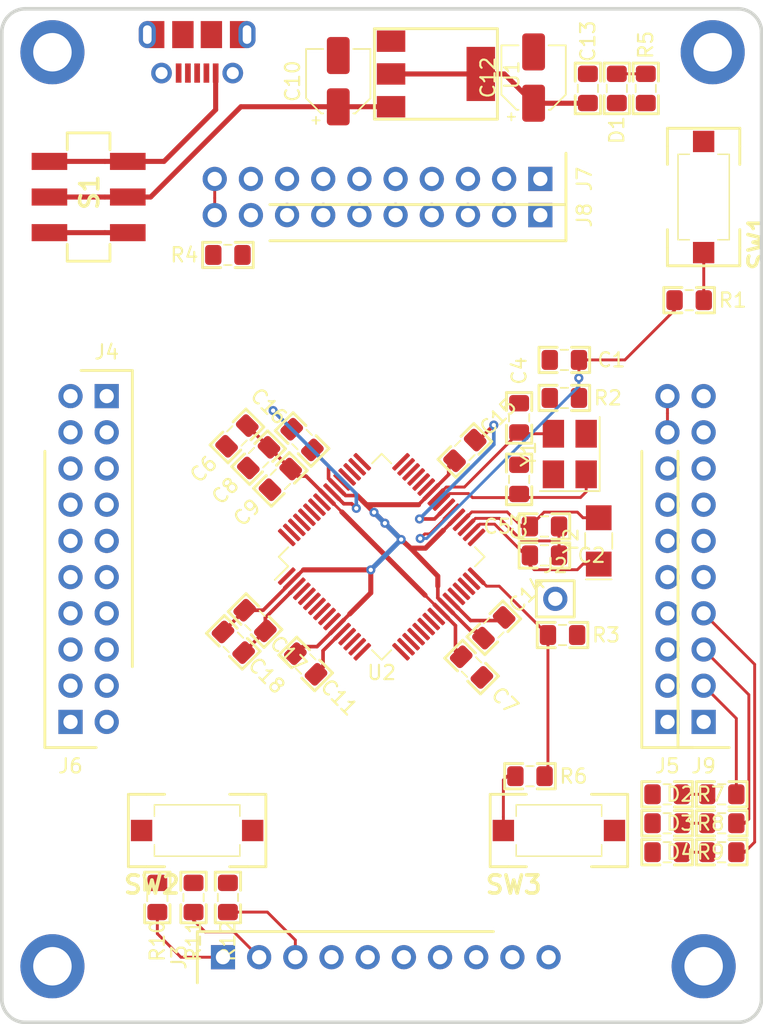
<source format=kicad_pcb>
(kicad_pcb (version 20171130) (host pcbnew "(5.1.5)-3")

  (general
    (thickness 1.6)
    (drawings 12)
    (tracks 198)
    (zones 0)
    (modules 55)
    (nets 63)
  )

  (page A4)
  (title_block
    (title tm4c)
    (date 2020-01-01)
    (rev 1.2)
    (company "Future Energy")
    (comment 1 "Almost Done")
  )

  (layers
    (0 F.Cu signal)
    (31 B.Cu signal)
    (32 B.Adhes user)
    (33 F.Adhes user)
    (34 B.Paste user)
    (35 F.Paste user)
    (36 B.SilkS user)
    (37 F.SilkS user hide)
    (38 B.Mask user)
    (39 F.Mask user)
    (40 Dwgs.User user hide)
    (41 Cmts.User user)
    (42 Eco1.User user)
    (43 Eco2.User user)
    (44 Edge.Cuts user)
    (45 Margin user hide)
    (46 B.CrtYd user hide)
    (47 F.CrtYd user hide)
    (48 B.Fab user hide)
    (49 F.Fab user hide)
  )

  (setup
    (last_trace_width 0.2032)
    (user_trace_width 0.2)
    (user_trace_width 0.25)
    (user_trace_width 0.254)
    (user_trace_width 0.299)
    (user_trace_width 0.3)
    (user_trace_width 0.3556)
    (user_trace_width 0.4)
    (user_trace_width 0.45)
    (user_trace_width 1)
    (user_trace_width 1.12)
    (user_trace_width 1.2)
    (trace_clearance 0.2032)
    (zone_clearance 0.2)
    (zone_45_only no)
    (trace_min 0.2)
    (via_size 0.64)
    (via_drill 0.3)
    (via_min_size 0.4)
    (via_min_drill 0.3)
    (user_via 0.64 0.3)
    (user_via 0.74 0.4)
    (user_via 0.84 0.5)
    (uvia_size 0.3)
    (uvia_drill 0.1)
    (uvias_allowed no)
    (uvia_min_size 0.2)
    (uvia_min_drill 0.1)
    (edge_width 0.1)
    (segment_width 0.2)
    (pcb_text_width 0.3)
    (pcb_text_size 1.5 1.5)
    (mod_edge_width 0.15)
    (mod_text_size 1 1)
    (mod_text_width 0.15)
    (pad_size 1.7 1.7)
    (pad_drill 1)
    (pad_to_mask_clearance 0)
    (aux_axis_origin 0 0)
    (visible_elements 7FFFFFFF)
    (pcbplotparams
      (layerselection 0x010fc_ffffffff)
      (usegerberextensions false)
      (usegerberattributes false)
      (usegerberadvancedattributes false)
      (creategerberjobfile false)
      (excludeedgelayer true)
      (linewidth 0.100000)
      (plotframeref false)
      (viasonmask false)
      (mode 1)
      (useauxorigin false)
      (hpglpennumber 1)
      (hpglpenspeed 20)
      (hpglpendiameter 15.000000)
      (psnegative false)
      (psa4output false)
      (plotreference true)
      (plotvalue true)
      (plotinvisibletext false)
      (padsonsilk false)
      (subtractmaskfromsilk false)
      (outputformat 1)
      (mirror false)
      (drillshape 0)
      (scaleselection 1)
      (outputdirectory "gerber/"))
  )

  (net 0 "")
  (net 1 /GNDX)
  (net 2 Earth)
  (net 3 +5V)
  (net 4 +3V3)
  (net 5 "Net-(D1-Pad2)")
  (net 6 /PF1)
  (net 7 "Net-(D2-Pad1)")
  (net 8 /PF2)
  (net 9 "Net-(D3-Pad1)")
  (net 10 /PF3)
  (net 11 "Net-(D4-Pad1)")
  (net 12 /PB0)
  (net 13 VBUS)
  (net 14 /VDEBUG)
  (net 15 /~RESET)
  (net 16 /PA0)
  (net 17 /PA1)
  (net 18 /PC2)
  (net 19 /PC3)
  (net 20 /PC1)
  (net 21 /PC0)
  (net 22 /PC4)
  (net 23 /PC5)
  (net 24 /PC6)
  (net 25 /PC7)
  (net 26 /PA7)
  (net 27 /PA6)
  (net 28 /PA5)
  (net 29 /PA4)
  (net 30 /PA3)
  (net 31 /PA2)
  (net 32 /PE5)
  (net 33 /PE4)
  (net 34 /PE3)
  (net 35 /PE2)
  (net 36 /PE1)
  (net 37 /PE0)
  (net 38 /PD7)
  (net 39 /PD6)
  (net 40 /PD3)
  (net 41 /PD2)
  (net 42 /PD1)
  (net 43 /PD0)
  (net 44 /PB7)
  (net 45 /PB6)
  (net 46 /PB5)
  (net 47 /PB4)
  (net 48 /PB3)
  (net 49 /PB2)
  (net 50 /PB1)
  (net 51 /PF4)
  (net 52 /PF0)
  (net 53 /~WAKE)
  (net 54 "Net-(C2-Pad1)")
  (net 55 "Net-(C3-Pad2)")
  (net 56 "Net-(C4-Pad1)")
  (net 57 "Net-(C5-Pad2)")
  (net 58 "Net-(C6-Pad1)")
  (net 59 /D+)
  (net 60 /D-)
  (net 61 "Net-(J2-Pad1)")
  (net 62 "Net-(R1-Pad2)")

  (net_class Default "This is the default net class."
    (clearance 0.2032)
    (trace_width 0.2032)
    (via_dia 0.64)
    (via_drill 0.3)
    (uvia_dia 0.3)
    (uvia_drill 0.1)
    (add_net +3V3)
    (add_net +5V)
    (add_net /D+)
    (add_net /D-)
    (add_net /GNDX)
    (add_net /PA0)
    (add_net /PA1)
    (add_net /PA2)
    (add_net /PA3)
    (add_net /PA4)
    (add_net /PA5)
    (add_net /PA6)
    (add_net /PA7)
    (add_net /PB0)
    (add_net /PB1)
    (add_net /PB2)
    (add_net /PB3)
    (add_net /PB4)
    (add_net /PB5)
    (add_net /PB6)
    (add_net /PB7)
    (add_net /PC0)
    (add_net /PC1)
    (add_net /PC2)
    (add_net /PC3)
    (add_net /PC4)
    (add_net /PC5)
    (add_net /PC6)
    (add_net /PC7)
    (add_net /PD0)
    (add_net /PD1)
    (add_net /PD2)
    (add_net /PD3)
    (add_net /PD6)
    (add_net /PD7)
    (add_net /PE0)
    (add_net /PE1)
    (add_net /PE2)
    (add_net /PE3)
    (add_net /PE4)
    (add_net /PE5)
    (add_net /PF0)
    (add_net /PF1)
    (add_net /PF2)
    (add_net /PF3)
    (add_net /PF4)
    (add_net /VDEBUG)
    (add_net /~RESET)
    (add_net /~WAKE)
    (add_net Earth)
    (add_net "Net-(C2-Pad1)")
    (add_net "Net-(C3-Pad2)")
    (add_net "Net-(C4-Pad1)")
    (add_net "Net-(C5-Pad2)")
    (add_net "Net-(C6-Pad1)")
    (add_net "Net-(D1-Pad2)")
    (add_net "Net-(D2-Pad1)")
    (add_net "Net-(D3-Pad1)")
    (add_net "Net-(D4-Pad1)")
    (add_net "Net-(J2-Pad1)")
    (add_net "Net-(R1-Pad2)")
    (add_net VBUS)
  )

  (module tm4c:R_0805_2012Metric_Pad1.15x1.40mm_HandSolder (layer F.Cu) (tedit 5E14D1E5) (tstamp 5E150F99)
    (at 146.304 78.359)
    (descr "Resistor SMD 0805 (2012 Metric), square (rectangular) end terminal, IPC_7351 nominal with elongated pad for handsoldering. (Body size source: https://docs.google.com/spreadsheets/d/1BsfQQcO9C6DZCsRaXUlFlo91Tg2WpOkGARC1WS5S8t0/edit?usp=sharing), generated with kicad-footprint-generator")
    (tags "resistor handsolder")
    (path /5EE8C0A0)
    (attr smd)
    (fp_text reference R1 (at 3.055 0) (layer F.SilkS)
      (effects (font (size 1 1) (thickness 0.15)))
    )
    (fp_text value 470 (at 0 1.65) (layer F.Fab)
      (effects (font (size 1 1) (thickness 0.15)))
    )
    (fp_line (start -1 0.6) (end -1 -0.6) (layer F.Fab) (width 0.1))
    (fp_line (start -1 -0.6) (end 1 -0.6) (layer F.Fab) (width 0.1))
    (fp_line (start 1 -0.6) (end 1 0.6) (layer F.Fab) (width 0.1))
    (fp_line (start 1 0.6) (end -1 0.6) (layer F.Fab) (width 0.1))
    (fp_line (start -0.261252 -0.71) (end 0.261252 -0.71) (layer F.SilkS) (width 0.12))
    (fp_line (start -0.261252 0.71) (end 0.261252 0.71) (layer F.SilkS) (width 0.12))
    (fp_text user %R (at 0 0) (layer F.Fab)
      (effects (font (size 0.5 0.5) (thickness 0.08)))
    )
    (fp_line (start 0.508 -0.889) (end 1.778 -0.889) (layer F.SilkS) (width 0.2))
    (fp_line (start -1.778 0.889) (end -1.778 -0.889) (layer F.SilkS) (width 0.2))
    (fp_line (start -1.778 -0.889) (end -0.508 -0.889) (layer F.SilkS) (width 0.2))
    (fp_line (start -0.508 0.889) (end -1.778 0.889) (layer F.SilkS) (width 0.2))
    (fp_line (start 1.778 0.889) (end 0.508 0.889) (layer F.SilkS) (width 0.2))
    (fp_line (start 1.778 -0.889) (end 1.778 0.889) (layer F.SilkS) (width 0.2))
    (pad 1 smd roundrect (at -1.025 0) (size 1.15 1.4) (layers F.Cu F.Paste F.Mask) (roundrect_rratio 0.217391)
      (net 15 /~RESET))
    (pad 2 smd roundrect (at 1.025 0) (size 1.15 1.4) (layers F.Cu F.Paste F.Mask) (roundrect_rratio 0.217391)
      (net 62 "Net-(R1-Pad2)"))
    (model ${KIPRJMOD}/tm4c.3dshapes/R_0805_2012Metric_Pad1.15x1.40mm_HandSolder.wrl
      (offset (xyz -0.54 0.62 0))
      (scale (xyz 1 1 1))
      (rotate (xyz -90 -90 0))
    )
  )

  (module tm4c:R_0805_2012Metric_Pad1.15x1.40mm_HandSolder (layer F.Cu) (tedit 5E14D1E5) (tstamp 5E150FAC)
    (at 137.541 85.217)
    (descr "Resistor SMD 0805 (2012 Metric), square (rectangular) end terminal, IPC_7351 nominal with elongated pad for handsoldering. (Body size source: https://docs.google.com/spreadsheets/d/1BsfQQcO9C6DZCsRaXUlFlo91Tg2WpOkGARC1WS5S8t0/edit?usp=sharing), generated with kicad-footprint-generator")
    (tags "resistor handsolder")
    (path /5E3D6058)
    (attr smd)
    (fp_text reference R2 (at 3.055 0) (layer F.SilkS)
      (effects (font (size 1 1) (thickness 0.15)))
    )
    (fp_text value 10k (at 0 1.65) (layer F.Fab)
      (effects (font (size 1 1) (thickness 0.15)))
    )
    (fp_line (start -1 0.6) (end -1 -0.6) (layer F.Fab) (width 0.1))
    (fp_line (start -1 -0.6) (end 1 -0.6) (layer F.Fab) (width 0.1))
    (fp_line (start 1 -0.6) (end 1 0.6) (layer F.Fab) (width 0.1))
    (fp_line (start 1 0.6) (end -1 0.6) (layer F.Fab) (width 0.1))
    (fp_line (start -0.261252 -0.71) (end 0.261252 -0.71) (layer F.SilkS) (width 0.12))
    (fp_line (start -0.261252 0.71) (end 0.261252 0.71) (layer F.SilkS) (width 0.12))
    (fp_text user %R (at 0 0) (layer F.Fab)
      (effects (font (size 0.5 0.5) (thickness 0.08)))
    )
    (fp_line (start 0.508 -0.889) (end 1.778 -0.889) (layer F.SilkS) (width 0.2))
    (fp_line (start -1.778 0.889) (end -1.778 -0.889) (layer F.SilkS) (width 0.2))
    (fp_line (start -1.778 -0.889) (end -0.508 -0.889) (layer F.SilkS) (width 0.2))
    (fp_line (start -0.508 0.889) (end -1.778 0.889) (layer F.SilkS) (width 0.2))
    (fp_line (start 1.778 0.889) (end 0.508 0.889) (layer F.SilkS) (width 0.2))
    (fp_line (start 1.778 -0.889) (end 1.778 0.889) (layer F.SilkS) (width 0.2))
    (pad 1 smd roundrect (at -1.025 0) (size 1.15 1.4) (layers F.Cu F.Paste F.Mask) (roundrect_rratio 0.217391)
      (net 4 +3V3))
    (pad 2 smd roundrect (at 1.025 0) (size 1.15 1.4) (layers F.Cu F.Paste F.Mask) (roundrect_rratio 0.217391)
      (net 15 /~RESET))
    (model ${KIPRJMOD}/tm4c.3dshapes/R_0805_2012Metric_Pad1.15x1.40mm_HandSolder.wrl
      (offset (xyz -0.54 0.62 0))
      (scale (xyz 1 1 1))
      (rotate (xyz -90 -90 0))
    )
  )

  (module tm4c:R_0805_2012Metric_Pad1.15x1.40mm_HandSolder (layer F.Cu) (tedit 5E14D1E5) (tstamp 5E150FBF)
    (at 137.414 101.854)
    (descr "Resistor SMD 0805 (2012 Metric), square (rectangular) end terminal, IPC_7351 nominal with elongated pad for handsoldering. (Body size source: https://docs.google.com/spreadsheets/d/1BsfQQcO9C6DZCsRaXUlFlo91Tg2WpOkGARC1WS5S8t0/edit?usp=sharing), generated with kicad-footprint-generator")
    (tags "resistor handsolder")
    (path /5E50B095)
    (attr smd)
    (fp_text reference R3 (at 3.055 0) (layer F.SilkS)
      (effects (font (size 1 1) (thickness 0.15)))
    )
    (fp_text value 1m (at 0 1.65) (layer F.Fab)
      (effects (font (size 1 1) (thickness 0.15)))
    )
    (fp_line (start -1 0.6) (end -1 -0.6) (layer F.Fab) (width 0.1))
    (fp_line (start -1 -0.6) (end 1 -0.6) (layer F.Fab) (width 0.1))
    (fp_line (start 1 -0.6) (end 1 0.6) (layer F.Fab) (width 0.1))
    (fp_line (start 1 0.6) (end -1 0.6) (layer F.Fab) (width 0.1))
    (fp_line (start -0.261252 -0.71) (end 0.261252 -0.71) (layer F.SilkS) (width 0.12))
    (fp_line (start -0.261252 0.71) (end 0.261252 0.71) (layer F.SilkS) (width 0.12))
    (fp_text user %R (at 0 0) (layer F.Fab)
      (effects (font (size 0.5 0.5) (thickness 0.08)))
    )
    (fp_line (start 0.508 -0.889) (end 1.778 -0.889) (layer F.SilkS) (width 0.2))
    (fp_line (start -1.778 0.889) (end -1.778 -0.889) (layer F.SilkS) (width 0.2))
    (fp_line (start -1.778 -0.889) (end -0.508 -0.889) (layer F.SilkS) (width 0.2))
    (fp_line (start -0.508 0.889) (end -1.778 0.889) (layer F.SilkS) (width 0.2))
    (fp_line (start 1.778 0.889) (end 0.508 0.889) (layer F.SilkS) (width 0.2))
    (fp_line (start 1.778 -0.889) (end 1.778 0.889) (layer F.SilkS) (width 0.2))
    (pad 1 smd roundrect (at -1.025 0) (size 1.15 1.4) (layers F.Cu F.Paste F.Mask) (roundrect_rratio 0.217391)
      (net 53 /~WAKE))
    (pad 2 smd roundrect (at 1.025 0) (size 1.15 1.4) (layers F.Cu F.Paste F.Mask) (roundrect_rratio 0.217391)
      (net 4 +3V3))
    (model ${KIPRJMOD}/tm4c.3dshapes/R_0805_2012Metric_Pad1.15x1.40mm_HandSolder.wrl
      (offset (xyz -0.54 0.62 0))
      (scale (xyz 1 1 1))
      (rotate (xyz -90 -90 0))
    )
  )

  (module tm4c:R_0805_2012Metric_Pad1.15x1.40mm_HandSolder (layer F.Cu) (tedit 5E14D1E5) (tstamp 5E150FD2)
    (at 113.919 75.184 180)
    (descr "Resistor SMD 0805 (2012 Metric), square (rectangular) end terminal, IPC_7351 nominal with elongated pad for handsoldering. (Body size source: https://docs.google.com/spreadsheets/d/1BsfQQcO9C6DZCsRaXUlFlo91Tg2WpOkGARC1WS5S8t0/edit?usp=sharing), generated with kicad-footprint-generator")
    (tags "resistor handsolder")
    (path /5E26F9A3)
    (attr smd)
    (fp_text reference R4 (at 3.055 0) (layer F.SilkS)
      (effects (font (size 1 1) (thickness 0.15)))
    )
    (fp_text value 220 (at 0 1.65) (layer F.Fab)
      (effects (font (size 1 1) (thickness 0.15)))
    )
    (fp_line (start -1 0.6) (end -1 -0.6) (layer F.Fab) (width 0.1))
    (fp_line (start -1 -0.6) (end 1 -0.6) (layer F.Fab) (width 0.1))
    (fp_line (start 1 -0.6) (end 1 0.6) (layer F.Fab) (width 0.1))
    (fp_line (start 1 0.6) (end -1 0.6) (layer F.Fab) (width 0.1))
    (fp_line (start -0.261252 -0.71) (end 0.261252 -0.71) (layer F.SilkS) (width 0.12))
    (fp_line (start -0.261252 0.71) (end 0.261252 0.71) (layer F.SilkS) (width 0.12))
    (fp_text user %R (at 0 0) (layer F.Fab)
      (effects (font (size 0.5 0.5) (thickness 0.08)))
    )
    (fp_line (start 0.508 -0.889) (end 1.778 -0.889) (layer F.SilkS) (width 0.2))
    (fp_line (start -1.778 0.889) (end -1.778 -0.889) (layer F.SilkS) (width 0.2))
    (fp_line (start -1.778 -0.889) (end -0.508 -0.889) (layer F.SilkS) (width 0.2))
    (fp_line (start -0.508 0.889) (end -1.778 0.889) (layer F.SilkS) (width 0.2))
    (fp_line (start 1.778 0.889) (end 0.508 0.889) (layer F.SilkS) (width 0.2))
    (fp_line (start 1.778 -0.889) (end 1.778 0.889) (layer F.SilkS) (width 0.2))
    (pad 1 smd roundrect (at -1.025 0 180) (size 1.15 1.4) (layers F.Cu F.Paste F.Mask) (roundrect_rratio 0.217391)
      (net 50 /PB1))
    (pad 2 smd roundrect (at 1.025 0 180) (size 1.15 1.4) (layers F.Cu F.Paste F.Mask) (roundrect_rratio 0.217391)
      (net 3 +5V))
    (model ${KIPRJMOD}/tm4c.3dshapes/R_0805_2012Metric_Pad1.15x1.40mm_HandSolder.wrl
      (offset (xyz -0.54 0.62 0))
      (scale (xyz 1 1 1))
      (rotate (xyz -90 -90 0))
    )
  )

  (module tm4c:R_0805_2012Metric_Pad1.15x1.40mm_HandSolder (layer F.Cu) (tedit 5E14D1E5) (tstamp 5E150FE5)
    (at 143.256 63.5 90)
    (descr "Resistor SMD 0805 (2012 Metric), square (rectangular) end terminal, IPC_7351 nominal with elongated pad for handsoldering. (Body size source: https://docs.google.com/spreadsheets/d/1BsfQQcO9C6DZCsRaXUlFlo91Tg2WpOkGARC1WS5S8t0/edit?usp=sharing), generated with kicad-footprint-generator")
    (tags "resistor handsolder")
    (path /5DE9FDF3)
    (attr smd)
    (fp_text reference R5 (at 3.055 0 90) (layer F.SilkS)
      (effects (font (size 1 1) (thickness 0.15)))
    )
    (fp_text value 330 (at 0 1.65 90) (layer F.Fab)
      (effects (font (size 1 1) (thickness 0.15)))
    )
    (fp_line (start -1 0.6) (end -1 -0.6) (layer F.Fab) (width 0.1))
    (fp_line (start -1 -0.6) (end 1 -0.6) (layer F.Fab) (width 0.1))
    (fp_line (start 1 -0.6) (end 1 0.6) (layer F.Fab) (width 0.1))
    (fp_line (start 1 0.6) (end -1 0.6) (layer F.Fab) (width 0.1))
    (fp_line (start -0.261252 -0.71) (end 0.261252 -0.71) (layer F.SilkS) (width 0.12))
    (fp_line (start -0.261252 0.71) (end 0.261252 0.71) (layer F.SilkS) (width 0.12))
    (fp_text user %R (at 0 0 90) (layer F.Fab)
      (effects (font (size 0.5 0.5) (thickness 0.08)))
    )
    (fp_line (start 0.508 -0.889) (end 1.778 -0.889) (layer F.SilkS) (width 0.2))
    (fp_line (start -1.778 0.889) (end -1.778 -0.889) (layer F.SilkS) (width 0.2))
    (fp_line (start -1.778 -0.889) (end -0.508 -0.889) (layer F.SilkS) (width 0.2))
    (fp_line (start -0.508 0.889) (end -1.778 0.889) (layer F.SilkS) (width 0.2))
    (fp_line (start 1.778 0.889) (end 0.508 0.889) (layer F.SilkS) (width 0.2))
    (fp_line (start 1.778 -0.889) (end 1.778 0.889) (layer F.SilkS) (width 0.2))
    (pad 1 smd roundrect (at -1.025 0 90) (size 1.15 1.4) (layers F.Cu F.Paste F.Mask) (roundrect_rratio 0.217391)
      (net 4 +3V3))
    (pad 2 smd roundrect (at 1.025 0 90) (size 1.15 1.4) (layers F.Cu F.Paste F.Mask) (roundrect_rratio 0.217391)
      (net 5 "Net-(D1-Pad2)"))
    (model ${KIPRJMOD}/tm4c.3dshapes/R_0805_2012Metric_Pad1.15x1.40mm_HandSolder.wrl
      (offset (xyz -0.54 0.62 0))
      (scale (xyz 1 1 1))
      (rotate (xyz -90 -90 0))
    )
  )

  (module tm4c:R_0805_2012Metric_Pad1.15x1.40mm_HandSolder (layer F.Cu) (tedit 5E14D1E5) (tstamp 5E150FF8)
    (at 135.128 111.76)
    (descr "Resistor SMD 0805 (2012 Metric), square (rectangular) end terminal, IPC_7351 nominal with elongated pad for handsoldering. (Body size source: https://docs.google.com/spreadsheets/d/1BsfQQcO9C6DZCsRaXUlFlo91Tg2WpOkGARC1WS5S8t0/edit?usp=sharing), generated with kicad-footprint-generator")
    (tags "resistor handsolder")
    (path /5E910C55)
    (attr smd)
    (fp_text reference R6 (at 3.055 0) (layer F.SilkS)
      (effects (font (size 1 1) (thickness 0.15)))
    )
    (fp_text value 330 (at 0 1.65) (layer F.Fab)
      (effects (font (size 1 1) (thickness 0.15)))
    )
    (fp_line (start -1 0.6) (end -1 -0.6) (layer F.Fab) (width 0.1))
    (fp_line (start -1 -0.6) (end 1 -0.6) (layer F.Fab) (width 0.1))
    (fp_line (start 1 -0.6) (end 1 0.6) (layer F.Fab) (width 0.1))
    (fp_line (start 1 0.6) (end -1 0.6) (layer F.Fab) (width 0.1))
    (fp_line (start -0.261252 -0.71) (end 0.261252 -0.71) (layer F.SilkS) (width 0.12))
    (fp_line (start -0.261252 0.71) (end 0.261252 0.71) (layer F.SilkS) (width 0.12))
    (fp_text user %R (at 0 0) (layer F.Fab)
      (effects (font (size 0.5 0.5) (thickness 0.08)))
    )
    (fp_line (start 0.508 -0.889) (end 1.778 -0.889) (layer F.SilkS) (width 0.2))
    (fp_line (start -1.778 0.889) (end -1.778 -0.889) (layer F.SilkS) (width 0.2))
    (fp_line (start -1.778 -0.889) (end -0.508 -0.889) (layer F.SilkS) (width 0.2))
    (fp_line (start -0.508 0.889) (end -1.778 0.889) (layer F.SilkS) (width 0.2))
    (fp_line (start 1.778 0.889) (end 0.508 0.889) (layer F.SilkS) (width 0.2))
    (fp_line (start 1.778 -0.889) (end 1.778 0.889) (layer F.SilkS) (width 0.2))
    (pad 1 smd roundrect (at -1.025 0) (size 1.15 1.4) (layers F.Cu F.Paste F.Mask) (roundrect_rratio 0.217391)
      (net 52 /PF0))
    (pad 2 smd roundrect (at 1.025 0) (size 1.15 1.4) (layers F.Cu F.Paste F.Mask) (roundrect_rratio 0.217391)
      (net 53 /~WAKE))
    (model ${KIPRJMOD}/tm4c.3dshapes/R_0805_2012Metric_Pad1.15x1.40mm_HandSolder.wrl
      (offset (xyz -0.54 0.62 0))
      (scale (xyz 1 1 1))
      (rotate (xyz -90 -90 0))
    )
  )

  (module tm4c:R_0805_2012Metric_Pad1.15x1.40mm_HandSolder (layer F.Cu) (tedit 5E14D1E5) (tstamp 5E15100B)
    (at 144.758 113.03)
    (descr "Resistor SMD 0805 (2012 Metric), square (rectangular) end terminal, IPC_7351 nominal with elongated pad for handsoldering. (Body size source: https://docs.google.com/spreadsheets/d/1BsfQQcO9C6DZCsRaXUlFlo91Tg2WpOkGARC1WS5S8t0/edit?usp=sharing), generated with kicad-footprint-generator")
    (tags "resistor handsolder")
    (path /5E5217E9)
    (attr smd)
    (fp_text reference R7 (at 3.055 0) (layer F.SilkS)
      (effects (font (size 1 1) (thickness 0.15)))
    )
    (fp_text value 330 (at 0 1.65) (layer F.Fab)
      (effects (font (size 1 1) (thickness 0.15)))
    )
    (fp_line (start -1 0.6) (end -1 -0.6) (layer F.Fab) (width 0.1))
    (fp_line (start -1 -0.6) (end 1 -0.6) (layer F.Fab) (width 0.1))
    (fp_line (start 1 -0.6) (end 1 0.6) (layer F.Fab) (width 0.1))
    (fp_line (start 1 0.6) (end -1 0.6) (layer F.Fab) (width 0.1))
    (fp_line (start -0.261252 -0.71) (end 0.261252 -0.71) (layer F.SilkS) (width 0.12))
    (fp_line (start -0.261252 0.71) (end 0.261252 0.71) (layer F.SilkS) (width 0.12))
    (fp_text user %R (at 0 0) (layer F.Fab)
      (effects (font (size 0.5 0.5) (thickness 0.08)))
    )
    (fp_line (start 0.508 -0.889) (end 1.778 -0.889) (layer F.SilkS) (width 0.2))
    (fp_line (start -1.778 0.889) (end -1.778 -0.889) (layer F.SilkS) (width 0.2))
    (fp_line (start -1.778 -0.889) (end -0.508 -0.889) (layer F.SilkS) (width 0.2))
    (fp_line (start -0.508 0.889) (end -1.778 0.889) (layer F.SilkS) (width 0.2))
    (fp_line (start 1.778 0.889) (end 0.508 0.889) (layer F.SilkS) (width 0.2))
    (fp_line (start 1.778 -0.889) (end 1.778 0.889) (layer F.SilkS) (width 0.2))
    (pad 1 smd roundrect (at -1.025 0) (size 1.15 1.4) (layers F.Cu F.Paste F.Mask) (roundrect_rratio 0.217391)
      (net 2 Earth))
    (pad 2 smd roundrect (at 1.025 0) (size 1.15 1.4) (layers F.Cu F.Paste F.Mask) (roundrect_rratio 0.217391)
      (net 7 "Net-(D2-Pad1)"))
    (model ${KIPRJMOD}/tm4c.3dshapes/R_0805_2012Metric_Pad1.15x1.40mm_HandSolder.wrl
      (offset (xyz -0.54 0.62 0))
      (scale (xyz 1 1 1))
      (rotate (xyz -90 -90 0))
    )
  )

  (module tm4c:R_0805_2012Metric_Pad1.15x1.40mm_HandSolder (layer F.Cu) (tedit 5E14D1E5) (tstamp 5E15101E)
    (at 144.758 115.062)
    (descr "Resistor SMD 0805 (2012 Metric), square (rectangular) end terminal, IPC_7351 nominal with elongated pad for handsoldering. (Body size source: https://docs.google.com/spreadsheets/d/1BsfQQcO9C6DZCsRaXUlFlo91Tg2WpOkGARC1WS5S8t0/edit?usp=sharing), generated with kicad-footprint-generator")
    (tags "resistor handsolder")
    (path /5E5665C4)
    (attr smd)
    (fp_text reference R8 (at 3.055 0) (layer F.SilkS)
      (effects (font (size 1 1) (thickness 0.15)))
    )
    (fp_text value 330 (at 0 1.65) (layer F.Fab)
      (effects (font (size 1 1) (thickness 0.15)))
    )
    (fp_line (start -1 0.6) (end -1 -0.6) (layer F.Fab) (width 0.1))
    (fp_line (start -1 -0.6) (end 1 -0.6) (layer F.Fab) (width 0.1))
    (fp_line (start 1 -0.6) (end 1 0.6) (layer F.Fab) (width 0.1))
    (fp_line (start 1 0.6) (end -1 0.6) (layer F.Fab) (width 0.1))
    (fp_line (start -0.261252 -0.71) (end 0.261252 -0.71) (layer F.SilkS) (width 0.12))
    (fp_line (start -0.261252 0.71) (end 0.261252 0.71) (layer F.SilkS) (width 0.12))
    (fp_text user %R (at 0 0) (layer F.Fab)
      (effects (font (size 0.5 0.5) (thickness 0.08)))
    )
    (fp_line (start 0.508 -0.889) (end 1.778 -0.889) (layer F.SilkS) (width 0.2))
    (fp_line (start -1.778 0.889) (end -1.778 -0.889) (layer F.SilkS) (width 0.2))
    (fp_line (start -1.778 -0.889) (end -0.508 -0.889) (layer F.SilkS) (width 0.2))
    (fp_line (start -0.508 0.889) (end -1.778 0.889) (layer F.SilkS) (width 0.2))
    (fp_line (start 1.778 0.889) (end 0.508 0.889) (layer F.SilkS) (width 0.2))
    (fp_line (start 1.778 -0.889) (end 1.778 0.889) (layer F.SilkS) (width 0.2))
    (pad 1 smd roundrect (at -1.025 0) (size 1.15 1.4) (layers F.Cu F.Paste F.Mask) (roundrect_rratio 0.217391)
      (net 2 Earth))
    (pad 2 smd roundrect (at 1.025 0) (size 1.15 1.4) (layers F.Cu F.Paste F.Mask) (roundrect_rratio 0.217391)
      (net 9 "Net-(D3-Pad1)"))
    (model ${KIPRJMOD}/tm4c.3dshapes/R_0805_2012Metric_Pad1.15x1.40mm_HandSolder.wrl
      (offset (xyz -0.54 0.62 0))
      (scale (xyz 1 1 1))
      (rotate (xyz -90 -90 0))
    )
  )

  (module tm4c:R_0805_2012Metric_Pad1.15x1.40mm_HandSolder (layer F.Cu) (tedit 5E14D1E5) (tstamp 5E151031)
    (at 144.758 117.094)
    (descr "Resistor SMD 0805 (2012 Metric), square (rectangular) end terminal, IPC_7351 nominal with elongated pad for handsoldering. (Body size source: https://docs.google.com/spreadsheets/d/1BsfQQcO9C6DZCsRaXUlFlo91Tg2WpOkGARC1WS5S8t0/edit?usp=sharing), generated with kicad-footprint-generator")
    (tags "resistor handsolder")
    (path /5E5AAC80)
    (attr smd)
    (fp_text reference R9 (at 3.055 0) (layer F.SilkS)
      (effects (font (size 1 1) (thickness 0.15)))
    )
    (fp_text value 330 (at 0 1.65) (layer F.Fab)
      (effects (font (size 1 1) (thickness 0.15)))
    )
    (fp_line (start -1 0.6) (end -1 -0.6) (layer F.Fab) (width 0.1))
    (fp_line (start -1 -0.6) (end 1 -0.6) (layer F.Fab) (width 0.1))
    (fp_line (start 1 -0.6) (end 1 0.6) (layer F.Fab) (width 0.1))
    (fp_line (start 1 0.6) (end -1 0.6) (layer F.Fab) (width 0.1))
    (fp_line (start -0.261252 -0.71) (end 0.261252 -0.71) (layer F.SilkS) (width 0.12))
    (fp_line (start -0.261252 0.71) (end 0.261252 0.71) (layer F.SilkS) (width 0.12))
    (fp_text user %R (at 0 0) (layer F.Fab)
      (effects (font (size 0.5 0.5) (thickness 0.08)))
    )
    (fp_line (start 0.508 -0.889) (end 1.778 -0.889) (layer F.SilkS) (width 0.2))
    (fp_line (start -1.778 0.889) (end -1.778 -0.889) (layer F.SilkS) (width 0.2))
    (fp_line (start -1.778 -0.889) (end -0.508 -0.889) (layer F.SilkS) (width 0.2))
    (fp_line (start -0.508 0.889) (end -1.778 0.889) (layer F.SilkS) (width 0.2))
    (fp_line (start 1.778 0.889) (end 0.508 0.889) (layer F.SilkS) (width 0.2))
    (fp_line (start 1.778 -0.889) (end 1.778 0.889) (layer F.SilkS) (width 0.2))
    (pad 1 smd roundrect (at -1.025 0) (size 1.15 1.4) (layers F.Cu F.Paste F.Mask) (roundrect_rratio 0.217391)
      (net 2 Earth))
    (pad 2 smd roundrect (at 1.025 0) (size 1.15 1.4) (layers F.Cu F.Paste F.Mask) (roundrect_rratio 0.217391)
      (net 11 "Net-(D4-Pad1)"))
    (model ${KIPRJMOD}/tm4c.3dshapes/R_0805_2012Metric_Pad1.15x1.40mm_HandSolder.wrl
      (offset (xyz -0.54 0.62 0))
      (scale (xyz 1 1 1))
      (rotate (xyz -90 -90 0))
    )
  )

  (module tm4c:R_0805_2012Metric_Pad1.15x1.40mm_HandSolder (layer F.Cu) (tedit 5E14D1E5) (tstamp 5E151044)
    (at 108.966 120.269 270)
    (descr "Resistor SMD 0805 (2012 Metric), square (rectangular) end terminal, IPC_7351 nominal with elongated pad for handsoldering. (Body size source: https://docs.google.com/spreadsheets/d/1BsfQQcO9C6DZCsRaXUlFlo91Tg2WpOkGARC1WS5S8t0/edit?usp=sharing), generated with kicad-footprint-generator")
    (tags "resistor handsolder")
    (path /5E21115D)
    (attr smd)
    (fp_text reference R10 (at 3.055 0 90) (layer F.SilkS)
      (effects (font (size 1 1) (thickness 0.15)))
    )
    (fp_text value 10k (at 0 1.65 90) (layer F.Fab)
      (effects (font (size 1 1) (thickness 0.15)))
    )
    (fp_line (start -1 0.6) (end -1 -0.6) (layer F.Fab) (width 0.1))
    (fp_line (start -1 -0.6) (end 1 -0.6) (layer F.Fab) (width 0.1))
    (fp_line (start 1 -0.6) (end 1 0.6) (layer F.Fab) (width 0.1))
    (fp_line (start 1 0.6) (end -1 0.6) (layer F.Fab) (width 0.1))
    (fp_line (start -0.261252 -0.71) (end 0.261252 -0.71) (layer F.SilkS) (width 0.12))
    (fp_line (start -0.261252 0.71) (end 0.261252 0.71) (layer F.SilkS) (width 0.12))
    (fp_text user %R (at 0 0 90) (layer F.Fab)
      (effects (font (size 0.5 0.5) (thickness 0.08)))
    )
    (fp_line (start 0.508 -0.889) (end 1.778 -0.889) (layer F.SilkS) (width 0.2))
    (fp_line (start -1.778 0.889) (end -1.778 -0.889) (layer F.SilkS) (width 0.2))
    (fp_line (start -1.778 -0.889) (end -0.508 -0.889) (layer F.SilkS) (width 0.2))
    (fp_line (start -0.508 0.889) (end -1.778 0.889) (layer F.SilkS) (width 0.2))
    (fp_line (start 1.778 0.889) (end 0.508 0.889) (layer F.SilkS) (width 0.2))
    (fp_line (start 1.778 -0.889) (end 1.778 0.889) (layer F.SilkS) (width 0.2))
    (pad 1 smd roundrect (at -1.025 0 270) (size 1.15 1.4) (layers F.Cu F.Paste F.Mask) (roundrect_rratio 0.217391)
      (net 4 +3V3))
    (pad 2 smd roundrect (at 1.025 0 270) (size 1.15 1.4) (layers F.Cu F.Paste F.Mask) (roundrect_rratio 0.217391)
      (net 21 /PC0))
    (model ${KIPRJMOD}/tm4c.3dshapes/R_0805_2012Metric_Pad1.15x1.40mm_HandSolder.wrl
      (offset (xyz -0.54 0.62 0))
      (scale (xyz 1 1 1))
      (rotate (xyz -90 -90 0))
    )
  )

  (module tm4c:R_0805_2012Metric_Pad1.15x1.40mm_HandSolder (layer F.Cu) (tedit 5E14D1E5) (tstamp 5E151057)
    (at 111.506 120.269 270)
    (descr "Resistor SMD 0805 (2012 Metric), square (rectangular) end terminal, IPC_7351 nominal with elongated pad for handsoldering. (Body size source: https://docs.google.com/spreadsheets/d/1BsfQQcO9C6DZCsRaXUlFlo91Tg2WpOkGARC1WS5S8t0/edit?usp=sharing), generated with kicad-footprint-generator")
    (tags "resistor handsolder")
    (path /5E25784D)
    (attr smd)
    (fp_text reference R11 (at 3.055 0 90) (layer F.SilkS)
      (effects (font (size 1 1) (thickness 0.15)))
    )
    (fp_text value 10k (at 0 1.65 90) (layer F.Fab)
      (effects (font (size 1 1) (thickness 0.15)))
    )
    (fp_line (start -1 0.6) (end -1 -0.6) (layer F.Fab) (width 0.1))
    (fp_line (start -1 -0.6) (end 1 -0.6) (layer F.Fab) (width 0.1))
    (fp_line (start 1 -0.6) (end 1 0.6) (layer F.Fab) (width 0.1))
    (fp_line (start 1 0.6) (end -1 0.6) (layer F.Fab) (width 0.1))
    (fp_line (start -0.261252 -0.71) (end 0.261252 -0.71) (layer F.SilkS) (width 0.12))
    (fp_line (start -0.261252 0.71) (end 0.261252 0.71) (layer F.SilkS) (width 0.12))
    (fp_text user %R (at 0 0 90) (layer F.Fab)
      (effects (font (size 0.5 0.5) (thickness 0.08)))
    )
    (fp_line (start 0.508 -0.889) (end 1.778 -0.889) (layer F.SilkS) (width 0.2))
    (fp_line (start -1.778 0.889) (end -1.778 -0.889) (layer F.SilkS) (width 0.2))
    (fp_line (start -1.778 -0.889) (end -0.508 -0.889) (layer F.SilkS) (width 0.2))
    (fp_line (start -0.508 0.889) (end -1.778 0.889) (layer F.SilkS) (width 0.2))
    (fp_line (start 1.778 0.889) (end 0.508 0.889) (layer F.SilkS) (width 0.2))
    (fp_line (start 1.778 -0.889) (end 1.778 0.889) (layer F.SilkS) (width 0.2))
    (pad 1 smd roundrect (at -1.025 0 270) (size 1.15 1.4) (layers F.Cu F.Paste F.Mask) (roundrect_rratio 0.217391)
      (net 4 +3V3))
    (pad 2 smd roundrect (at 1.025 0 270) (size 1.15 1.4) (layers F.Cu F.Paste F.Mask) (roundrect_rratio 0.217391)
      (net 20 /PC1))
    (model ${KIPRJMOD}/tm4c.3dshapes/R_0805_2012Metric_Pad1.15x1.40mm_HandSolder.wrl
      (offset (xyz -0.54 0.62 0))
      (scale (xyz 1 1 1))
      (rotate (xyz -90 -90 0))
    )
  )

  (module tm4c:R_0805_2012Metric_Pad1.15x1.40mm_HandSolder (layer F.Cu) (tedit 5E14D1E5) (tstamp 5E15106A)
    (at 113.919 120.269 270)
    (descr "Resistor SMD 0805 (2012 Metric), square (rectangular) end terminal, IPC_7351 nominal with elongated pad for handsoldering. (Body size source: https://docs.google.com/spreadsheets/d/1BsfQQcO9C6DZCsRaXUlFlo91Tg2WpOkGARC1WS5S8t0/edit?usp=sharing), generated with kicad-footprint-generator")
    (tags "resistor handsolder")
    (path /5E257BDA)
    (attr smd)
    (fp_text reference R12 (at 3.055 0 90) (layer F.SilkS)
      (effects (font (size 1 1) (thickness 0.15)))
    )
    (fp_text value 10k (at 0 1.65 90) (layer F.Fab)
      (effects (font (size 1 1) (thickness 0.15)))
    )
    (fp_line (start -1 0.6) (end -1 -0.6) (layer F.Fab) (width 0.1))
    (fp_line (start -1 -0.6) (end 1 -0.6) (layer F.Fab) (width 0.1))
    (fp_line (start 1 -0.6) (end 1 0.6) (layer F.Fab) (width 0.1))
    (fp_line (start 1 0.6) (end -1 0.6) (layer F.Fab) (width 0.1))
    (fp_line (start -0.261252 -0.71) (end 0.261252 -0.71) (layer F.SilkS) (width 0.12))
    (fp_line (start -0.261252 0.71) (end 0.261252 0.71) (layer F.SilkS) (width 0.12))
    (fp_text user %R (at 0 0 90) (layer F.Fab)
      (effects (font (size 0.5 0.5) (thickness 0.08)))
    )
    (fp_line (start 0.508 -0.889) (end 1.778 -0.889) (layer F.SilkS) (width 0.2))
    (fp_line (start -1.778 0.889) (end -1.778 -0.889) (layer F.SilkS) (width 0.2))
    (fp_line (start -1.778 -0.889) (end -0.508 -0.889) (layer F.SilkS) (width 0.2))
    (fp_line (start -0.508 0.889) (end -1.778 0.889) (layer F.SilkS) (width 0.2))
    (fp_line (start 1.778 0.889) (end 0.508 0.889) (layer F.SilkS) (width 0.2))
    (fp_line (start 1.778 -0.889) (end 1.778 0.889) (layer F.SilkS) (width 0.2))
    (pad 1 smd roundrect (at -1.025 0 270) (size 1.15 1.4) (layers F.Cu F.Paste F.Mask) (roundrect_rratio 0.217391)
      (net 2 Earth))
    (pad 2 smd roundrect (at 1.025 0 270) (size 1.15 1.4) (layers F.Cu F.Paste F.Mask) (roundrect_rratio 0.217391)
      (net 19 /PC3))
    (model ${KIPRJMOD}/tm4c.3dshapes/R_0805_2012Metric_Pad1.15x1.40mm_HandSolder.wrl
      (offset (xyz -0.54 0.62 0))
      (scale (xyz 1 1 1))
      (rotate (xyz -90 -90 0))
    )
  )

  (module tm4c:C_0805_2012Metric_Pad1.15x1.40mm_HandSolder (layer F.Cu) (tedit 5E0B21F0) (tstamp 5E150CC9)
    (at 137.541 82.55)
    (descr "Capacitor SMD 0805 (2012 Metric), square (rectangular) end terminal, IPC_7351 nominal with elongated pad for handsoldering. (Body size source: https://docs.google.com/spreadsheets/d/1BsfQQcO9C6DZCsRaXUlFlo91Tg2WpOkGARC1WS5S8t0/edit?usp=sharing), generated with kicad-footprint-generator")
    (tags "capacitor handsolder")
    (path /5EE70666)
    (attr smd)
    (fp_text reference C1 (at 3.304734 0) (layer F.SilkS)
      (effects (font (size 1 1) (thickness 0.15)))
    )
    (fp_text value 0.1uF (at 0 1.65) (layer F.Fab)
      (effects (font (size 1 1) (thickness 0.15)))
    )
    (fp_line (start -0.873 0.6) (end -0.873 -0.6) (layer F.Fab) (width 0.1))
    (fp_line (start -1 -0.6) (end 1 -0.6) (layer F.Fab) (width 0.1))
    (fp_line (start 1 -0.6) (end 1 0.6) (layer F.Fab) (width 0.1))
    (fp_line (start 1 0.6) (end -1 0.6) (layer F.Fab) (width 0.1))
    (fp_line (start -0.261252 -0.71) (end 0.261252 -0.71) (layer F.SilkS) (width 0.12))
    (fp_line (start -0.261252 0.71) (end 0.261252 0.71) (layer F.SilkS) (width 0.12))
    (fp_text user %R (at 0 0) (layer F.Fab)
      (effects (font (size 0.5 0.5) (thickness 0.08)))
    )
    (fp_line (start 0.508 -0.889) (end 1.778 -0.889) (layer F.SilkS) (width 0.2))
    (fp_line (start 1.778 -0.889) (end 1.778 0.889) (layer F.SilkS) (width 0.2))
    (fp_line (start 1.778 0.889) (end 0.508 0.889) (layer F.SilkS) (width 0.2))
    (fp_line (start -1.778 0.889) (end -1.778 -0.889) (layer F.SilkS) (width 0.2))
    (fp_line (start -1.778 -0.889) (end -0.508 -0.889) (layer F.SilkS) (width 0.2))
    (fp_line (start -0.508 0.889) (end -1.778 0.889) (layer F.SilkS) (width 0.2))
    (pad 1 smd roundrect (at -1.025 0) (size 1.15 1.4) (layers F.Cu F.Paste F.Mask) (roundrect_rratio 0.217391)
      (net 2 Earth))
    (pad 2 smd roundrect (at 1.025 0) (size 1.15 1.4) (layers F.Cu F.Paste F.Mask) (roundrect_rratio 0.217391)
      (net 15 /~RESET))
    (model ${KIPRJMOD}/tm4c.3dshapes/C_0805_2012Metric_Pad1.15x1.40mm_HandSolder.wrl
      (at (xyz 0 0 0))
      (scale (xyz 1 1 1))
      (rotate (xyz 0 0 0))
    )
  )

  (module tm4c:Buttons (layer F.Cu) (tedit 5E14A8A1) (tstamp 5E15109A)
    (at 147.32 71.12 90)
    (descr RS282G05A3SMRT-1)
    (tags Switch)
    (path /5E3D79D2)
    (attr smd)
    (fp_text reference SW1 (at -3.175 3.81 90) (layer F.SilkS)
      (effects (font (size 1.27 1.27) (thickness 0.254)))
    )
    (fp_text value SW_Push (at 0 0 90) (layer Dwgs.User) hide
      (effects (font (size 1.27 1.27) (thickness 0.254)))
    )
    (fp_line (start -3 -1.8) (end 3 -1.8) (layer Dwgs.User) (width 0.2))
    (fp_line (start 3 -1.8) (end 3 1.8) (layer Dwgs.User) (width 0.2))
    (fp_line (start 3 1.8) (end -3 1.8) (layer Dwgs.User) (width 0.2))
    (fp_line (start -3 1.8) (end -3 -1.8) (layer Dwgs.User) (width 0.2))
    (fp_line (start -3 -1) (end -3 -1.8) (layer F.SilkS) (width 0.1))
    (fp_line (start -3 -1.8) (end 3 -1.8) (layer F.SilkS) (width 0.1))
    (fp_line (start 3 -1.8) (end 3 -1) (layer F.SilkS) (width 0.1))
    (fp_line (start -3 1) (end -3 1.8) (layer F.SilkS) (width 0.1))
    (fp_line (start -3 1.8) (end 3 1.8) (layer F.SilkS) (width 0.1))
    (fp_line (start 3 1.8) (end 3 1) (layer F.SilkS) (width 0.1))
    (fp_line (start 3.556 -2.54) (end 4.826 -2.54) (layer F.SilkS) (width 0.2))
    (fp_line (start 4.826 -2.54) (end 4.826 2.54) (layer F.SilkS) (width 0.2))
    (fp_line (start 4.826 2.54) (end 3.556 2.54) (layer F.SilkS) (width 0.2))
    (fp_line (start -3.556 2.54) (end -4.826 2.54) (layer F.SilkS) (width 0.2))
    (fp_line (start -4.826 2.54) (end -4.826 -2.54) (layer F.SilkS) (width 0.2))
    (fp_line (start -4.826 -2.54) (end -3.556 -2.54) (layer F.SilkS) (width 0.2))
    (fp_line (start -3.556 -2.54) (end -2.286 -2.54) (layer F.SilkS) (width 0.2))
    (fp_line (start -3.556 2.54) (end -2.286 2.54) (layer F.SilkS) (width 0.2))
    (fp_line (start 3.556 -2.54) (end 2.286 -2.54) (layer F.SilkS) (width 0.2))
    (fp_line (start 3.556 2.54) (end 2.286 2.54) (layer F.SilkS) (width 0.2))
    (pad 1 smd rect (at -3.9 0 180) (size 1.5 1.5) (layers F.Cu F.Paste F.Mask)
      (net 62 "Net-(R1-Pad2)"))
    (pad 2 smd rect (at 3.9 0 180) (size 1.5 1.5) (layers F.Cu F.Paste F.Mask)
      (net 2 Earth))
    (model ${KIPRJMOD}/tm4c.3dshapes/Buttons.wrl
      (at (xyz 0 0 0))
      (scale (xyz 1 1 1))
      (rotate (xyz 0 0 0))
    )
  )

  (module tm4c:C_0805_2012Metric_Pad1.15x1.40mm_HandSolder locked (layer F.Cu) (tedit 5E0B21F0) (tstamp 5E171D99)
    (at 134.366 90.932 270)
    (descr "Capacitor SMD 0805 (2012 Metric), square (rectangular) end terminal, IPC_7351 nominal with elongated pad for handsoldering. (Body size source: https://docs.google.com/spreadsheets/d/1BsfQQcO9C6DZCsRaXUlFlo91Tg2WpOkGARC1WS5S8t0/edit?usp=sharing), generated with kicad-footprint-generator")
    (tags "capacitor handsolder")
    (path /5DE9FDE5)
    (attr smd)
    (fp_text reference C3 (at 3.304734 0 90) (layer F.SilkS)
      (effects (font (size 1 1) (thickness 0.15)))
    )
    (fp_text value 10pF (at 0 1.65 90) (layer F.Fab)
      (effects (font (size 1 1) (thickness 0.15)))
    )
    (fp_line (start -0.873 0.6) (end -0.873 -0.6) (layer F.Fab) (width 0.1))
    (fp_line (start -1 -0.6) (end 1 -0.6) (layer F.Fab) (width 0.1))
    (fp_line (start 1 -0.6) (end 1 0.6) (layer F.Fab) (width 0.1))
    (fp_line (start 1 0.6) (end -1 0.6) (layer F.Fab) (width 0.1))
    (fp_line (start -0.261252 -0.71) (end 0.261252 -0.71) (layer F.SilkS) (width 0.12))
    (fp_line (start -0.261252 0.71) (end 0.261252 0.71) (layer F.SilkS) (width 0.12))
    (fp_text user %R (at 0 0 90) (layer F.Fab)
      (effects (font (size 0.5 0.5) (thickness 0.08)))
    )
    (fp_line (start 0.508 -0.889) (end 1.778 -0.889) (layer F.SilkS) (width 0.2))
    (fp_line (start 1.778 -0.889) (end 1.778 0.889) (layer F.SilkS) (width 0.2))
    (fp_line (start 1.778 0.889) (end 0.508 0.889) (layer F.SilkS) (width 0.2))
    (fp_line (start -1.778 0.889) (end -1.778 -0.889) (layer F.SilkS) (width 0.2))
    (fp_line (start -1.778 -0.889) (end -0.508 -0.889) (layer F.SilkS) (width 0.2))
    (fp_line (start -0.508 0.889) (end -1.778 0.889) (layer F.SilkS) (width 0.2))
    (pad 1 smd roundrect (at -1.025 0 270) (size 1.15 1.4) (layers F.Cu F.Paste F.Mask) (roundrect_rratio 0.217391)
      (net 2 Earth))
    (pad 2 smd roundrect (at 1.025 0 270) (size 1.15 1.4) (layers F.Cu F.Paste F.Mask) (roundrect_rratio 0.217391)
      (net 55 "Net-(C3-Pad2)"))
    (model ${KIPRJMOD}/tm4c.3dshapes/C_0805_2012Metric_Pad1.15x1.40mm_HandSolder.wrl
      (at (xyz 0 0 0))
      (scale (xyz 1 1 1))
      (rotate (xyz 0 0 0))
    )
  )

  (module Crystal:Crystal_SMD_EuroQuartz_MT-4Pin_3.2x2.5mm_HandSoldering (layer F.Cu) (tedit 5A0FD1B2) (tstamp 5E1657A1)
    (at 137.922 89.154 90)
    (descr "SMD Crystal EuroQuartz MT series http://cdn-reichelt.de/documents/datenblatt/B400/MT.pdf, hand-soldering, 3.2x2.5mm^2 package")
    (tags "SMD SMT crystal hand-soldering")
    (path /5F6AFED4)
    (attr smd)
    (fp_text reference Y1 (at 0 -2.9 90) (layer F.SilkS)
      (effects (font (size 1 1) (thickness 0.15)))
    )
    (fp_text value Crystal_GND24_Small (at 0 2.9 90) (layer F.Fab)
      (effects (font (size 1 1) (thickness 0.15)))
    )
    (fp_text user %R (at 0 0 90) (layer F.Fab)
      (effects (font (size 0.7 0.7) (thickness 0.105)))
    )
    (fp_line (start -1.5 -1.25) (end 1.5 -1.25) (layer F.Fab) (width 0.1))
    (fp_line (start 1.5 -1.25) (end 1.6 -1.15) (layer F.Fab) (width 0.1))
    (fp_line (start 1.6 -1.15) (end 1.6 1.15) (layer F.Fab) (width 0.1))
    (fp_line (start 1.6 1.15) (end 1.5 1.25) (layer F.Fab) (width 0.1))
    (fp_line (start 1.5 1.25) (end -1.5 1.25) (layer F.Fab) (width 0.1))
    (fp_line (start -1.5 1.25) (end -1.6 1.15) (layer F.Fab) (width 0.1))
    (fp_line (start -1.6 1.15) (end -1.6 -1.15) (layer F.Fab) (width 0.1))
    (fp_line (start -1.6 -1.15) (end -1.5 -1.25) (layer F.Fab) (width 0.1))
    (fp_line (start -1.6 0.25) (end -0.6 1.25) (layer F.Fab) (width 0.1))
    (fp_line (start -2.6 -2.1) (end -2.6 2.1) (layer F.SilkS) (width 0.12))
    (fp_line (start -2.6 2.1) (end 2.6 2.1) (layer F.SilkS) (width 0.12))
    (fp_line (start -2.7 -2.2) (end -2.7 2.2) (layer F.CrtYd) (width 0.05))
    (fp_line (start -2.7 2.2) (end 2.7 2.2) (layer F.CrtYd) (width 0.05))
    (fp_line (start 2.7 2.2) (end 2.7 -2.2) (layer F.CrtYd) (width 0.05))
    (fp_line (start 2.7 -2.2) (end -2.7 -2.2) (layer F.CrtYd) (width 0.05))
    (pad 1 smd rect (at -1.425 1.15 90) (size 1.95 1.5) (layers F.Cu F.Paste F.Mask)
      (net 55 "Net-(C3-Pad2)"))
    (pad 2 smd rect (at 1.425 1.15 90) (size 1.95 1.5) (layers F.Cu F.Paste F.Mask)
      (net 2 Earth))
    (pad 3 smd rect (at 1.425 -1.15 90) (size 1.95 1.5) (layers F.Cu F.Paste F.Mask)
      (net 56 "Net-(C4-Pad1)"))
    (pad 4 smd rect (at -1.425 -1.15 90) (size 1.95 1.5) (layers F.Cu F.Paste F.Mask)
      (net 2 Earth))
    (model ${KISYS3DMOD}/Crystal.3dshapes/Crystal_SMD_EuroQuartz_MT-4Pin_3.2x2.5mm_HandSoldering.wrl
      (at (xyz 0 0 0))
      (scale (xyz 1 1 1))
      (rotate (xyz 0 0 0))
    )
  )

  (module tm4c:C_0805_2012Metric_Pad1.15x1.40mm_HandSolder (layer F.Cu) (tedit 5E0B21F0) (tstamp 5E150DFD)
    (at 130.556 88.9 45)
    (descr "Capacitor SMD 0805 (2012 Metric), square (rectangular) end terminal, IPC_7351 nominal with elongated pad for handsoldering. (Body size source: https://docs.google.com/spreadsheets/d/1BsfQQcO9C6DZCsRaXUlFlo91Tg2WpOkGARC1WS5S8t0/edit?usp=sharing), generated with kicad-footprint-generator")
    (tags "capacitor handsolder")
    (path /5E1F5737)
    (attr smd)
    (fp_text reference C15 (at 3.304734 0 45) (layer F.SilkS)
      (effects (font (size 1 1) (thickness 0.15)))
    )
    (fp_text value 0.01uF (at 0 1.65 45) (layer F.Fab)
      (effects (font (size 1 1) (thickness 0.15)))
    )
    (fp_line (start -0.873 0.6) (end -0.873 -0.6) (layer F.Fab) (width 0.1))
    (fp_line (start -1 -0.6) (end 1 -0.6) (layer F.Fab) (width 0.1))
    (fp_line (start 1 -0.6) (end 1 0.6) (layer F.Fab) (width 0.1))
    (fp_line (start 1 0.6) (end -1 0.6) (layer F.Fab) (width 0.1))
    (fp_line (start -0.261252 -0.71) (end 0.261252 -0.71) (layer F.SilkS) (width 0.12))
    (fp_line (start -0.261252 0.71) (end 0.261252 0.71) (layer F.SilkS) (width 0.12))
    (fp_text user %R (at 0 0 45) (layer F.Fab)
      (effects (font (size 0.5 0.5) (thickness 0.08)))
    )
    (fp_line (start 0.508 -0.889) (end 1.778 -0.889) (layer F.SilkS) (width 0.2))
    (fp_line (start 1.778 -0.889) (end 1.778 0.889) (layer F.SilkS) (width 0.2))
    (fp_line (start 1.778 0.889) (end 0.508 0.889) (layer F.SilkS) (width 0.2))
    (fp_line (start -1.778 0.889) (end -1.778 -0.889) (layer F.SilkS) (width 0.2))
    (fp_line (start -1.778 -0.889) (end -0.508 -0.889) (layer F.SilkS) (width 0.2))
    (fp_line (start -0.508 0.889) (end -1.778 0.889) (layer F.SilkS) (width 0.2))
    (pad 1 smd roundrect (at -1.025 0 45) (size 1.15 1.4) (layers F.Cu F.Paste F.Mask) (roundrect_rratio 0.217391)
      (net 4 +3V3))
    (pad 2 smd roundrect (at 1.025 0 45) (size 1.15 1.4) (layers F.Cu F.Paste F.Mask) (roundrect_rratio 0.217391)
      (net 2 Earth))
    (model ${KIPRJMOD}/tm4c.3dshapes/C_0805_2012Metric_Pad1.15x1.40mm_HandSolder.wrl
      (at (xyz 0 0 0))
      (scale (xyz 1 1 1))
      (rotate (xyz 0 0 0))
    )
  )

  (module tm4c:C_0805_2012Metric_Pad1.15x1.40mm_HandSolder (layer F.Cu) (tedit 5E0B21F0) (tstamp 5E150CDC)
    (at 136.144 96.266)
    (descr "Capacitor SMD 0805 (2012 Metric), square (rectangular) end terminal, IPC_7351 nominal with elongated pad for handsoldering. (Body size source: https://docs.google.com/spreadsheets/d/1BsfQQcO9C6DZCsRaXUlFlo91Tg2WpOkGARC1WS5S8t0/edit?usp=sharing), generated with kicad-footprint-generator")
    (tags "capacitor handsolder")
    (path /5E46B394)
    (attr smd)
    (fp_text reference C2 (at 3.304734 0) (layer F.SilkS)
      (effects (font (size 1 1) (thickness 0.15)))
    )
    (fp_text value 24pF (at 0 1.65) (layer F.Fab)
      (effects (font (size 1 1) (thickness 0.15)))
    )
    (fp_line (start -0.508 0.889) (end -1.778 0.889) (layer F.SilkS) (width 0.2))
    (fp_line (start -1.778 -0.889) (end -0.508 -0.889) (layer F.SilkS) (width 0.2))
    (fp_line (start -1.778 0.889) (end -1.778 -0.889) (layer F.SilkS) (width 0.2))
    (fp_line (start 1.778 0.889) (end 0.508 0.889) (layer F.SilkS) (width 0.2))
    (fp_line (start 1.778 -0.889) (end 1.778 0.889) (layer F.SilkS) (width 0.2))
    (fp_line (start 0.508 -0.889) (end 1.778 -0.889) (layer F.SilkS) (width 0.2))
    (fp_text user %R (at 0 0) (layer F.Fab)
      (effects (font (size 0.5 0.5) (thickness 0.08)))
    )
    (fp_line (start -0.261252 0.71) (end 0.261252 0.71) (layer F.SilkS) (width 0.12))
    (fp_line (start -0.261252 -0.71) (end 0.261252 -0.71) (layer F.SilkS) (width 0.12))
    (fp_line (start 1 0.6) (end -1 0.6) (layer F.Fab) (width 0.1))
    (fp_line (start 1 -0.6) (end 1 0.6) (layer F.Fab) (width 0.1))
    (fp_line (start -1 -0.6) (end 1 -0.6) (layer F.Fab) (width 0.1))
    (fp_line (start -0.873 0.6) (end -0.873 -0.6) (layer F.Fab) (width 0.1))
    (pad 2 smd roundrect (at 1.025 0) (size 1.15 1.4) (layers F.Cu F.Paste F.Mask) (roundrect_rratio 0.217391)
      (net 1 /GNDX))
    (pad 1 smd roundrect (at -1.025 0) (size 1.15 1.4) (layers F.Cu F.Paste F.Mask) (roundrect_rratio 0.217391)
      (net 54 "Net-(C2-Pad1)"))
    (model ${KIPRJMOD}/tm4c.3dshapes/C_0805_2012Metric_Pad1.15x1.40mm_HandSolder.wrl
      (at (xyz 0 0 0))
      (scale (xyz 1 1 1))
      (rotate (xyz 0 0 0))
    )
  )

  (module tm4c:C_0805_2012Metric_Pad1.15x1.40mm_HandSolder (layer F.Cu) (tedit 5E0B21F0) (tstamp 5E150D02)
    (at 134.366 86.614 90)
    (descr "Capacitor SMD 0805 (2012 Metric), square (rectangular) end terminal, IPC_7351 nominal with elongated pad for handsoldering. (Body size source: https://docs.google.com/spreadsheets/d/1BsfQQcO9C6DZCsRaXUlFlo91Tg2WpOkGARC1WS5S8t0/edit?usp=sharing), generated with kicad-footprint-generator")
    (tags "capacitor handsolder")
    (path /5DE9FD5E)
    (attr smd)
    (fp_text reference C4 (at 3.304734 0 90) (layer F.SilkS)
      (effects (font (size 1 1) (thickness 0.15)))
    )
    (fp_text value 10pF (at 0 1.65 90) (layer F.Fab)
      (effects (font (size 1 1) (thickness 0.15)))
    )
    (fp_line (start -0.873 0.6) (end -0.873 -0.6) (layer F.Fab) (width 0.1))
    (fp_line (start -1 -0.6) (end 1 -0.6) (layer F.Fab) (width 0.1))
    (fp_line (start 1 -0.6) (end 1 0.6) (layer F.Fab) (width 0.1))
    (fp_line (start 1 0.6) (end -1 0.6) (layer F.Fab) (width 0.1))
    (fp_line (start -0.261252 -0.71) (end 0.261252 -0.71) (layer F.SilkS) (width 0.12))
    (fp_line (start -0.261252 0.71) (end 0.261252 0.71) (layer F.SilkS) (width 0.12))
    (fp_text user %R (at 0 0 90) (layer F.Fab)
      (effects (font (size 0.5 0.5) (thickness 0.08)))
    )
    (fp_line (start 0.508 -0.889) (end 1.778 -0.889) (layer F.SilkS) (width 0.2))
    (fp_line (start 1.778 -0.889) (end 1.778 0.889) (layer F.SilkS) (width 0.2))
    (fp_line (start 1.778 0.889) (end 0.508 0.889) (layer F.SilkS) (width 0.2))
    (fp_line (start -1.778 0.889) (end -1.778 -0.889) (layer F.SilkS) (width 0.2))
    (fp_line (start -1.778 -0.889) (end -0.508 -0.889) (layer F.SilkS) (width 0.2))
    (fp_line (start -0.508 0.889) (end -1.778 0.889) (layer F.SilkS) (width 0.2))
    (pad 1 smd roundrect (at -1.025 0 90) (size 1.15 1.4) (layers F.Cu F.Paste F.Mask) (roundrect_rratio 0.217391)
      (net 56 "Net-(C4-Pad1)"))
    (pad 2 smd roundrect (at 1.025 0 90) (size 1.15 1.4) (layers F.Cu F.Paste F.Mask) (roundrect_rratio 0.217391)
      (net 2 Earth))
    (model ${KIPRJMOD}/tm4c.3dshapes/C_0805_2012Metric_Pad1.15x1.40mm_HandSolder.wrl
      (at (xyz 0 0 0))
      (scale (xyz 1 1 1))
      (rotate (xyz 0 0 0))
    )
  )

  (module tm4c:C_0805_2012Metric_Pad1.15x1.40mm_HandSolder (layer F.Cu) (tedit 5E0B21F0) (tstamp 5E150D15)
    (at 136.144 94.234 180)
    (descr "Capacitor SMD 0805 (2012 Metric), square (rectangular) end terminal, IPC_7351 nominal with elongated pad for handsoldering. (Body size source: https://docs.google.com/spreadsheets/d/1BsfQQcO9C6DZCsRaXUlFlo91Tg2WpOkGARC1WS5S8t0/edit?usp=sharing), generated with kicad-footprint-generator")
    (tags "capacitor handsolder")
    (path /5E47621E)
    (attr smd)
    (fp_text reference C5 (at 3.304734 0) (layer F.SilkS)
      (effects (font (size 1 1) (thickness 0.15)))
    )
    (fp_text value 24pF (at 0 1.65) (layer F.Fab)
      (effects (font (size 1 1) (thickness 0.15)))
    )
    (fp_line (start -0.508 0.889) (end -1.778 0.889) (layer F.SilkS) (width 0.2))
    (fp_line (start -1.778 -0.889) (end -0.508 -0.889) (layer F.SilkS) (width 0.2))
    (fp_line (start -1.778 0.889) (end -1.778 -0.889) (layer F.SilkS) (width 0.2))
    (fp_line (start 1.778 0.889) (end 0.508 0.889) (layer F.SilkS) (width 0.2))
    (fp_line (start 1.778 -0.889) (end 1.778 0.889) (layer F.SilkS) (width 0.2))
    (fp_line (start 0.508 -0.889) (end 1.778 -0.889) (layer F.SilkS) (width 0.2))
    (fp_text user %R (at 0 0) (layer F.Fab)
      (effects (font (size 0.5 0.5) (thickness 0.08)))
    )
    (fp_line (start -0.261252 0.71) (end 0.261252 0.71) (layer F.SilkS) (width 0.12))
    (fp_line (start -0.261252 -0.71) (end 0.261252 -0.71) (layer F.SilkS) (width 0.12))
    (fp_line (start 1 0.6) (end -1 0.6) (layer F.Fab) (width 0.1))
    (fp_line (start 1 -0.6) (end 1 0.6) (layer F.Fab) (width 0.1))
    (fp_line (start -1 -0.6) (end 1 -0.6) (layer F.Fab) (width 0.1))
    (fp_line (start -0.873 0.6) (end -0.873 -0.6) (layer F.Fab) (width 0.1))
    (pad 2 smd roundrect (at 1.025 0 180) (size 1.15 1.4) (layers F.Cu F.Paste F.Mask) (roundrect_rratio 0.217391)
      (net 57 "Net-(C5-Pad2)"))
    (pad 1 smd roundrect (at -1.025 0 180) (size 1.15 1.4) (layers F.Cu F.Paste F.Mask) (roundrect_rratio 0.217391)
      (net 1 /GNDX))
    (model ${KIPRJMOD}/tm4c.3dshapes/C_0805_2012Metric_Pad1.15x1.40mm_HandSolder.wrl
      (at (xyz 0 0 0))
      (scale (xyz 1 1 1))
      (rotate (xyz 0 0 0))
    )
  )

  (module tm4c:C_0805_2012Metric_Pad1.15x1.40mm_HandSolder (layer F.Cu) (tedit 5E0B21F0) (tstamp 5E150D28)
    (at 114.554 87.884 225)
    (descr "Capacitor SMD 0805 (2012 Metric), square (rectangular) end terminal, IPC_7351 nominal with elongated pad for handsoldering. (Body size source: https://docs.google.com/spreadsheets/d/1BsfQQcO9C6DZCsRaXUlFlo91Tg2WpOkGARC1WS5S8t0/edit?usp=sharing), generated with kicad-footprint-generator")
    (tags "capacitor handsolder")
    (path /5E2A73C3)
    (attr smd)
    (fp_text reference C6 (at 3.304734 0 45) (layer F.SilkS)
      (effects (font (size 1 1) (thickness 0.15)))
    )
    (fp_text value 0.1uF (at 0 1.65 45) (layer F.Fab)
      (effects (font (size 1 1) (thickness 0.15)))
    )
    (fp_line (start -0.873 0.6) (end -0.873 -0.6) (layer F.Fab) (width 0.1))
    (fp_line (start -1 -0.6) (end 1 -0.6) (layer F.Fab) (width 0.1))
    (fp_line (start 1 -0.6) (end 1 0.6) (layer F.Fab) (width 0.1))
    (fp_line (start 1 0.6) (end -1 0.6) (layer F.Fab) (width 0.1))
    (fp_line (start -0.261252 -0.71) (end 0.261252 -0.71) (layer F.SilkS) (width 0.12))
    (fp_line (start -0.261252 0.71) (end 0.261252 0.71) (layer F.SilkS) (width 0.12))
    (fp_text user %R (at 0 0 45) (layer F.Fab)
      (effects (font (size 0.5 0.5) (thickness 0.08)))
    )
    (fp_line (start 0.508 -0.889) (end 1.778 -0.889) (layer F.SilkS) (width 0.2))
    (fp_line (start 1.778 -0.889) (end 1.778 0.889) (layer F.SilkS) (width 0.2))
    (fp_line (start 1.778 0.889) (end 0.508 0.889) (layer F.SilkS) (width 0.2))
    (fp_line (start -1.778 0.889) (end -1.778 -0.889) (layer F.SilkS) (width 0.2))
    (fp_line (start -1.778 -0.889) (end -0.508 -0.889) (layer F.SilkS) (width 0.2))
    (fp_line (start -0.508 0.889) (end -1.778 0.889) (layer F.SilkS) (width 0.2))
    (pad 1 smd roundrect (at -1.025 0 225) (size 1.15 1.4) (layers F.Cu F.Paste F.Mask) (roundrect_rratio 0.217391)
      (net 58 "Net-(C6-Pad1)"))
    (pad 2 smd roundrect (at 1.025 0 225) (size 1.15 1.4) (layers F.Cu F.Paste F.Mask) (roundrect_rratio 0.217391)
      (net 2 Earth))
    (model ${KIPRJMOD}/tm4c.3dshapes/C_0805_2012Metric_Pad1.15x1.40mm_HandSolder.wrl
      (at (xyz 0 0 0))
      (scale (xyz 1 1 1))
      (rotate (xyz 0 0 0))
    )
  )

  (module tm4c:C_0805_2012Metric_Pad1.15x1.40mm_HandSolder (layer F.Cu) (tedit 5E0B21F0) (tstamp 5E150D3B)
    (at 131.026784 104.102784 315)
    (descr "Capacitor SMD 0805 (2012 Metric), square (rectangular) end terminal, IPC_7351 nominal with elongated pad for handsoldering. (Body size source: https://docs.google.com/spreadsheets/d/1BsfQQcO9C6DZCsRaXUlFlo91Tg2WpOkGARC1WS5S8t0/edit?usp=sharing), generated with kicad-footprint-generator")
    (tags "capacitor handsolder")
    (path /5E1E01BE)
    (attr smd)
    (fp_text reference C7 (at 3.304734 0 135) (layer F.SilkS)
      (effects (font (size 1 1) (thickness 0.15)))
    )
    (fp_text value 0.1uF (at 0 1.65 135) (layer F.Fab)
      (effects (font (size 1 1) (thickness 0.15)))
    )
    (fp_line (start -0.873 0.6) (end -0.873 -0.6) (layer F.Fab) (width 0.1))
    (fp_line (start -1 -0.6) (end 1 -0.6) (layer F.Fab) (width 0.1))
    (fp_line (start 1 -0.6) (end 1 0.6) (layer F.Fab) (width 0.1))
    (fp_line (start 1 0.6) (end -1 0.6) (layer F.Fab) (width 0.1))
    (fp_line (start -0.261252 -0.71) (end 0.261252 -0.71) (layer F.SilkS) (width 0.12))
    (fp_line (start -0.261252 0.71) (end 0.261252 0.71) (layer F.SilkS) (width 0.12))
    (fp_text user %R (at 0 0 135) (layer F.Fab)
      (effects (font (size 0.5 0.5) (thickness 0.08)))
    )
    (fp_line (start 0.508 -0.889) (end 1.778 -0.889) (layer F.SilkS) (width 0.2))
    (fp_line (start 1.778 -0.889) (end 1.778 0.889) (layer F.SilkS) (width 0.2))
    (fp_line (start 1.778 0.889) (end 0.508 0.889) (layer F.SilkS) (width 0.2))
    (fp_line (start -1.778 0.889) (end -1.778 -0.889) (layer F.SilkS) (width 0.2))
    (fp_line (start -1.778 -0.889) (end -0.508 -0.889) (layer F.SilkS) (width 0.2))
    (fp_line (start -0.508 0.889) (end -1.778 0.889) (layer F.SilkS) (width 0.2))
    (pad 1 smd roundrect (at -1.025 0 315) (size 1.15 1.4) (layers F.Cu F.Paste F.Mask) (roundrect_rratio 0.217391)
      (net 58 "Net-(C6-Pad1)"))
    (pad 2 smd roundrect (at 1.025 0 315) (size 1.15 1.4) (layers F.Cu F.Paste F.Mask) (roundrect_rratio 0.217391)
      (net 2 Earth))
    (model ${KIPRJMOD}/tm4c.3dshapes/C_0805_2012Metric_Pad1.15x1.40mm_HandSolder.wrl
      (at (xyz 0 0 0))
      (scale (xyz 1 1 1))
      (rotate (xyz 0 0 0))
    )
  )

  (module tm4c:C_0805_2012Metric_Pad1.15x1.40mm_HandSolder (layer F.Cu) (tedit 5E0B21F0) (tstamp 5E150D4E)
    (at 116.078 89.408 225)
    (descr "Capacitor SMD 0805 (2012 Metric), square (rectangular) end terminal, IPC_7351 nominal with elongated pad for handsoldering. (Body size source: https://docs.google.com/spreadsheets/d/1BsfQQcO9C6DZCsRaXUlFlo91Tg2WpOkGARC1WS5S8t0/edit?usp=sharing), generated with kicad-footprint-generator")
    (tags "capacitor handsolder")
    (path /5E2BA225)
    (attr smd)
    (fp_text reference C8 (at 3.304734 0 45) (layer F.SilkS)
      (effects (font (size 1 1) (thickness 0.15)))
    )
    (fp_text value 1uF (at 0 1.65 45) (layer F.Fab)
      (effects (font (size 1 1) (thickness 0.15)))
    )
    (fp_line (start -0.873 0.6) (end -0.873 -0.6) (layer F.Fab) (width 0.1))
    (fp_line (start -1 -0.6) (end 1 -0.6) (layer F.Fab) (width 0.1))
    (fp_line (start 1 -0.6) (end 1 0.6) (layer F.Fab) (width 0.1))
    (fp_line (start 1 0.6) (end -1 0.6) (layer F.Fab) (width 0.1))
    (fp_line (start -0.261252 -0.71) (end 0.261252 -0.71) (layer F.SilkS) (width 0.12))
    (fp_line (start -0.261252 0.71) (end 0.261252 0.71) (layer F.SilkS) (width 0.12))
    (fp_text user %R (at 0 0 45) (layer F.Fab)
      (effects (font (size 0.5 0.5) (thickness 0.08)))
    )
    (fp_line (start 0.508 -0.889) (end 1.778 -0.889) (layer F.SilkS) (width 0.2))
    (fp_line (start 1.778 -0.889) (end 1.778 0.889) (layer F.SilkS) (width 0.2))
    (fp_line (start 1.778 0.889) (end 0.508 0.889) (layer F.SilkS) (width 0.2))
    (fp_line (start -1.778 0.889) (end -1.778 -0.889) (layer F.SilkS) (width 0.2))
    (fp_line (start -1.778 -0.889) (end -0.508 -0.889) (layer F.SilkS) (width 0.2))
    (fp_line (start -0.508 0.889) (end -1.778 0.889) (layer F.SilkS) (width 0.2))
    (pad 1 smd roundrect (at -1.025 0 225) (size 1.15 1.4) (layers F.Cu F.Paste F.Mask) (roundrect_rratio 0.217391)
      (net 58 "Net-(C6-Pad1)"))
    (pad 2 smd roundrect (at 1.025 0 225) (size 1.15 1.4) (layers F.Cu F.Paste F.Mask) (roundrect_rratio 0.217391)
      (net 2 Earth))
    (model ${KIPRJMOD}/tm4c.3dshapes/C_0805_2012Metric_Pad1.15x1.40mm_HandSolder.wrl
      (at (xyz 0 0 0))
      (scale (xyz 1 1 1))
      (rotate (xyz 0 0 0))
    )
  )

  (module tm4c:C_0805_2012Metric_Pad1.15x1.40mm_HandSolder (layer F.Cu) (tedit 5E0B21F0) (tstamp 5E150D61)
    (at 117.602 90.932 225)
    (descr "Capacitor SMD 0805 (2012 Metric), square (rectangular) end terminal, IPC_7351 nominal with elongated pad for handsoldering. (Body size source: https://docs.google.com/spreadsheets/d/1BsfQQcO9C6DZCsRaXUlFlo91Tg2WpOkGARC1WS5S8t0/edit?usp=sharing), generated with kicad-footprint-generator")
    (tags "capacitor handsolder")
    (path /5E291F16)
    (attr smd)
    (fp_text reference C9 (at 3.304734 0 45) (layer F.SilkS)
      (effects (font (size 1 1) (thickness 0.15)))
    )
    (fp_text value 2.2uF (at 0 1.65 45) (layer F.Fab)
      (effects (font (size 1 1) (thickness 0.15)))
    )
    (fp_line (start -0.873 0.6) (end -0.873 -0.6) (layer F.Fab) (width 0.1))
    (fp_line (start -1 -0.6) (end 1 -0.6) (layer F.Fab) (width 0.1))
    (fp_line (start 1 -0.6) (end 1 0.6) (layer F.Fab) (width 0.1))
    (fp_line (start 1 0.6) (end -1 0.6) (layer F.Fab) (width 0.1))
    (fp_line (start -0.261252 -0.71) (end 0.261252 -0.71) (layer F.SilkS) (width 0.12))
    (fp_line (start -0.261252 0.71) (end 0.261252 0.71) (layer F.SilkS) (width 0.12))
    (fp_text user %R (at 0 0 45) (layer F.Fab)
      (effects (font (size 0.5 0.5) (thickness 0.08)))
    )
    (fp_line (start 0.508 -0.889) (end 1.778 -0.889) (layer F.SilkS) (width 0.2))
    (fp_line (start 1.778 -0.889) (end 1.778 0.889) (layer F.SilkS) (width 0.2))
    (fp_line (start 1.778 0.889) (end 0.508 0.889) (layer F.SilkS) (width 0.2))
    (fp_line (start -1.778 0.889) (end -1.778 -0.889) (layer F.SilkS) (width 0.2))
    (fp_line (start -1.778 -0.889) (end -0.508 -0.889) (layer F.SilkS) (width 0.2))
    (fp_line (start -0.508 0.889) (end -1.778 0.889) (layer F.SilkS) (width 0.2))
    (pad 1 smd roundrect (at -1.025 0 225) (size 1.15 1.4) (layers F.Cu F.Paste F.Mask) (roundrect_rratio 0.217391)
      (net 58 "Net-(C6-Pad1)"))
    (pad 2 smd roundrect (at 1.025 0 225) (size 1.15 1.4) (layers F.Cu F.Paste F.Mask) (roundrect_rratio 0.217391)
      (net 2 Earth))
    (model ${KIPRJMOD}/tm4c.3dshapes/C_0805_2012Metric_Pad1.15x1.40mm_HandSolder.wrl
      (at (xyz 0 0 0))
      (scale (xyz 1 1 1))
      (rotate (xyz 0 0 0))
    )
  )

  (module tm4c:CP_Elec_4x5.4 (layer F.Cu) (tedit 5BCA39CF) (tstamp 5E150D89)
    (at 121.666 62.992 90)
    (descr "SMD capacitor, aluminum electrolytic, Panasonic A5 / Nichicon, 4.0x5.4mm")
    (tags "capacitor electrolytic")
    (path /5E16E63C)
    (attr smd)
    (fp_text reference C10 (at 0 -3.2 90) (layer F.SilkS)
      (effects (font (size 1 1) (thickness 0.15)))
    )
    (fp_text value 10uF (at 0 3.2 90) (layer F.Fab)
      (effects (font (size 1 1) (thickness 0.15)))
    )
    (fp_text user %R (at 0 0 90) (layer F.Fab)
      (effects (font (size 0.8 0.8) (thickness 0.12)))
    )
    (fp_line (start -3.35 1.05) (end -2.4 1.05) (layer F.CrtYd) (width 0.05))
    (fp_line (start -3.35 -1.05) (end -3.35 1.05) (layer F.CrtYd) (width 0.05))
    (fp_line (start -2.4 -1.05) (end -3.35 -1.05) (layer F.CrtYd) (width 0.05))
    (fp_line (start -2.4 1.05) (end -2.4 1.25) (layer F.CrtYd) (width 0.05))
    (fp_line (start -2.4 -1.25) (end -2.4 -1.05) (layer F.CrtYd) (width 0.05))
    (fp_line (start -2.4 -1.25) (end -1.25 -2.4) (layer F.CrtYd) (width 0.05))
    (fp_line (start -2.4 1.25) (end -1.25 2.4) (layer F.CrtYd) (width 0.05))
    (fp_line (start -1.25 -2.4) (end 2.4 -2.4) (layer F.CrtYd) (width 0.05))
    (fp_line (start -1.25 2.4) (end 2.4 2.4) (layer F.CrtYd) (width 0.05))
    (fp_line (start 2.4 1.05) (end 2.4 2.4) (layer F.CrtYd) (width 0.05))
    (fp_line (start 3.35 1.05) (end 2.4 1.05) (layer F.CrtYd) (width 0.05))
    (fp_line (start 3.35 -1.05) (end 3.35 1.05) (layer F.CrtYd) (width 0.05))
    (fp_line (start 2.4 -1.05) (end 3.35 -1.05) (layer F.CrtYd) (width 0.05))
    (fp_line (start 2.4 -2.4) (end 2.4 -1.05) (layer F.CrtYd) (width 0.05))
    (fp_line (start -2.75 -1.81) (end -2.75 -1.31) (layer F.SilkS) (width 0.12))
    (fp_line (start -3 -1.56) (end -2.5 -1.56) (layer F.SilkS) (width 0.12))
    (fp_line (start -2.26 1.195563) (end -1.195563 2.26) (layer F.SilkS) (width 0.12))
    (fp_line (start -2.26 -1.195563) (end -1.195563 -2.26) (layer F.SilkS) (width 0.12))
    (fp_line (start -2.26 -1.195563) (end -2.26 -1.06) (layer F.SilkS) (width 0.12))
    (fp_line (start -2.26 1.195563) (end -2.26 1.06) (layer F.SilkS) (width 0.12))
    (fp_line (start -1.195563 2.26) (end 2.26 2.26) (layer F.SilkS) (width 0.12))
    (fp_line (start -1.195563 -2.26) (end 2.26 -2.26) (layer F.SilkS) (width 0.12))
    (fp_line (start 2.26 -2.26) (end 2.26 -1.06) (layer F.SilkS) (width 0.12))
    (fp_line (start 2.26 2.26) (end 2.26 1.06) (layer F.SilkS) (width 0.12))
    (fp_line (start -1.374773 -1.2) (end -1.374773 -0.8) (layer F.Fab) (width 0.1))
    (fp_line (start -1.574773 -1) (end -1.174773 -1) (layer F.Fab) (width 0.1))
    (fp_line (start -2.15 1.15) (end -1.15 2.15) (layer F.Fab) (width 0.1))
    (fp_line (start -2.15 -1.15) (end -1.15 -2.15) (layer F.Fab) (width 0.1))
    (fp_line (start -2.15 -1.15) (end -2.15 1.15) (layer F.Fab) (width 0.1))
    (fp_line (start -1.15 2.15) (end 2.15 2.15) (layer F.Fab) (width 0.1))
    (fp_line (start -1.15 -2.15) (end 2.15 -2.15) (layer F.Fab) (width 0.1))
    (fp_line (start 2.15 -2.15) (end 2.15 2.15) (layer F.Fab) (width 0.1))
    (fp_circle (center 0 0) (end 2 0) (layer F.Fab) (width 0.1))
    (pad 2 smd roundrect (at 1.8 0 90) (size 2.6 1.6) (layers F.Cu F.Paste F.Mask) (roundrect_rratio 0.15625)
      (net 2 Earth))
    (pad 1 smd roundrect (at -1.8 0 90) (size 2.6 1.6) (layers F.Cu F.Paste F.Mask) (roundrect_rratio 0.15625)
      (net 3 +5V))
    (model ${KISYS3DMOD}/Capacitor_SMD.3dshapes/CP_Elec_4x5.4.wrl
      (at (xyz 0 0 0))
      (scale (xyz 1 1 1))
      (rotate (xyz 0 0 0))
    )
  )

  (module tm4c:C_0805_2012Metric_Pad1.15x1.40mm_HandSolder (layer F.Cu) (tedit 5E0B21F0) (tstamp 5E150D9C)
    (at 119.38 103.886 315)
    (descr "Capacitor SMD 0805 (2012 Metric), square (rectangular) end terminal, IPC_7351 nominal with elongated pad for handsoldering. (Body size source: https://docs.google.com/spreadsheets/d/1BsfQQcO9C6DZCsRaXUlFlo91Tg2WpOkGARC1WS5S8t0/edit?usp=sharing), generated with kicad-footprint-generator")
    (tags "capacitor handsolder")
    (path /5E1DFDFE)
    (attr smd)
    (fp_text reference C11 (at 3.304734 0 135) (layer F.SilkS)
      (effects (font (size 1 1) (thickness 0.15)))
    )
    (fp_text value 0.1uF (at 0 1.65 135) (layer F.Fab)
      (effects (font (size 1 1) (thickness 0.15)))
    )
    (fp_line (start -0.873 0.6) (end -0.873 -0.6) (layer F.Fab) (width 0.1))
    (fp_line (start -1 -0.6) (end 1 -0.6) (layer F.Fab) (width 0.1))
    (fp_line (start 1 -0.6) (end 1 0.6) (layer F.Fab) (width 0.1))
    (fp_line (start 1 0.6) (end -1 0.6) (layer F.Fab) (width 0.1))
    (fp_line (start -0.261252 -0.71) (end 0.261252 -0.71) (layer F.SilkS) (width 0.12))
    (fp_line (start -0.261252 0.71) (end 0.261252 0.71) (layer F.SilkS) (width 0.12))
    (fp_text user %R (at 0 0 135) (layer F.Fab)
      (effects (font (size 0.5 0.5) (thickness 0.08)))
    )
    (fp_line (start 0.508 -0.889) (end 1.778 -0.889) (layer F.SilkS) (width 0.2))
    (fp_line (start 1.778 -0.889) (end 1.778 0.889) (layer F.SilkS) (width 0.2))
    (fp_line (start 1.778 0.889) (end 0.508 0.889) (layer F.SilkS) (width 0.2))
    (fp_line (start -1.778 0.889) (end -1.778 -0.889) (layer F.SilkS) (width 0.2))
    (fp_line (start -1.778 -0.889) (end -0.508 -0.889) (layer F.SilkS) (width 0.2))
    (fp_line (start -0.508 0.889) (end -1.778 0.889) (layer F.SilkS) (width 0.2))
    (pad 1 smd roundrect (at -1.025 0 315) (size 1.15 1.4) (layers F.Cu F.Paste F.Mask) (roundrect_rratio 0.217391)
      (net 4 +3V3))
    (pad 2 smd roundrect (at 1.025 0 315) (size 1.15 1.4) (layers F.Cu F.Paste F.Mask) (roundrect_rratio 0.217391)
      (net 2 Earth))
    (model ${KIPRJMOD}/tm4c.3dshapes/C_0805_2012Metric_Pad1.15x1.40mm_HandSolder.wrl
      (at (xyz 0 0 0))
      (scale (xyz 1 1 1))
      (rotate (xyz 0 0 0))
    )
  )

  (module tm4c:CP_Elec_4x5.4 (layer F.Cu) (tedit 5BCA39CF) (tstamp 5E150DC4)
    (at 135.382 62.738 90)
    (descr "SMD capacitor, aluminum electrolytic, Panasonic A5 / Nichicon, 4.0x5.4mm")
    (tags "capacitor electrolytic")
    (path /5E188FC5)
    (attr smd)
    (fp_text reference C12 (at 0 -3.2 90) (layer F.SilkS)
      (effects (font (size 1 1) (thickness 0.15)))
    )
    (fp_text value 22uF (at 0 3.2 90) (layer F.Fab)
      (effects (font (size 1 1) (thickness 0.15)))
    )
    (fp_text user %R (at 0 0 90) (layer F.Fab)
      (effects (font (size 0.8 0.8) (thickness 0.12)))
    )
    (fp_line (start -3.35 1.05) (end -2.4 1.05) (layer F.CrtYd) (width 0.05))
    (fp_line (start -3.35 -1.05) (end -3.35 1.05) (layer F.CrtYd) (width 0.05))
    (fp_line (start -2.4 -1.05) (end -3.35 -1.05) (layer F.CrtYd) (width 0.05))
    (fp_line (start -2.4 1.05) (end -2.4 1.25) (layer F.CrtYd) (width 0.05))
    (fp_line (start -2.4 -1.25) (end -2.4 -1.05) (layer F.CrtYd) (width 0.05))
    (fp_line (start -2.4 -1.25) (end -1.25 -2.4) (layer F.CrtYd) (width 0.05))
    (fp_line (start -2.4 1.25) (end -1.25 2.4) (layer F.CrtYd) (width 0.05))
    (fp_line (start -1.25 -2.4) (end 2.4 -2.4) (layer F.CrtYd) (width 0.05))
    (fp_line (start -1.25 2.4) (end 2.4 2.4) (layer F.CrtYd) (width 0.05))
    (fp_line (start 2.4 1.05) (end 2.4 2.4) (layer F.CrtYd) (width 0.05))
    (fp_line (start 3.35 1.05) (end 2.4 1.05) (layer F.CrtYd) (width 0.05))
    (fp_line (start 3.35 -1.05) (end 3.35 1.05) (layer F.CrtYd) (width 0.05))
    (fp_line (start 2.4 -1.05) (end 3.35 -1.05) (layer F.CrtYd) (width 0.05))
    (fp_line (start 2.4 -2.4) (end 2.4 -1.05) (layer F.CrtYd) (width 0.05))
    (fp_line (start -2.75 -1.81) (end -2.75 -1.31) (layer F.SilkS) (width 0.12))
    (fp_line (start -3 -1.56) (end -2.5 -1.56) (layer F.SilkS) (width 0.12))
    (fp_line (start -2.26 1.195563) (end -1.195563 2.26) (layer F.SilkS) (width 0.12))
    (fp_line (start -2.26 -1.195563) (end -1.195563 -2.26) (layer F.SilkS) (width 0.12))
    (fp_line (start -2.26 -1.195563) (end -2.26 -1.06) (layer F.SilkS) (width 0.12))
    (fp_line (start -2.26 1.195563) (end -2.26 1.06) (layer F.SilkS) (width 0.12))
    (fp_line (start -1.195563 2.26) (end 2.26 2.26) (layer F.SilkS) (width 0.12))
    (fp_line (start -1.195563 -2.26) (end 2.26 -2.26) (layer F.SilkS) (width 0.12))
    (fp_line (start 2.26 -2.26) (end 2.26 -1.06) (layer F.SilkS) (width 0.12))
    (fp_line (start 2.26 2.26) (end 2.26 1.06) (layer F.SilkS) (width 0.12))
    (fp_line (start -1.374773 -1.2) (end -1.374773 -0.8) (layer F.Fab) (width 0.1))
    (fp_line (start -1.574773 -1) (end -1.174773 -1) (layer F.Fab) (width 0.1))
    (fp_line (start -2.15 1.15) (end -1.15 2.15) (layer F.Fab) (width 0.1))
    (fp_line (start -2.15 -1.15) (end -1.15 -2.15) (layer F.Fab) (width 0.1))
    (fp_line (start -2.15 -1.15) (end -2.15 1.15) (layer F.Fab) (width 0.1))
    (fp_line (start -1.15 2.15) (end 2.15 2.15) (layer F.Fab) (width 0.1))
    (fp_line (start -1.15 -2.15) (end 2.15 -2.15) (layer F.Fab) (width 0.1))
    (fp_line (start 2.15 -2.15) (end 2.15 2.15) (layer F.Fab) (width 0.1))
    (fp_circle (center 0 0) (end 2 0) (layer F.Fab) (width 0.1))
    (pad 2 smd roundrect (at 1.8 0 90) (size 2.6 1.6) (layers F.Cu F.Paste F.Mask) (roundrect_rratio 0.15625)
      (net 2 Earth))
    (pad 1 smd roundrect (at -1.8 0 90) (size 2.6 1.6) (layers F.Cu F.Paste F.Mask) (roundrect_rratio 0.15625)
      (net 4 +3V3))
    (model ${KISYS3DMOD}/Capacitor_SMD.3dshapes/CP_Elec_4x5.4.wrl
      (at (xyz 0 0 0))
      (scale (xyz 1 1 1))
      (rotate (xyz 0 0 0))
    )
  )

  (module tm4c:C_0805_2012Metric_Pad1.15x1.40mm_HandSolder (layer F.Cu) (tedit 5E0B21F0) (tstamp 5E150DD7)
    (at 139.192 63.5 90)
    (descr "Capacitor SMD 0805 (2012 Metric), square (rectangular) end terminal, IPC_7351 nominal with elongated pad for handsoldering. (Body size source: https://docs.google.com/spreadsheets/d/1BsfQQcO9C6DZCsRaXUlFlo91Tg2WpOkGARC1WS5S8t0/edit?usp=sharing), generated with kicad-footprint-generator")
    (tags "capacitor handsolder")
    (path /5E532E87)
    (attr smd)
    (fp_text reference C13 (at 3.304734 0 90) (layer F.SilkS)
      (effects (font (size 1 1) (thickness 0.15)))
    )
    (fp_text value 0.1uF (at 0 1.65 90) (layer F.Fab)
      (effects (font (size 1 1) (thickness 0.15)))
    )
    (fp_line (start -0.873 0.6) (end -0.873 -0.6) (layer F.Fab) (width 0.1))
    (fp_line (start -1 -0.6) (end 1 -0.6) (layer F.Fab) (width 0.1))
    (fp_line (start 1 -0.6) (end 1 0.6) (layer F.Fab) (width 0.1))
    (fp_line (start 1 0.6) (end -1 0.6) (layer F.Fab) (width 0.1))
    (fp_line (start -0.261252 -0.71) (end 0.261252 -0.71) (layer F.SilkS) (width 0.12))
    (fp_line (start -0.261252 0.71) (end 0.261252 0.71) (layer F.SilkS) (width 0.12))
    (fp_text user %R (at 0 0 90) (layer F.Fab)
      (effects (font (size 0.5 0.5) (thickness 0.08)))
    )
    (fp_line (start 0.508 -0.889) (end 1.778 -0.889) (layer F.SilkS) (width 0.2))
    (fp_line (start 1.778 -0.889) (end 1.778 0.889) (layer F.SilkS) (width 0.2))
    (fp_line (start 1.778 0.889) (end 0.508 0.889) (layer F.SilkS) (width 0.2))
    (fp_line (start -1.778 0.889) (end -1.778 -0.889) (layer F.SilkS) (width 0.2))
    (fp_line (start -1.778 -0.889) (end -0.508 -0.889) (layer F.SilkS) (width 0.2))
    (fp_line (start -0.508 0.889) (end -1.778 0.889) (layer F.SilkS) (width 0.2))
    (pad 1 smd roundrect (at -1.025 0 90) (size 1.15 1.4) (layers F.Cu F.Paste F.Mask) (roundrect_rratio 0.217391)
      (net 4 +3V3))
    (pad 2 smd roundrect (at 1.025 0 90) (size 1.15 1.4) (layers F.Cu F.Paste F.Mask) (roundrect_rratio 0.217391)
      (net 2 Earth))
    (model ${KIPRJMOD}/tm4c.3dshapes/C_0805_2012Metric_Pad1.15x1.40mm_HandSolder.wrl
      (at (xyz 0 0 0))
      (scale (xyz 1 1 1))
      (rotate (xyz 0 0 0))
    )
  )

  (module tm4c:C_0805_2012Metric_Pad1.15x1.40mm_HandSolder (layer F.Cu) (tedit 5E0B21F0) (tstamp 5E150DEA)
    (at 132.588 101.346 45)
    (descr "Capacitor SMD 0805 (2012 Metric), square (rectangular) end terminal, IPC_7351 nominal with elongated pad for handsoldering. (Body size source: https://docs.google.com/spreadsheets/d/1BsfQQcO9C6DZCsRaXUlFlo91Tg2WpOkGARC1WS5S8t0/edit?usp=sharing), generated with kicad-footprint-generator")
    (tags "capacitor handsolder")
    (path /5E1E070F)
    (attr smd)
    (fp_text reference C14 (at 3.304734 0 45) (layer F.SilkS)
      (effects (font (size 1 1) (thickness 0.15)))
    )
    (fp_text value 0.1uF (at 0 1.65 45) (layer F.Fab)
      (effects (font (size 1 1) (thickness 0.15)))
    )
    (fp_line (start -0.873 0.6) (end -0.873 -0.6) (layer F.Fab) (width 0.1))
    (fp_line (start -1 -0.6) (end 1 -0.6) (layer F.Fab) (width 0.1))
    (fp_line (start 1 -0.6) (end 1 0.6) (layer F.Fab) (width 0.1))
    (fp_line (start 1 0.6) (end -1 0.6) (layer F.Fab) (width 0.1))
    (fp_line (start -0.261252 -0.71) (end 0.261252 -0.71) (layer F.SilkS) (width 0.12))
    (fp_line (start -0.261252 0.71) (end 0.261252 0.71) (layer F.SilkS) (width 0.12))
    (fp_text user %R (at 0 0 45) (layer F.Fab)
      (effects (font (size 0.5 0.5) (thickness 0.08)))
    )
    (fp_line (start 0.508 -0.889) (end 1.778 -0.889) (layer F.SilkS) (width 0.2))
    (fp_line (start 1.778 -0.889) (end 1.778 0.889) (layer F.SilkS) (width 0.2))
    (fp_line (start 1.778 0.889) (end 0.508 0.889) (layer F.SilkS) (width 0.2))
    (fp_line (start -1.778 0.889) (end -1.778 -0.889) (layer F.SilkS) (width 0.2))
    (fp_line (start -1.778 -0.889) (end -0.508 -0.889) (layer F.SilkS) (width 0.2))
    (fp_line (start -0.508 0.889) (end -1.778 0.889) (layer F.SilkS) (width 0.2))
    (pad 1 smd roundrect (at -1.025 0 45) (size 1.15 1.4) (layers F.Cu F.Paste F.Mask) (roundrect_rratio 0.217391)
      (net 4 +3V3))
    (pad 2 smd roundrect (at 1.025 0 45) (size 1.15 1.4) (layers F.Cu F.Paste F.Mask) (roundrect_rratio 0.217391)
      (net 2 Earth))
    (model ${KIPRJMOD}/tm4c.3dshapes/C_0805_2012Metric_Pad1.15x1.40mm_HandSolder.wrl
      (at (xyz 0 0 0))
      (scale (xyz 1 1 1))
      (rotate (xyz 0 0 0))
    )
  )

  (module tm4c:C_0805_2012Metric_Pad1.15x1.40mm_HandSolder (layer F.Cu) (tedit 5E0B21F0) (tstamp 5E150E10)
    (at 119.126 88.138 135)
    (descr "Capacitor SMD 0805 (2012 Metric), square (rectangular) end terminal, IPC_7351 nominal with elongated pad for handsoldering. (Body size source: https://docs.google.com/spreadsheets/d/1BsfQQcO9C6DZCsRaXUlFlo91Tg2WpOkGARC1WS5S8t0/edit?usp=sharing), generated with kicad-footprint-generator")
    (tags "capacitor handsolder")
    (path /5E1F609E)
    (attr smd)
    (fp_text reference C16 (at 3.304734 0 135) (layer F.SilkS)
      (effects (font (size 1 1) (thickness 0.15)))
    )
    (fp_text value 0.1uF (at 0 1.65 135) (layer F.Fab)
      (effects (font (size 1 1) (thickness 0.15)))
    )
    (fp_line (start -0.873 0.6) (end -0.873 -0.6) (layer F.Fab) (width 0.1))
    (fp_line (start -1 -0.6) (end 1 -0.6) (layer F.Fab) (width 0.1))
    (fp_line (start 1 -0.6) (end 1 0.6) (layer F.Fab) (width 0.1))
    (fp_line (start 1 0.6) (end -1 0.6) (layer F.Fab) (width 0.1))
    (fp_line (start -0.261252 -0.71) (end 0.261252 -0.71) (layer F.SilkS) (width 0.12))
    (fp_line (start -0.261252 0.71) (end 0.261252 0.71) (layer F.SilkS) (width 0.12))
    (fp_text user %R (at 0 0 135) (layer F.Fab)
      (effects (font (size 0.5 0.5) (thickness 0.08)))
    )
    (fp_line (start 0.508 -0.889) (end 1.778 -0.889) (layer F.SilkS) (width 0.2))
    (fp_line (start 1.778 -0.889) (end 1.778 0.889) (layer F.SilkS) (width 0.2))
    (fp_line (start 1.778 0.889) (end 0.508 0.889) (layer F.SilkS) (width 0.2))
    (fp_line (start -1.778 0.889) (end -1.778 -0.889) (layer F.SilkS) (width 0.2))
    (fp_line (start -1.778 -0.889) (end -0.508 -0.889) (layer F.SilkS) (width 0.2))
    (fp_line (start -0.508 0.889) (end -1.778 0.889) (layer F.SilkS) (width 0.2))
    (pad 1 smd roundrect (at -1.025 0 135) (size 1.15 1.4) (layers F.Cu F.Paste F.Mask) (roundrect_rratio 0.217391)
      (net 4 +3V3))
    (pad 2 smd roundrect (at 1.025 0 135) (size 1.15 1.4) (layers F.Cu F.Paste F.Mask) (roundrect_rratio 0.217391)
      (net 2 Earth))
    (model ${KIPRJMOD}/tm4c.3dshapes/C_0805_2012Metric_Pad1.15x1.40mm_HandSolder.wrl
      (at (xyz 0 0 0))
      (scale (xyz 1 1 1))
      (rotate (xyz 0 0 0))
    )
  )

  (module tm4c:C_0805_2012Metric_Pad1.15x1.40mm_HandSolder (layer F.Cu) (tedit 5E0B21F0) (tstamp 5E150E23)
    (at 115.824 100.838 315)
    (descr "Capacitor SMD 0805 (2012 Metric), square (rectangular) end terminal, IPC_7351 nominal with elongated pad for handsoldering. (Body size source: https://docs.google.com/spreadsheets/d/1BsfQQcO9C6DZCsRaXUlFlo91Tg2WpOkGARC1WS5S8t0/edit?usp=sharing), generated with kicad-footprint-generator")
    (tags "capacitor handsolder")
    (path /5E1F7554)
    (attr smd)
    (fp_text reference C17 (at 3.304734 0 135) (layer F.SilkS)
      (effects (font (size 1 1) (thickness 0.15)))
    )
    (fp_text value 1uF (at 0 1.65 135) (layer F.Fab)
      (effects (font (size 1 1) (thickness 0.15)))
    )
    (fp_line (start -0.873 0.6) (end -0.873 -0.6) (layer F.Fab) (width 0.1))
    (fp_line (start -1 -0.6) (end 1 -0.6) (layer F.Fab) (width 0.1))
    (fp_line (start 1 -0.6) (end 1 0.6) (layer F.Fab) (width 0.1))
    (fp_line (start 1 0.6) (end -1 0.6) (layer F.Fab) (width 0.1))
    (fp_line (start -0.261252 -0.71) (end 0.261252 -0.71) (layer F.SilkS) (width 0.12))
    (fp_line (start -0.261252 0.71) (end 0.261252 0.71) (layer F.SilkS) (width 0.12))
    (fp_text user %R (at 0 0 135) (layer F.Fab)
      (effects (font (size 0.5 0.5) (thickness 0.08)))
    )
    (fp_line (start 0.508 -0.889) (end 1.778 -0.889) (layer F.SilkS) (width 0.2))
    (fp_line (start 1.778 -0.889) (end 1.778 0.889) (layer F.SilkS) (width 0.2))
    (fp_line (start 1.778 0.889) (end 0.508 0.889) (layer F.SilkS) (width 0.2))
    (fp_line (start -1.778 0.889) (end -1.778 -0.889) (layer F.SilkS) (width 0.2))
    (fp_line (start -1.778 -0.889) (end -0.508 -0.889) (layer F.SilkS) (width 0.2))
    (fp_line (start -0.508 0.889) (end -1.778 0.889) (layer F.SilkS) (width 0.2))
    (pad 1 smd roundrect (at -1.025 0 315) (size 1.15 1.4) (layers F.Cu F.Paste F.Mask) (roundrect_rratio 0.217391)
      (net 4 +3V3))
    (pad 2 smd roundrect (at 1.025 0 315) (size 1.15 1.4) (layers F.Cu F.Paste F.Mask) (roundrect_rratio 0.217391)
      (net 2 Earth))
    (model ${KIPRJMOD}/tm4c.3dshapes/C_0805_2012Metric_Pad1.15x1.40mm_HandSolder.wrl
      (at (xyz 0 0 0))
      (scale (xyz 1 1 1))
      (rotate (xyz 0 0 0))
    )
  )

  (module tm4c:C_0805_2012Metric_Pad1.15x1.40mm_HandSolder (layer F.Cu) (tedit 5E0B21F0) (tstamp 5E150E36)
    (at 114.3 102.362 315)
    (descr "Capacitor SMD 0805 (2012 Metric), square (rectangular) end terminal, IPC_7351 nominal with elongated pad for handsoldering. (Body size source: https://docs.google.com/spreadsheets/d/1BsfQQcO9C6DZCsRaXUlFlo91Tg2WpOkGARC1WS5S8t0/edit?usp=sharing), generated with kicad-footprint-generator")
    (tags "capacitor handsolder")
    (path /5E1F801A)
    (attr smd)
    (fp_text reference C18 (at 3.304734 0 135) (layer F.SilkS)
      (effects (font (size 1 1) (thickness 0.15)))
    )
    (fp_text value 0.01uF (at 0 1.65 135) (layer F.Fab)
      (effects (font (size 1 1) (thickness 0.15)))
    )
    (fp_line (start -0.873 0.6) (end -0.873 -0.6) (layer F.Fab) (width 0.1))
    (fp_line (start -1 -0.6) (end 1 -0.6) (layer F.Fab) (width 0.1))
    (fp_line (start 1 -0.6) (end 1 0.6) (layer F.Fab) (width 0.1))
    (fp_line (start 1 0.6) (end -1 0.6) (layer F.Fab) (width 0.1))
    (fp_line (start -0.261252 -0.71) (end 0.261252 -0.71) (layer F.SilkS) (width 0.12))
    (fp_line (start -0.261252 0.71) (end 0.261252 0.71) (layer F.SilkS) (width 0.12))
    (fp_text user %R (at 0 0 135) (layer F.Fab)
      (effects (font (size 0.5 0.5) (thickness 0.08)))
    )
    (fp_line (start 0.508 -0.889) (end 1.778 -0.889) (layer F.SilkS) (width 0.2))
    (fp_line (start 1.778 -0.889) (end 1.778 0.889) (layer F.SilkS) (width 0.2))
    (fp_line (start 1.778 0.889) (end 0.508 0.889) (layer F.SilkS) (width 0.2))
    (fp_line (start -1.778 0.889) (end -1.778 -0.889) (layer F.SilkS) (width 0.2))
    (fp_line (start -1.778 -0.889) (end -0.508 -0.889) (layer F.SilkS) (width 0.2))
    (fp_line (start -0.508 0.889) (end -1.778 0.889) (layer F.SilkS) (width 0.2))
    (pad 1 smd roundrect (at -1.025 0 315) (size 1.15 1.4) (layers F.Cu F.Paste F.Mask) (roundrect_rratio 0.217391)
      (net 4 +3V3))
    (pad 2 smd roundrect (at 1.025 0 315) (size 1.15 1.4) (layers F.Cu F.Paste F.Mask) (roundrect_rratio 0.217391)
      (net 2 Earth))
    (model ${KIPRJMOD}/tm4c.3dshapes/C_0805_2012Metric_Pad1.15x1.40mm_HandSolder.wrl
      (at (xyz 0 0 0))
      (scale (xyz 1 1 1))
      (rotate (xyz 0 0 0))
    )
  )

  (module tm4c:LED_0805_2012Metric_Pad1.15x1.40mm_HandSolder (layer F.Cu) (tedit 5E14A98A) (tstamp 5E150E4C)
    (at 141.224 63.5 90)
    (descr "LED SMD 0805 (2012 Metric), square (rectangular) end terminal, IPC_7351 nominal, (Body size source: https://docs.google.com/spreadsheets/d/1BsfQQcO9C6DZCsRaXUlFlo91Tg2WpOkGARC1WS5S8t0/edit?usp=sharing), generated with kicad-footprint-generator")
    (tags "LED handsolder")
    (path /5DE9FDD9)
    (attr smd)
    (fp_text reference D1 (at -2.921 0 90) (layer F.SilkS)
      (effects (font (size 1 1) (thickness 0.15)))
    )
    (fp_text value LED (at 0 1.65 90) (layer F.Fab)
      (effects (font (size 1 1) (thickness 0.15)))
    )
    (fp_line (start -0.261252 -0.71) (end 0.261252 -0.71) (layer F.SilkS) (width 0.12))
    (fp_line (start -0.261252 0.71) (end 0.261252 0.71) (layer F.SilkS) (width 0.12))
    (fp_line (start 1 -0.6) (end -0.7 -0.6) (layer F.Fab) (width 0.1))
    (fp_line (start -0.7 -0.6) (end -1 -0.3) (layer F.Fab) (width 0.1))
    (fp_line (start -1 -0.3) (end -1 0.6) (layer F.Fab) (width 0.1))
    (fp_line (start -1 0.6) (end 1 0.6) (layer F.Fab) (width 0.1))
    (fp_line (start 1 0.6) (end 1 -0.6) (layer F.Fab) (width 0.1))
    (fp_line (start -1.85 0.95) (end -1.85 -0.95) (layer F.CrtYd) (width 0.05))
    (fp_line (start -1.85 -0.95) (end 1.85 -0.95) (layer F.CrtYd) (width 0.05))
    (fp_line (start 1.85 -0.95) (end 1.85 0.95) (layer F.CrtYd) (width 0.05))
    (fp_line (start 1.85 0.95) (end -1.85 0.95) (layer F.CrtYd) (width 0.05))
    (fp_text user %R (at 0 0 90) (layer F.Fab)
      (effects (font (size 0.5 0.5) (thickness 0.08)))
    )
    (fp_line (start 0.508 -0.889) (end 1.778 -0.889) (layer F.SilkS) (width 0.2))
    (fp_line (start -1.778 0.889) (end -1.778 -0.889) (layer F.SilkS) (width 0.2))
    (fp_line (start -1.778 -0.889) (end -0.508 -0.889) (layer F.SilkS) (width 0.2))
    (fp_line (start -0.508 0.889) (end -1.778 0.889) (layer F.SilkS) (width 0.2))
    (fp_line (start 1.778 0.889) (end 0.508 0.889) (layer F.SilkS) (width 0.2))
    (fp_line (start 1.778 -0.889) (end 1.778 0.889) (layer F.SilkS) (width 0.2))
    (pad 1 smd roundrect (at -1.025 0 90) (size 1.15 1.4) (layers F.Cu F.Paste F.Mask) (roundrect_rratio 0.217391)
      (net 2 Earth))
    (pad 2 smd roundrect (at 1.025 0 90) (size 1.15 1.4) (layers F.Cu F.Paste F.Mask) (roundrect_rratio 0.217391)
      (net 5 "Net-(D1-Pad2)"))
    (model "${KIPRJMOD}/tm4c.3dshapes/LED 0805 Lens YELLOW.wrl"
      (at (xyz 0 0 0))
      (scale (xyz 1 1 1))
      (rotate (xyz -90 0 0))
    )
    (model "${KIPRJMOD}/tm4c.3dshapes/LED 0805 Base YELLOW.wrl"
      (at (xyz 0 0 0))
      (scale (xyz 1 1 1))
      (rotate (xyz -90 0 0))
    )
  )

  (module tm4c:LED_0805_2012Metric_Pad1.15x1.40mm_HandSolder (layer F.Cu) (tedit 5E14A98A) (tstamp 5E150E62)
    (at 148.59 113.03)
    (descr "LED SMD 0805 (2012 Metric), square (rectangular) end terminal, IPC_7351 nominal, (Body size source: https://docs.google.com/spreadsheets/d/1BsfQQcO9C6DZCsRaXUlFlo91Tg2WpOkGARC1WS5S8t0/edit?usp=sharing), generated with kicad-footprint-generator")
    (tags "LED handsolder")
    (path /5E4DE969)
    (attr smd)
    (fp_text reference D2 (at -2.921 0) (layer F.SilkS)
      (effects (font (size 1 1) (thickness 0.15)))
    )
    (fp_text value LED (at 0 1.65) (layer F.Fab)
      (effects (font (size 1 1) (thickness 0.15)))
    )
    (fp_line (start 1.778 -0.889) (end 1.778 0.889) (layer F.SilkS) (width 0.2))
    (fp_line (start 1.778 0.889) (end 0.508 0.889) (layer F.SilkS) (width 0.2))
    (fp_line (start -0.508 0.889) (end -1.778 0.889) (layer F.SilkS) (width 0.2))
    (fp_line (start -1.778 -0.889) (end -0.508 -0.889) (layer F.SilkS) (width 0.2))
    (fp_line (start -1.778 0.889) (end -1.778 -0.889) (layer F.SilkS) (width 0.2))
    (fp_line (start 0.508 -0.889) (end 1.778 -0.889) (layer F.SilkS) (width 0.2))
    (fp_text user %R (at 0 0) (layer F.Fab)
      (effects (font (size 0.5 0.5) (thickness 0.08)))
    )
    (fp_line (start 1.85 0.95) (end -1.85 0.95) (layer F.CrtYd) (width 0.05))
    (fp_line (start 1.85 -0.95) (end 1.85 0.95) (layer F.CrtYd) (width 0.05))
    (fp_line (start -1.85 -0.95) (end 1.85 -0.95) (layer F.CrtYd) (width 0.05))
    (fp_line (start -1.85 0.95) (end -1.85 -0.95) (layer F.CrtYd) (width 0.05))
    (fp_line (start 1 0.6) (end 1 -0.6) (layer F.Fab) (width 0.1))
    (fp_line (start -1 0.6) (end 1 0.6) (layer F.Fab) (width 0.1))
    (fp_line (start -1 -0.3) (end -1 0.6) (layer F.Fab) (width 0.1))
    (fp_line (start -0.7 -0.6) (end -1 -0.3) (layer F.Fab) (width 0.1))
    (fp_line (start 1 -0.6) (end -0.7 -0.6) (layer F.Fab) (width 0.1))
    (fp_line (start -0.261252 0.71) (end 0.261252 0.71) (layer F.SilkS) (width 0.12))
    (fp_line (start -0.261252 -0.71) (end 0.261252 -0.71) (layer F.SilkS) (width 0.12))
    (pad 2 smd roundrect (at 1.025 0) (size 1.15 1.4) (layers F.Cu F.Paste F.Mask) (roundrect_rratio 0.217391)
      (net 6 /PF1))
    (pad 1 smd roundrect (at -1.025 0) (size 1.15 1.4) (layers F.Cu F.Paste F.Mask) (roundrect_rratio 0.217391)
      (net 7 "Net-(D2-Pad1)"))
    (model "${KIPRJMOD}/tm4c.3dshapes/LED 0805 Lens RED.WRL"
      (at (xyz 0 0 0))
      (scale (xyz 1 1 1))
      (rotate (xyz -90 0 0))
    )
    (model "${KIPRJMOD}/tm4c.3dshapes/LED 0805 Base RED..WRL"
      (at (xyz 0 0 0))
      (scale (xyz 1 1 1))
      (rotate (xyz -90 0 0))
    )
  )

  (module tm4c:LED_0805_2012Metric_Pad1.15x1.40mm_HandSolder (layer F.Cu) (tedit 5E14A98A) (tstamp 5E150E78)
    (at 148.59 115.062)
    (descr "LED SMD 0805 (2012 Metric), square (rectangular) end terminal, IPC_7351 nominal, (Body size source: https://docs.google.com/spreadsheets/d/1BsfQQcO9C6DZCsRaXUlFlo91Tg2WpOkGARC1WS5S8t0/edit?usp=sharing), generated with kicad-footprint-generator")
    (tags "LED handsolder")
    (path /5E5665BD)
    (attr smd)
    (fp_text reference D3 (at -2.921 0) (layer F.SilkS)
      (effects (font (size 1 1) (thickness 0.15)))
    )
    (fp_text value LED (at 0 1.65) (layer F.Fab)
      (effects (font (size 1 1) (thickness 0.15)))
    )
    (fp_line (start 1.778 -0.889) (end 1.778 0.889) (layer F.SilkS) (width 0.2))
    (fp_line (start 1.778 0.889) (end 0.508 0.889) (layer F.SilkS) (width 0.2))
    (fp_line (start -0.508 0.889) (end -1.778 0.889) (layer F.SilkS) (width 0.2))
    (fp_line (start -1.778 -0.889) (end -0.508 -0.889) (layer F.SilkS) (width 0.2))
    (fp_line (start -1.778 0.889) (end -1.778 -0.889) (layer F.SilkS) (width 0.2))
    (fp_line (start 0.508 -0.889) (end 1.778 -0.889) (layer F.SilkS) (width 0.2))
    (fp_text user %R (at 0 0) (layer F.Fab)
      (effects (font (size 0.5 0.5) (thickness 0.08)))
    )
    (fp_line (start 1.85 0.95) (end -1.85 0.95) (layer F.CrtYd) (width 0.05))
    (fp_line (start 1.85 -0.95) (end 1.85 0.95) (layer F.CrtYd) (width 0.05))
    (fp_line (start -1.85 -0.95) (end 1.85 -0.95) (layer F.CrtYd) (width 0.05))
    (fp_line (start -1.85 0.95) (end -1.85 -0.95) (layer F.CrtYd) (width 0.05))
    (fp_line (start 1 0.6) (end 1 -0.6) (layer F.Fab) (width 0.1))
    (fp_line (start -1 0.6) (end 1 0.6) (layer F.Fab) (width 0.1))
    (fp_line (start -1 -0.3) (end -1 0.6) (layer F.Fab) (width 0.1))
    (fp_line (start -0.7 -0.6) (end -1 -0.3) (layer F.Fab) (width 0.1))
    (fp_line (start 1 -0.6) (end -0.7 -0.6) (layer F.Fab) (width 0.1))
    (fp_line (start -0.261252 0.71) (end 0.261252 0.71) (layer F.SilkS) (width 0.12))
    (fp_line (start -0.261252 -0.71) (end 0.261252 -0.71) (layer F.SilkS) (width 0.12))
    (pad 2 smd roundrect (at 1.025 0) (size 1.15 1.4) (layers F.Cu F.Paste F.Mask) (roundrect_rratio 0.217391)
      (net 8 /PF2))
    (pad 1 smd roundrect (at -1.025 0) (size 1.15 1.4) (layers F.Cu F.Paste F.Mask) (roundrect_rratio 0.217391)
      (net 9 "Net-(D3-Pad1)"))
    (model "${KIPRJMOD}/tm4c.3dshapes/LED 0805 Lens GREEN.WRL"
      (at (xyz 0 0 0))
      (scale (xyz 1 1 1))
      (rotate (xyz -90 0 0))
    )
    (model "${KIPRJMOD}/tm4c.3dshapes/LED 0805 Base GREEN.WRL"
      (at (xyz 0 0 0))
      (scale (xyz 1 1 1))
      (rotate (xyz -90 0 0))
    )
  )

  (module tm4c:LED_0805_2012Metric_Pad1.15x1.40mm_HandSolder (layer F.Cu) (tedit 5E14A98A) (tstamp 5E150E8E)
    (at 148.59 117.094)
    (descr "LED SMD 0805 (2012 Metric), square (rectangular) end terminal, IPC_7351 nominal, (Body size source: https://docs.google.com/spreadsheets/d/1BsfQQcO9C6DZCsRaXUlFlo91Tg2WpOkGARC1WS5S8t0/edit?usp=sharing), generated with kicad-footprint-generator")
    (tags "LED handsolder")
    (path /5E5AAC79)
    (attr smd)
    (fp_text reference D4 (at -2.921 0) (layer F.SilkS)
      (effects (font (size 1 1) (thickness 0.15)))
    )
    (fp_text value LED (at 0 1.65) (layer F.Fab)
      (effects (font (size 1 1) (thickness 0.15)))
    )
    (fp_line (start 1.778 -0.889) (end 1.778 0.889) (layer F.SilkS) (width 0.2))
    (fp_line (start 1.778 0.889) (end 0.508 0.889) (layer F.SilkS) (width 0.2))
    (fp_line (start -0.508 0.889) (end -1.778 0.889) (layer F.SilkS) (width 0.2))
    (fp_line (start -1.778 -0.889) (end -0.508 -0.889) (layer F.SilkS) (width 0.2))
    (fp_line (start -1.778 0.889) (end -1.778 -0.889) (layer F.SilkS) (width 0.2))
    (fp_line (start 0.508 -0.889) (end 1.778 -0.889) (layer F.SilkS) (width 0.2))
    (fp_text user %R (at 0 0) (layer F.Fab)
      (effects (font (size 0.5 0.5) (thickness 0.08)))
    )
    (fp_line (start 1.85 0.95) (end -1.85 0.95) (layer F.CrtYd) (width 0.05))
    (fp_line (start 1.85 -0.95) (end 1.85 0.95) (layer F.CrtYd) (width 0.05))
    (fp_line (start -1.85 -0.95) (end 1.85 -0.95) (layer F.CrtYd) (width 0.05))
    (fp_line (start -1.85 0.95) (end -1.85 -0.95) (layer F.CrtYd) (width 0.05))
    (fp_line (start 1 0.6) (end 1 -0.6) (layer F.Fab) (width 0.1))
    (fp_line (start -1 0.6) (end 1 0.6) (layer F.Fab) (width 0.1))
    (fp_line (start -1 -0.3) (end -1 0.6) (layer F.Fab) (width 0.1))
    (fp_line (start -0.7 -0.6) (end -1 -0.3) (layer F.Fab) (width 0.1))
    (fp_line (start 1 -0.6) (end -0.7 -0.6) (layer F.Fab) (width 0.1))
    (fp_line (start -0.261252 0.71) (end 0.261252 0.71) (layer F.SilkS) (width 0.12))
    (fp_line (start -0.261252 -0.71) (end 0.261252 -0.71) (layer F.SilkS) (width 0.12))
    (pad 2 smd roundrect (at 1.025 0) (size 1.15 1.4) (layers F.Cu F.Paste F.Mask) (roundrect_rratio 0.217391)
      (net 10 /PF3))
    (pad 1 smd roundrect (at -1.025 0) (size 1.15 1.4) (layers F.Cu F.Paste F.Mask) (roundrect_rratio 0.217391)
      (net 11 "Net-(D4-Pad1)"))
    (model "${KIPRJMOD}/tm4c.3dshapes/LED 0805 Lens BLUE.WRL"
      (at (xyz 0 0 0))
      (scale (xyz 1 1 1))
      (rotate (xyz -90 0 0))
    )
    (model "${KIPRJMOD}/tm4c.3dshapes/LED 0805 Base BLUE.WRL"
      (at (xyz 0 0 0))
      (scale (xyz 1 1 1))
      (rotate (xyz -90 0 0))
    )
  )

  (module tm4c:MountingHole_2.7mm_M2.5_ISO14580_Pad locked (layer F.Cu) (tedit 5E0ACD12) (tstamp 5E150E96)
    (at 147.32 125.095)
    (descr "Mounting Hole 2.7mm, M2.5, ISO14580")
    (tags "mounting hole 2.7mm m2.5 iso14580")
    (path /5DF9EEC0)
    (attr virtual)
    (fp_text reference H1 (at 0 -3.25) (layer Dwgs.User) hide
      (effects (font (size 1 1) (thickness 0.15)))
    )
    (fp_text value MountingHole (at 0 3.25) (layer F.Fab)
      (effects (font (size 1 1) (thickness 0.15)))
    )
    (fp_text user %R (at 0.3 0) (layer F.Fab)
      (effects (font (size 1 1) (thickness 0.15)))
    )
    (fp_circle (center 0 0) (end 2.25 0) (layer Cmts.User) (width 0.15))
    (fp_circle (center 0 0) (end 2.5 0) (layer F.CrtYd) (width 0.05))
    (pad 1 thru_hole circle (at 0 0) (size 4.5 4.5) (drill 2.7) (layers *.Cu *.Mask))
  )

  (module tm4c:MountingHole_2.7mm_M2.5_ISO14580_Pad locked (layer F.Cu) (tedit 5E0ACD12) (tstamp 5E155583)
    (at 101.6 125.095)
    (descr "Mounting Hole 2.7mm, M2.5, ISO14580")
    (tags "mounting hole 2.7mm m2.5 iso14580")
    (path /5DFB69A9)
    (attr virtual)
    (fp_text reference H2 (at 0 -3.25) (layer Dwgs.User) hide
      (effects (font (size 1 1) (thickness 0.15)))
    )
    (fp_text value MountingHole (at 0 3.25) (layer F.Fab)
      (effects (font (size 1 1) (thickness 0.15)))
    )
    (fp_text user %R (at 0.3 0) (layer F.Fab)
      (effects (font (size 1 1) (thickness 0.15)))
    )
    (fp_circle (center 0 0) (end 2.25 0) (layer Cmts.User) (width 0.15))
    (fp_circle (center 0 0) (end 2.5 0) (layer F.CrtYd) (width 0.05))
    (pad 1 thru_hole circle (at 0 0) (size 4.5 4.5) (drill 2.7) (layers *.Cu *.Mask))
  )

  (module tm4c:MountingHole_2.7mm_M2.5_ISO14580_Pad locked (layer F.Cu) (tedit 5E0ACD12) (tstamp 5E150EA6)
    (at 147.955 60.96)
    (descr "Mounting Hole 2.7mm, M2.5, ISO14580")
    (tags "mounting hole 2.7mm m2.5 iso14580")
    (path /5DF9F41C)
    (attr virtual)
    (fp_text reference H3 (at 0 -3.25) (layer Dwgs.User) hide
      (effects (font (size 1 1) (thickness 0.15)))
    )
    (fp_text value MountingHole (at 0 3.25) (layer F.Fab)
      (effects (font (size 1 1) (thickness 0.15)))
    )
    (fp_text user %R (at 0.3 0) (layer F.Fab)
      (effects (font (size 1 1) (thickness 0.15)))
    )
    (fp_circle (center 0 0) (end 2.25 0) (layer Cmts.User) (width 0.15))
    (fp_circle (center 0 0) (end 2.5 0) (layer F.CrtYd) (width 0.05))
    (pad 1 thru_hole circle (at 0 0) (size 4.5 4.5) (drill 2.7) (layers *.Cu *.Mask))
  )

  (module tm4c:MountingHole_2.7mm_M2.5_ISO14580_Pad locked (layer F.Cu) (tedit 5E0ACD12) (tstamp 5E150EAE)
    (at 101.6 60.96)
    (descr "Mounting Hole 2.7mm, M2.5, ISO14580")
    (tags "mounting hole 2.7mm m2.5 iso14580")
    (path /5DFB6C2C)
    (attr virtual)
    (fp_text reference H4 (at 0 -3.25) (layer Dwgs.User) hide
      (effects (font (size 1 1) (thickness 0.15)))
    )
    (fp_text value MountingHole (at 0 3.25) (layer F.Fab)
      (effects (font (size 1 1) (thickness 0.15)))
    )
    (fp_text user %R (at 0.3 0) (layer F.Fab)
      (effects (font (size 1 1) (thickness 0.15)))
    )
    (fp_circle (center 0 0) (end 2.25 0) (layer Cmts.User) (width 0.15))
    (fp_circle (center 0 0) (end 2.5 0) (layer F.CrtYd) (width 0.05))
    (pad 1 thru_hole circle (at 0 0) (size 4.5 4.5) (drill 2.7) (layers *.Cu *.Mask))
  )

  (module tm4c:USB_Micro-B_Molex locked (layer F.Cu) (tedit 5E14AA07) (tstamp 5E150ED7)
    (at 111.76 60.96 180)
    (descr http://www.molex.com/pdm_docs/sd/1050170001_sd.pdf)
    (tags "Micro-USB SMD Typ-B")
    (path /5DE9FDC6)
    (attr smd)
    (fp_text reference J1 (at 3.16 -3.175) (layer Dwgs.User) hide
      (effects (font (size 1 1) (thickness 0.15)))
    )
    (fp_text value USB_OTG (at 0 5.08) (layer F.Fab)
      (effects (font (size 1 1) (thickness 0.15)))
    )
    (fp_text user "PCB Edge" (at 0 2.6875) (layer Dwgs.User)
      (effects (font (size 0.5 0.5) (thickness 0.08)))
    )
    (fp_text user %R (at 0 0.8875) (layer F.Fab)
      (effects (font (size 1 1) (thickness 0.15)))
    )
    (fp_line (start -4.4 3.64) (end 4.4 3.64) (layer F.CrtYd) (width 0.05))
    (fp_line (start 4.4 -2.46) (end 4.4 3.64) (layer F.CrtYd) (width 0.05))
    (fp_line (start -4.4 -2.46) (end 4.4 -2.46) (layer F.CrtYd) (width 0.05))
    (fp_line (start -4.4 3.64) (end -4.4 -2.46) (layer F.CrtYd) (width 0.05))
    (fp_line (start 3.75 3.3875) (end 3.75 -1.6125) (layer F.Fab) (width 0.1))
    (fp_line (start -3 2.689204) (end 3 2.689204) (layer F.Fab) (width 0.1))
    (fp_line (start -3.75 3.389204) (end 3.75 3.389204) (layer F.Fab) (width 0.1))
    (fp_line (start -3.75 -1.6125) (end 3.75 -1.6125) (layer F.Fab) (width 0.1))
    (fp_line (start -3.75 3.3875) (end -3.75 -1.6125) (layer F.Fab) (width 0.1))
    (fp_line (start -1.3 -1.7125) (end -1.5 -1.9125) (layer F.Fab) (width 0.1))
    (fp_line (start -1.1 -1.9125) (end -1.3 -1.7125) (layer F.Fab) (width 0.1))
    (fp_line (start -1.5 -2.1225) (end -1.1 -2.1225) (layer F.Fab) (width 0.1))
    (fp_line (start -1.5 -2.1225) (end -1.5 -1.9125) (layer F.Fab) (width 0.1))
    (fp_line (start -1.1 -2.1225) (end -1.1 -1.9125) (layer F.Fab) (width 0.1))
    (pad 6 smd rect (at 1 1.2375 180) (size 1.5 1.9) (layers F.Cu F.Paste F.Mask)
      (net 2 Earth))
    (pad 6 thru_hole circle (at -2.5 -1.4625 180) (size 1.45 1.45) (drill 0.85) (layers *.Cu *.Mask)
      (net 2 Earth))
    (pad 2 smd rect (at -0.65 -1.4625 180) (size 0.4 1.35) (layers F.Cu F.Paste F.Mask)
      (net 60 /D-))
    (pad 1 smd rect (at -1.3 -1.4625 180) (size 0.4 1.35) (layers F.Cu F.Paste F.Mask)
      (net 13 VBUS))
    (pad 5 smd rect (at 1.3 -1.4625 180) (size 0.4 1.35) (layers F.Cu F.Paste F.Mask)
      (net 2 Earth))
    (pad 4 smd rect (at 0.65 -1.4625 180) (size 0.4 1.35) (layers F.Cu F.Paste F.Mask)
      (net 12 /PB0))
    (pad 3 smd rect (at 0 -1.4625 180) (size 0.4 1.35) (layers F.Cu F.Paste F.Mask)
      (net 59 /D+))
    (pad 6 thru_hole circle (at 2.5 -1.4625 180) (size 1.45 1.45) (drill 0.85) (layers *.Cu *.Mask)
      (net 2 Earth))
    (pad 6 smd rect (at -1 1.2375 180) (size 1.5 1.9) (layers F.Cu F.Paste F.Mask)
      (net 2 Earth))
    (pad 6 thru_hole oval (at -3.5 1.2375) (size 1.2 1.9) (drill oval 0.6 1.3) (layers *.Cu *.Mask)
      (net 2 Earth))
    (pad 6 thru_hole oval (at 3.5 1.2375 180) (size 1.2 1.9) (drill oval 0.6 1.3) (layers *.Cu *.Mask)
      (net 2 Earth))
    (pad 6 smd rect (at 2.9 1.2375 180) (size 1.2 1.9) (layers F.Cu F.Mask)
      (net 2 Earth))
    (pad 6 smd rect (at -2.9 1.2375 180) (size 1.2 1.9) (layers F.Cu F.Mask)
      (net 2 Earth))
    (model ${KIPRJMOD}/tm4c.3dshapes/USB_Micro-B_Molex.wrl
      (offset (xyz 14.5 -19.4 -5.24))
      (scale (xyz 1 1 1))
      (rotate (xyz -90 0 0))
    )
  )

  (module tm4c:PinHeader_1x01_P2.54mm_Vertical (layer F.Cu) (tedit 5E14CA27) (tstamp 5E150EEC)
    (at 136.906 99.314)
    (descr "Through hole straight pin header, 1x01, 2.54mm pitch, single row")
    (tags "Through hole pin header THT 1x01 2.54mm single row")
    (path /5EDD0201)
    (fp_text reference J2 (at 0 -2.33) (layer F.SilkS)
      (effects (font (size 1 1) (thickness 0.15)))
    )
    (fp_text value HIB (at 0 2.33) (layer F.Fab)
      (effects (font (size 1 1) (thickness 0.15)))
    )
    (fp_line (start 1.33 1.27) (end 1.33 -1.27) (layer F.SilkS) (width 0.2))
    (fp_text user %R (at 0 0 90) (layer F.Fab)
      (effects (font (size 1 1) (thickness 0.15)))
    )
    (fp_line (start 1.8 -1.8) (end -1.8 -1.8) (layer F.CrtYd) (width 0.05))
    (fp_line (start 1.8 1.8) (end 1.8 -1.8) (layer F.CrtYd) (width 0.05))
    (fp_line (start -1.8 1.8) (end 1.8 1.8) (layer F.CrtYd) (width 0.05))
    (fp_line (start -1.8 -1.8) (end -1.8 1.8) (layer F.CrtYd) (width 0.05))
    (fp_line (start -1.33 -1.27) (end 1.27 -1.27) (layer F.SilkS) (width 0.2))
    (fp_line (start -1.33 1.27) (end -1.33 -1.27) (layer F.SilkS) (width 0.2))
    (fp_line (start -1.33 1.27) (end 1.33 1.27) (layer F.SilkS) (width 0.2))
    (fp_line (start -1.27 -0.635) (end -0.635 -1.27) (layer F.Fab) (width 0.1))
    (fp_line (start -1.27 1.27) (end -1.27 -0.635) (layer F.Fab) (width 0.1))
    (fp_line (start 1.27 1.27) (end -1.27 1.27) (layer F.Fab) (width 0.1))
    (fp_line (start 1.27 -1.27) (end 1.27 1.27) (layer F.Fab) (width 0.1))
    (fp_line (start -0.635 -1.27) (end 1.27 -1.27) (layer F.Fab) (width 0.1))
    (pad 1 thru_hole circle (at 0 0) (size 1.7 1.7) (drill 1) (layers *.Cu *.Mask)
      (net 61 "Net-(J2-Pad1)"))
    (model ${KISYS3DMOD}/Connector_PinHeader_2.54mm.3dshapes/PinHeader_1x01_P2.54mm_Vertical.wrl
      (at (xyz 0 0 0))
      (scale (xyz 1 1 1))
      (rotate (xyz 0 0 0))
    )
  )

  (module tm4c:PinHeader_1x10_P2.54mm_Vertical locked (layer F.Cu) (tedit 5E0B9E20) (tstamp 5E150F02)
    (at 113.574 124.46 90)
    (descr "Through hole straight pin header, 1x10, 2.54mm pitch, single row")
    (tags "Through hole pin header THT 1x10 2.54mm single row")
    (path /5E99C1D8)
    (fp_text reference J3 (at 0 -3.092 270) (layer F.SilkS)
      (effects (font (size 1 1) (thickness 0.15)))
    )
    (fp_text value "JTAG Port" (at 0 25.19 270) (layer F.Fab)
      (effects (font (size 1 1) (thickness 0.15)))
    )
    (fp_line (start 1.8 -1.8) (end 1.8 18.9865) (layer F.SilkS) (width 0.2))
    (fp_line (start -0.635 -1.27) (end 1.27 -1.27) (layer F.Fab) (width 0.1))
    (fp_line (start 1.27 -1.27) (end 1.27 24.13) (layer F.Fab) (width 0.1))
    (fp_line (start 1.27 24.13) (end -1.27 24.13) (layer F.Fab) (width 0.1))
    (fp_line (start -1.27 24.13) (end -1.27 -0.635) (layer F.Fab) (width 0.1))
    (fp_line (start -1.27 -0.635) (end -0.635 -1.27) (layer F.Fab) (width 0.1))
    (fp_line (start 1.8 -1.8) (end -1.8 -1.8) (layer F.SilkS) (width 0.2))
    (fp_text user %R (at 0 11.43) (layer F.Fab)
      (effects (font (size 1 1) (thickness 0.15)))
    )
    (pad 1 thru_hole rect (at 0 0 90) (size 1.7 1.7) (drill 1) (layers *.Cu *.Mask)
      (net 21 /PC0))
    (pad 2 thru_hole oval (at 0 2.54 90) (size 1.7 1.7) (drill 1) (layers *.Cu *.Mask)
      (net 20 /PC1))
    (pad 3 thru_hole oval (at 0 5.08 90) (size 1.7 1.7) (drill 1) (layers *.Cu *.Mask)
      (net 19 /PC3))
    (pad 4 thru_hole oval (at 0 7.62 90) (size 1.7 1.7) (drill 1) (layers *.Cu *.Mask)
      (net 18 /PC2))
    (pad 5 thru_hole oval (at 0 10.16 90) (size 1.7 1.7) (drill 1) (layers *.Cu *.Mask)
      (net 14 /VDEBUG))
    (pad 6 thru_hole oval (at 0 12.7 90) (size 1.7 1.7) (drill 1) (layers *.Cu *.Mask)
      (net 2 Earth))
    (pad 7 thru_hole oval (at 0 15.24 90) (size 1.7 1.7) (drill 1) (layers *.Cu *.Mask)
      (net 15 /~RESET))
    (pad 8 thru_hole oval (at 0 17.78 90) (size 1.7 1.7) (drill 1) (layers *.Cu *.Mask)
      (net 4 +3V3))
    (pad 9 thru_hole oval (at 0 20.32 90) (size 1.7 1.7) (drill 1) (layers *.Cu *.Mask)
      (net 17 /PA1))
    (pad 10 thru_hole oval (at 0 22.86 90) (size 1.7 1.7) (drill 1) (layers *.Cu *.Mask)
      (net 16 /PA0))
    (model ${KIPRJMOD}/tm4c.3dshapes/PinHeader_1x10_P2.54mm_Vertical.wrl
      (at (xyz 0 0 0))
      (scale (xyz 1 1 1))
      (rotate (xyz 0 0 0))
    )
  )

  (module tm4c:PinHeader_1x10_P2.54mm_Vertical locked (layer F.Cu) (tedit 5E0B9E20) (tstamp 5E150F18)
    (at 105.41 85.09)
    (descr "Through hole straight pin header, 1x10, 2.54mm pitch, single row")
    (tags "Through hole pin header THT 1x10 2.54mm single row")
    (path /5EBECAC9)
    (fp_text reference J4 (at 0 -3.092 180) (layer F.SilkS)
      (effects (font (size 1 1) (thickness 0.15)))
    )
    (fp_text value "C Port" (at 0 25.19 180) (layer F.Fab)
      (effects (font (size 1 1) (thickness 0.15)))
    )
    (fp_line (start 1.8 -1.8) (end 1.8 18.9865) (layer F.SilkS) (width 0.2))
    (fp_line (start -0.635 -1.27) (end 1.27 -1.27) (layer F.Fab) (width 0.1))
    (fp_line (start 1.27 -1.27) (end 1.27 24.13) (layer F.Fab) (width 0.1))
    (fp_line (start 1.27 24.13) (end -1.27 24.13) (layer F.Fab) (width 0.1))
    (fp_line (start -1.27 24.13) (end -1.27 -0.635) (layer F.Fab) (width 0.1))
    (fp_line (start -1.27 -0.635) (end -0.635 -1.27) (layer F.Fab) (width 0.1))
    (fp_line (start 1.8 -1.8) (end -1.8 -1.8) (layer F.SilkS) (width 0.2))
    (fp_text user %R (at 0 11.43 90) (layer F.Fab)
      (effects (font (size 1 1) (thickness 0.15)))
    )
    (pad 1 thru_hole rect (at 0 0) (size 1.7 1.7) (drill 1) (layers *.Cu *.Mask)
      (net 25 /PC7))
    (pad 2 thru_hole oval (at 0 2.54) (size 1.7 1.7) (drill 1) (layers *.Cu *.Mask)
      (net 24 /PC6))
    (pad 3 thru_hole oval (at 0 5.08) (size 1.7 1.7) (drill 1) (layers *.Cu *.Mask)
      (net 23 /PC5))
    (pad 4 thru_hole oval (at 0 7.62) (size 1.7 1.7) (drill 1) (layers *.Cu *.Mask)
      (net 22 /PC4))
    (pad 5 thru_hole oval (at 0 10.16) (size 1.7 1.7) (drill 1) (layers *.Cu *.Mask)
      (net 19 /PC3))
    (pad 6 thru_hole oval (at 0 12.7) (size 1.7 1.7) (drill 1) (layers *.Cu *.Mask)
      (net 18 /PC2))
    (pad 7 thru_hole oval (at 0 15.24) (size 1.7 1.7) (drill 1) (layers *.Cu *.Mask)
      (net 20 /PC1))
    (pad 8 thru_hole oval (at 0 17.78) (size 1.7 1.7) (drill 1) (layers *.Cu *.Mask)
      (net 21 /PC0))
    (pad 9 thru_hole oval (at 0 20.32) (size 1.7 1.7) (drill 1) (layers *.Cu *.Mask)
      (net 2 Earth))
    (pad 10 thru_hole oval (at 0 22.86) (size 1.7 1.7) (drill 1) (layers *.Cu *.Mask)
      (net 2 Earth))
    (model ${KIPRJMOD}/tm4c.3dshapes/PinHeader_1x10_P2.54mm_Vertical.wrl
      (at (xyz 0 0 0))
      (scale (xyz 1 1 1))
      (rotate (xyz 0 0 0))
    )
  )

  (module tm4c:PinHeader_1x10_P2.54mm_Vertical locked (layer F.Cu) (tedit 5E0B9E20) (tstamp 5E150F2E)
    (at 144.78 107.95 180)
    (descr "Through hole straight pin header, 1x10, 2.54mm pitch, single row")
    (tags "Through hole pin header THT 1x10 2.54mm single row")
    (path /5EB0A8AF)
    (fp_text reference J5 (at 0 -3.092 180) (layer F.SilkS)
      (effects (font (size 1 1) (thickness 0.15)))
    )
    (fp_text value "A Port" (at 0 25.19 180) (layer F.Fab)
      (effects (font (size 1 1) (thickness 0.15)))
    )
    (fp_line (start 1.8 -1.8) (end 1.8 18.9865) (layer F.SilkS) (width 0.2))
    (fp_line (start -0.635 -1.27) (end 1.27 -1.27) (layer F.Fab) (width 0.1))
    (fp_line (start 1.27 -1.27) (end 1.27 24.13) (layer F.Fab) (width 0.1))
    (fp_line (start 1.27 24.13) (end -1.27 24.13) (layer F.Fab) (width 0.1))
    (fp_line (start -1.27 24.13) (end -1.27 -0.635) (layer F.Fab) (width 0.1))
    (fp_line (start -1.27 -0.635) (end -0.635 -1.27) (layer F.Fab) (width 0.1))
    (fp_line (start 1.8 -1.8) (end -1.8 -1.8) (layer F.SilkS) (width 0.2))
    (fp_text user %R (at 0 11.43 90) (layer F.Fab)
      (effects (font (size 1 1) (thickness 0.15)))
    )
    (pad 1 thru_hole rect (at 0 0 180) (size 1.7 1.7) (drill 1) (layers *.Cu *.Mask)
      (net 16 /PA0))
    (pad 2 thru_hole oval (at 0 2.54 180) (size 1.7 1.7) (drill 1) (layers *.Cu *.Mask)
      (net 17 /PA1))
    (pad 3 thru_hole oval (at 0 5.08 180) (size 1.7 1.7) (drill 1) (layers *.Cu *.Mask)
      (net 31 /PA2))
    (pad 4 thru_hole oval (at 0 7.62 180) (size 1.7 1.7) (drill 1) (layers *.Cu *.Mask)
      (net 30 /PA3))
    (pad 5 thru_hole oval (at 0 10.16 180) (size 1.7 1.7) (drill 1) (layers *.Cu *.Mask)
      (net 29 /PA4))
    (pad 6 thru_hole oval (at 0 12.7 180) (size 1.7 1.7) (drill 1) (layers *.Cu *.Mask)
      (net 28 /PA5))
    (pad 7 thru_hole oval (at 0 15.24 180) (size 1.7 1.7) (drill 1) (layers *.Cu *.Mask)
      (net 27 /PA6))
    (pad 8 thru_hole oval (at 0 17.78 180) (size 1.7 1.7) (drill 1) (layers *.Cu *.Mask)
      (net 26 /PA7))
    (pad 9 thru_hole oval (at 0 20.32 180) (size 1.7 1.7) (drill 1) (layers *.Cu *.Mask)
      (net 4 +3V3))
    (pad 10 thru_hole oval (at 0 22.86 180) (size 1.7 1.7) (drill 1) (layers *.Cu *.Mask)
      (net 4 +3V3))
    (model ${KIPRJMOD}/tm4c.3dshapes/PinHeader_1x10_P2.54mm_Vertical.wrl
      (at (xyz 0 0 0))
      (scale (xyz 1 1 1))
      (rotate (xyz 0 0 0))
    )
  )

  (module tm4c:PinHeader_1x10_P2.54mm_Vertical locked (layer F.Cu) (tedit 5E0B9E20) (tstamp 5E150F44)
    (at 102.87 107.95 180)
    (descr "Through hole straight pin header, 1x10, 2.54mm pitch, single row")
    (tags "Through hole pin header THT 1x10 2.54mm single row")
    (path /5ED35928)
    (fp_text reference J6 (at 0 -3.092 180) (layer F.SilkS)
      (effects (font (size 1 1) (thickness 0.15)))
    )
    (fp_text value "E Port" (at 0 25.19 180) (layer F.Fab)
      (effects (font (size 1 1) (thickness 0.15)))
    )
    (fp_line (start 1.8 -1.8) (end 1.8 18.9865) (layer F.SilkS) (width 0.2))
    (fp_line (start -0.635 -1.27) (end 1.27 -1.27) (layer F.Fab) (width 0.1))
    (fp_line (start 1.27 -1.27) (end 1.27 24.13) (layer F.Fab) (width 0.1))
    (fp_line (start 1.27 24.13) (end -1.27 24.13) (layer F.Fab) (width 0.1))
    (fp_line (start -1.27 24.13) (end -1.27 -0.635) (layer F.Fab) (width 0.1))
    (fp_line (start -1.27 -0.635) (end -0.635 -1.27) (layer F.Fab) (width 0.1))
    (fp_line (start 1.8 -1.8) (end -1.8 -1.8) (layer F.SilkS) (width 0.2))
    (fp_text user %R (at 0 11.43 90) (layer F.Fab)
      (effects (font (size 1 1) (thickness 0.15)))
    )
    (pad 1 thru_hole rect (at 0 0 180) (size 1.7 1.7) (drill 1) (layers *.Cu *.Mask)
      (net 3 +5V))
    (pad 2 thru_hole oval (at 0 2.54 180) (size 1.7 1.7) (drill 1) (layers *.Cu *.Mask)
      (net 3 +5V))
    (pad 3 thru_hole oval (at 0 5.08 180) (size 1.7 1.7) (drill 1) (layers *.Cu *.Mask)
      (net 37 /PE0))
    (pad 4 thru_hole oval (at 0 7.62 180) (size 1.7 1.7) (drill 1) (layers *.Cu *.Mask)
      (net 36 /PE1))
    (pad 5 thru_hole oval (at 0 10.16 180) (size 1.7 1.7) (drill 1) (layers *.Cu *.Mask)
      (net 35 /PE2))
    (pad 6 thru_hole oval (at 0 12.7 180) (size 1.7 1.7) (drill 1) (layers *.Cu *.Mask)
      (net 34 /PE3))
    (pad 7 thru_hole oval (at 0 15.24 180) (size 1.7 1.7) (drill 1) (layers *.Cu *.Mask)
      (net 33 /PE4))
    (pad 8 thru_hole oval (at 0 17.78 180) (size 1.7 1.7) (drill 1) (layers *.Cu *.Mask)
      (net 32 /PE5))
    (pad 9 thru_hole oval (at 0 20.32 180) (size 1.7 1.7) (drill 1) (layers *.Cu *.Mask)
      (net 4 +3V3))
    (pad 10 thru_hole oval (at 0 22.86 180) (size 1.7 1.7) (drill 1) (layers *.Cu *.Mask)
      (net 4 +3V3))
    (model ${KIPRJMOD}/tm4c.3dshapes/PinHeader_1x10_P2.54mm_Vertical.wrl
      (at (xyz 0 0 0))
      (scale (xyz 1 1 1))
      (rotate (xyz 0 0 0))
    )
  )

  (module tm4c:PinHeader_1x10_P2.54mm_Vertical locked (layer F.Cu) (tedit 5E0B9E20) (tstamp 5E150F5A)
    (at 135.854 69.85 270)
    (descr "Through hole straight pin header, 1x10, 2.54mm pitch, single row")
    (tags "Through hole pin header THT 1x10 2.54mm single row")
    (path /5EBED8DF)
    (fp_text reference J7 (at 0 -3.092 270) (layer F.SilkS)
      (effects (font (size 1 1) (thickness 0.15)))
    )
    (fp_text value "D Port" (at 0 25.19 270) (layer F.Fab)
      (effects (font (size 1 1) (thickness 0.15)))
    )
    (fp_line (start 1.8 -1.8) (end 1.8 18.9865) (layer F.SilkS) (width 0.2))
    (fp_line (start -0.635 -1.27) (end 1.27 -1.27) (layer F.Fab) (width 0.1))
    (fp_line (start 1.27 -1.27) (end 1.27 24.13) (layer F.Fab) (width 0.1))
    (fp_line (start 1.27 24.13) (end -1.27 24.13) (layer F.Fab) (width 0.1))
    (fp_line (start -1.27 24.13) (end -1.27 -0.635) (layer F.Fab) (width 0.1))
    (fp_line (start -1.27 -0.635) (end -0.635 -1.27) (layer F.Fab) (width 0.1))
    (fp_line (start 1.8 -1.8) (end -1.8 -1.8) (layer F.SilkS) (width 0.2))
    (fp_text user %R (at 0 11.43) (layer F.Fab)
      (effects (font (size 1 1) (thickness 0.15)))
    )
    (pad 1 thru_hole rect (at 0 0 270) (size 1.7 1.7) (drill 1) (layers *.Cu *.Mask)
      (net 43 /PD0))
    (pad 2 thru_hole oval (at 0 2.54 270) (size 1.7 1.7) (drill 1) (layers *.Cu *.Mask)
      (net 42 /PD1))
    (pad 3 thru_hole oval (at 0 5.08 270) (size 1.7 1.7) (drill 1) (layers *.Cu *.Mask)
      (net 41 /PD2))
    (pad 4 thru_hole oval (at 0 7.62 270) (size 1.7 1.7) (drill 1) (layers *.Cu *.Mask)
      (net 40 /PD3))
    (pad 5 thru_hole oval (at 0 10.16 270) (size 1.7 1.7) (drill 1) (layers *.Cu *.Mask)
      (net 60 /D-))
    (pad 6 thru_hole oval (at 0 12.7 270) (size 1.7 1.7) (drill 1) (layers *.Cu *.Mask)
      (net 59 /D+))
    (pad 7 thru_hole oval (at 0 15.24 270) (size 1.7 1.7) (drill 1) (layers *.Cu *.Mask)
      (net 39 /PD6))
    (pad 8 thru_hole oval (at 0 17.78 270) (size 1.7 1.7) (drill 1) (layers *.Cu *.Mask)
      (net 38 /PD7))
    (pad 9 thru_hole oval (at 0 20.32 270) (size 1.7 1.7) (drill 1) (layers *.Cu *.Mask)
      (net 2 Earth))
    (pad 10 thru_hole oval (at 0 22.86 270) (size 1.7 1.7) (drill 1) (layers *.Cu *.Mask)
      (net 3 +5V))
    (model ${KIPRJMOD}/tm4c.3dshapes/PinHeader_1x10_P2.54mm_Vertical.wrl
      (at (xyz 0 0 0))
      (scale (xyz 1 1 1))
      (rotate (xyz 0 0 0))
    )
  )

  (module tm4c:PinHeader_1x10_P2.54mm_Vertical locked (layer F.Cu) (tedit 5E0B9E20) (tstamp 5E157E18)
    (at 135.854 72.39 270)
    (descr "Through hole straight pin header, 1x10, 2.54mm pitch, single row")
    (tags "Through hole pin header THT 1x10 2.54mm single row")
    (path /5EBA1FC9)
    (fp_text reference J8 (at 0 -3.092 270) (layer F.SilkS)
      (effects (font (size 1 1) (thickness 0.15)))
    )
    (fp_text value "B Port" (at 0 25.19 270) (layer F.Fab)
      (effects (font (size 1 1) (thickness 0.15)))
    )
    (fp_line (start 1.8 -1.8) (end 1.8 18.9865) (layer F.SilkS) (width 0.2))
    (fp_line (start -0.635 -1.27) (end 1.27 -1.27) (layer F.Fab) (width 0.1))
    (fp_line (start 1.27 -1.27) (end 1.27 24.13) (layer F.Fab) (width 0.1))
    (fp_line (start 1.27 24.13) (end -1.27 24.13) (layer F.Fab) (width 0.1))
    (fp_line (start -1.27 24.13) (end -1.27 -0.635) (layer F.Fab) (width 0.1))
    (fp_line (start -1.27 -0.635) (end -0.635 -1.27) (layer F.Fab) (width 0.1))
    (fp_line (start 1.8 -1.8) (end -1.8 -1.8) (layer F.SilkS) (width 0.2))
    (fp_text user %R (at 0 11.43) (layer F.Fab)
      (effects (font (size 1 1) (thickness 0.15)))
    )
    (pad 1 thru_hole rect (at 0 0 270) (size 1.7 1.7) (drill 1) (layers *.Cu *.Mask)
      (net 12 /PB0))
    (pad 2 thru_hole oval (at 0 2.54 270) (size 1.7 1.7) (drill 1) (layers *.Cu *.Mask)
      (net 50 /PB1))
    (pad 3 thru_hole oval (at 0 5.08 270) (size 1.7 1.7) (drill 1) (layers *.Cu *.Mask)
      (net 49 /PB2))
    (pad 4 thru_hole oval (at 0 7.62 270) (size 1.7 1.7) (drill 1) (layers *.Cu *.Mask)
      (net 48 /PB3))
    (pad 5 thru_hole oval (at 0 10.16 270) (size 1.7 1.7) (drill 1) (layers *.Cu *.Mask)
      (net 47 /PB4))
    (pad 6 thru_hole oval (at 0 12.7 270) (size 1.7 1.7) (drill 1) (layers *.Cu *.Mask)
      (net 46 /PB5))
    (pad 7 thru_hole oval (at 0 15.24 270) (size 1.7 1.7) (drill 1) (layers *.Cu *.Mask)
      (net 45 /PB6))
    (pad 8 thru_hole oval (at 0 17.78 270) (size 1.7 1.7) (drill 1) (layers *.Cu *.Mask)
      (net 44 /PB7))
    (pad 9 thru_hole oval (at 0 20.32 270) (size 1.7 1.7) (drill 1) (layers *.Cu *.Mask)
      (net 2 Earth))
    (pad 10 thru_hole oval (at 0 22.86 270) (size 1.7 1.7) (drill 1) (layers *.Cu *.Mask)
      (net 3 +5V))
    (model ${KIPRJMOD}/tm4c.3dshapes/PinHeader_1x10_P2.54mm_Vertical.wrl
      (at (xyz 0 0 0))
      (scale (xyz 1 1 1))
      (rotate (xyz 0 0 0))
    )
  )

  (module tm4c:PinHeader_1x10_P2.54mm_Vertical locked (layer F.Cu) (tedit 5E0B9E20) (tstamp 5E150F86)
    (at 147.32 107.95 180)
    (descr "Through hole straight pin header, 1x10, 2.54mm pitch, single row")
    (tags "Through hole pin header THT 1x10 2.54mm single row")
    (path /5EC3FE2E)
    (fp_text reference J9 (at 0 -3.092 180) (layer F.SilkS)
      (effects (font (size 1 1) (thickness 0.15)))
    )
    (fp_text value "F Port" (at 0 25.19 180) (layer F.Fab)
      (effects (font (size 1 1) (thickness 0.15)))
    )
    (fp_line (start 1.8 -1.8) (end 1.8 18.9865) (layer F.SilkS) (width 0.2))
    (fp_line (start -0.635 -1.27) (end 1.27 -1.27) (layer F.Fab) (width 0.1))
    (fp_line (start 1.27 -1.27) (end 1.27 24.13) (layer F.Fab) (width 0.1))
    (fp_line (start 1.27 24.13) (end -1.27 24.13) (layer F.Fab) (width 0.1))
    (fp_line (start -1.27 24.13) (end -1.27 -0.635) (layer F.Fab) (width 0.1))
    (fp_line (start -1.27 -0.635) (end -0.635 -1.27) (layer F.Fab) (width 0.1))
    (fp_line (start 1.8 -1.8) (end -1.8 -1.8) (layer F.SilkS) (width 0.2))
    (fp_text user %R (at 0 11.43 90) (layer F.Fab)
      (effects (font (size 1 1) (thickness 0.15)))
    )
    (pad 1 thru_hole rect (at 0 0 180) (size 1.7 1.7) (drill 1) (layers *.Cu *.Mask)
      (net 52 /PF0))
    (pad 2 thru_hole oval (at 0 2.54 180) (size 1.7 1.7) (drill 1) (layers *.Cu *.Mask)
      (net 6 /PF1))
    (pad 3 thru_hole oval (at 0 5.08 180) (size 1.7 1.7) (drill 1) (layers *.Cu *.Mask)
      (net 8 /PF2))
    (pad 4 thru_hole oval (at 0 7.62 180) (size 1.7 1.7) (drill 1) (layers *.Cu *.Mask)
      (net 10 /PF3))
    (pad 5 thru_hole oval (at 0 10.16 180) (size 1.7 1.7) (drill 1) (layers *.Cu *.Mask)
      (net 51 /PF4))
    (pad 6 thru_hole oval (at 0 12.7 180) (size 1.7 1.7) (drill 1) (layers *.Cu *.Mask)
      (net 2 Earth))
    (pad 7 thru_hole oval (at 0 15.24 180) (size 1.7 1.7) (drill 1) (layers *.Cu *.Mask)
      (net 2 Earth))
    (pad 8 thru_hole oval (at 0 17.78 180) (size 1.7 1.7) (drill 1) (layers *.Cu *.Mask)
      (net 2 Earth))
    (pad 9 thru_hole oval (at 0 20.32 180) (size 1.7 1.7) (drill 1) (layers *.Cu *.Mask)
      (net 2 Earth))
    (pad 10 thru_hole oval (at 0 22.86 180) (size 1.7 1.7) (drill 1) (layers *.Cu *.Mask)
      (net 2 Earth))
    (model ${KIPRJMOD}/tm4c.3dshapes/PinHeader_1x10_P2.54mm_Vertical.wrl
      (at (xyz 0 0 0))
      (scale (xyz 1 1 1))
      (rotate (xyz 0 0 0))
    )
  )

  (module tm4c:Slide_Switch_2.54mm (layer F.Cu) (tedit 5E14A9F0) (tstamp 5E151080)
    (at 104.14 71.12 270)
    (descr JS202011SCQN)
    (tags Switch)
    (path /5DF7AE02)
    (attr smd)
    (fp_text reference S1 (at -0.335 -0.068 270) (layer F.SilkS)
      (effects (font (size 1.27 1.27) (thickness 0.254)))
    )
    (fp_text value JS202011SCQN (at -0.335 -0.068 270) (layer Dwgs.User) hide
      (effects (font (size 1.27 1.27) (thickness 0.254)))
    )
    (fp_text user %R (at -0.335 -0.068 270) (layer F.Fab)
      (effects (font (size 1.27 1.27) (thickness 0.254)))
    )
    (fp_line (start -4.5 -1.5) (end 4.5 -1.5) (layer F.Fab) (width 0.2))
    (fp_line (start 4.5 -1.5) (end 4.5 1.5) (layer F.Fab) (width 0.2))
    (fp_line (start 4.5 1.5) (end -4.5 1.5) (layer F.Fab) (width 0.2))
    (fp_line (start -4.5 1.5) (end -4.5 -1.5) (layer F.Fab) (width 0.2))
    (fp_line (start -4.5 -1.5) (end -4.5 1.5) (layer F.SilkS) (width 0.2))
    (fp_line (start 4.5 1.5) (end 4.5 -1.5) (layer F.SilkS) (width 0.2))
    (fp_line (start 4.5 -1.5) (end 3.323 -1.5) (layer F.SilkS) (width 0.2))
    (fp_line (start -4.5 -1.5) (end -3.323 -1.5) (layer F.SilkS) (width 0.2))
    (fp_line (start 4.5 1.5) (end 3.323 1.5) (layer F.SilkS) (width 0.2))
    (fp_line (start -4.5 1.5) (end -3.323 1.5) (layer F.SilkS) (width 0.2))
    (pad 1 smd rect (at -2.5 2.75 270) (size 1.2 2.5) (layers F.Cu F.Paste F.Mask)
      (net 13 VBUS))
    (pad 2 smd rect (at 0 2.75 270) (size 1.2 2.5) (layers F.Cu F.Paste F.Mask)
      (net 3 +5V))
    (pad 3 smd rect (at 2.5 2.75 270) (size 1.2 2.5) (layers F.Cu F.Paste F.Mask)
      (net 14 /VDEBUG))
    (pad 4 smd rect (at 2.5 -2.75 270) (size 1.2 2.5) (layers F.Cu F.Paste F.Mask)
      (net 14 /VDEBUG))
    (pad 5 smd rect (at 0 -2.75 270) (size 1.2 2.5) (layers F.Cu F.Paste F.Mask)
      (net 3 +5V))
    (pad 6 smd rect (at -2.5 -2.75 270) (size 1.2 2.5) (layers F.Cu F.Paste F.Mask)
      (net 13 VBUS))
    (model ${KIPRJMOD}/tm4c.3dshapes/Slide_Switch_2.54mm.step
      (at (xyz 0 0 0))
      (scale (xyz 1 1 1))
      (rotate (xyz 0 0 0))
    )
    (model ${KIPRJMOD}/tm4c.3dshapes/Slide_Switch_2.54mm.wrl
      (at (xyz 0 0 0))
      (scale (xyz 1 1 1))
      (rotate (xyz 0 0 0))
    )
  )

  (module tm4c:Buttons (layer F.Cu) (tedit 5E14A8A1) (tstamp 5E1510B4)
    (at 111.76 115.57)
    (descr RS282G05A3SMRT-1)
    (tags Switch)
    (path /5E8B83A0)
    (attr smd)
    (fp_text reference SW2 (at -3.175 3.81) (layer F.SilkS)
      (effects (font (size 1.27 1.27) (thickness 0.254)))
    )
    (fp_text value SW_Push (at 0 0) (layer Dwgs.User) hide
      (effects (font (size 1.27 1.27) (thickness 0.254)))
    )
    (fp_line (start -3 -1.8) (end 3 -1.8) (layer Dwgs.User) (width 0.2))
    (fp_line (start 3 -1.8) (end 3 1.8) (layer Dwgs.User) (width 0.2))
    (fp_line (start 3 1.8) (end -3 1.8) (layer Dwgs.User) (width 0.2))
    (fp_line (start -3 1.8) (end -3 -1.8) (layer Dwgs.User) (width 0.2))
    (fp_line (start -3 -1) (end -3 -1.8) (layer F.SilkS) (width 0.1))
    (fp_line (start -3 -1.8) (end 3 -1.8) (layer F.SilkS) (width 0.1))
    (fp_line (start 3 -1.8) (end 3 -1) (layer F.SilkS) (width 0.1))
    (fp_line (start -3 1) (end -3 1.8) (layer F.SilkS) (width 0.1))
    (fp_line (start -3 1.8) (end 3 1.8) (layer F.SilkS) (width 0.1))
    (fp_line (start 3 1.8) (end 3 1) (layer F.SilkS) (width 0.1))
    (fp_line (start 3.556 -2.54) (end 4.826 -2.54) (layer F.SilkS) (width 0.2))
    (fp_line (start 4.826 -2.54) (end 4.826 2.54) (layer F.SilkS) (width 0.2))
    (fp_line (start 4.826 2.54) (end 3.556 2.54) (layer F.SilkS) (width 0.2))
    (fp_line (start -3.556 2.54) (end -4.826 2.54) (layer F.SilkS) (width 0.2))
    (fp_line (start -4.826 2.54) (end -4.826 -2.54) (layer F.SilkS) (width 0.2))
    (fp_line (start -4.826 -2.54) (end -3.556 -2.54) (layer F.SilkS) (width 0.2))
    (fp_line (start -3.556 -2.54) (end -2.286 -2.54) (layer F.SilkS) (width 0.2))
    (fp_line (start -3.556 2.54) (end -2.286 2.54) (layer F.SilkS) (width 0.2))
    (fp_line (start 3.556 -2.54) (end 2.286 -2.54) (layer F.SilkS) (width 0.2))
    (fp_line (start 3.556 2.54) (end 2.286 2.54) (layer F.SilkS) (width 0.2))
    (pad 1 smd rect (at -3.9 0 90) (size 1.5 1.5) (layers F.Cu F.Paste F.Mask)
      (net 51 /PF4))
    (pad 2 smd rect (at 3.9 0 90) (size 1.5 1.5) (layers F.Cu F.Paste F.Mask)
      (net 2 Earth))
    (model ${KIPRJMOD}/tm4c.3dshapes/Buttons.wrl
      (at (xyz 0 0 0))
      (scale (xyz 1 1 1))
      (rotate (xyz 0 0 0))
    )
  )

  (module tm4c:Buttons (layer F.Cu) (tedit 5E14A8A1) (tstamp 5E1510CE)
    (at 137.16 115.57)
    (descr RS282G05A3SMRT-1)
    (tags Switch)
    (path /5E8F2D13)
    (attr smd)
    (fp_text reference SW3 (at -3.175 3.81) (layer F.SilkS)
      (effects (font (size 1.27 1.27) (thickness 0.254)))
    )
    (fp_text value SW_Push (at 0 0) (layer Dwgs.User) hide
      (effects (font (size 1.27 1.27) (thickness 0.254)))
    )
    (fp_line (start -3 -1.8) (end 3 -1.8) (layer Dwgs.User) (width 0.2))
    (fp_line (start 3 -1.8) (end 3 1.8) (layer Dwgs.User) (width 0.2))
    (fp_line (start 3 1.8) (end -3 1.8) (layer Dwgs.User) (width 0.2))
    (fp_line (start -3 1.8) (end -3 -1.8) (layer Dwgs.User) (width 0.2))
    (fp_line (start -3 -1) (end -3 -1.8) (layer F.SilkS) (width 0.1))
    (fp_line (start -3 -1.8) (end 3 -1.8) (layer F.SilkS) (width 0.1))
    (fp_line (start 3 -1.8) (end 3 -1) (layer F.SilkS) (width 0.1))
    (fp_line (start -3 1) (end -3 1.8) (layer F.SilkS) (width 0.1))
    (fp_line (start -3 1.8) (end 3 1.8) (layer F.SilkS) (width 0.1))
    (fp_line (start 3 1.8) (end 3 1) (layer F.SilkS) (width 0.1))
    (fp_line (start 3.556 -2.54) (end 4.826 -2.54) (layer F.SilkS) (width 0.2))
    (fp_line (start 4.826 -2.54) (end 4.826 2.54) (layer F.SilkS) (width 0.2))
    (fp_line (start 4.826 2.54) (end 3.556 2.54) (layer F.SilkS) (width 0.2))
    (fp_line (start -3.556 2.54) (end -4.826 2.54) (layer F.SilkS) (width 0.2))
    (fp_line (start -4.826 2.54) (end -4.826 -2.54) (layer F.SilkS) (width 0.2))
    (fp_line (start -4.826 -2.54) (end -3.556 -2.54) (layer F.SilkS) (width 0.2))
    (fp_line (start -3.556 -2.54) (end -2.286 -2.54) (layer F.SilkS) (width 0.2))
    (fp_line (start -3.556 2.54) (end -2.286 2.54) (layer F.SilkS) (width 0.2))
    (fp_line (start 3.556 -2.54) (end 2.286 -2.54) (layer F.SilkS) (width 0.2))
    (fp_line (start 3.556 2.54) (end 2.286 2.54) (layer F.SilkS) (width 0.2))
    (pad 1 smd rect (at -3.9 0 90) (size 1.5 1.5) (layers F.Cu F.Paste F.Mask)
      (net 52 /PF0))
    (pad 2 smd rect (at 3.9 0 90) (size 1.5 1.5) (layers F.Cu F.Paste F.Mask)
      (net 2 Earth))
    (model ${KIPRJMOD}/tm4c.3dshapes/Buttons.wrl
      (at (xyz 0 0 0))
      (scale (xyz 1 1 1))
      (rotate (xyz 0 0 0))
    )
  )

  (module tm4c:LM1117-3.3V (layer F.Cu) (tedit 5E0ACBC1) (tstamp 5E1510E4)
    (at 128.524 62.484)
    (descr "module CMS SOT223 4 pins")
    (tags "CMS SOT")
    (path /5DE9FDCD)
    (attr smd)
    (fp_text reference U1 (at 5.334 0.0635 -90) (layer F.SilkS)
      (effects (font (size 1 1) (thickness 0.15)))
    )
    (fp_text value LM1117-3.3 (at 0 4.5 -180) (layer F.Fab)
      (effects (font (size 1 1) (thickness 0.15)))
    )
    (fp_text user %R (at 0 0 -270) (layer F.Fab)
      (effects (font (size 0.8 0.8) (thickness 0.12)))
    )
    (fp_line (start -1.85 -2.3) (end -0.8 -3.35) (layer F.Fab) (width 0.1))
    (fp_line (start 4.4 -3.6) (end -4.4 -3.6) (layer F.CrtYd) (width 0.05))
    (fp_line (start 4.4 3.6) (end 4.4 -3.6) (layer F.CrtYd) (width 0.05))
    (fp_line (start -4.4 3.6) (end 4.4 3.6) (layer F.CrtYd) (width 0.05))
    (fp_line (start -4.4 -3.6) (end -4.4 3.6) (layer F.CrtYd) (width 0.05))
    (fp_line (start -1.85 -2.3) (end -1.85 3.35) (layer F.Fab) (width 0.1))
    (fp_line (start -0.8 -3.35) (end 1.85 -3.35) (layer F.Fab) (width 0.1))
    (fp_line (start -1.85 3.35) (end 1.85 3.35) (layer F.Fab) (width 0.1))
    (fp_line (start 1.85 -3.35) (end 1.85 3.35) (layer F.Fab) (width 0.1))
    (fp_line (start -4.318 -3.175) (end 4.318 -3.175) (layer F.SilkS) (width 0.2))
    (fp_line (start 4.318 -3.175) (end 4.318 3.175) (layer F.SilkS) (width 0.2))
    (fp_line (start 4.318 3.175) (end -4.318 3.175) (layer F.SilkS) (width 0.2))
    (fp_line (start -4.318 3.175) (end -4.318 -3.175) (layer F.SilkS) (width 0.2))
    (pad 4 smd rect (at 3.15 0) (size 2 3.8) (layers F.Cu F.Paste F.Mask)
      (net 4 +3V3))
    (pad 2 smd rect (at -3.15 0) (size 2 1.5) (layers F.Cu F.Paste F.Mask)
      (net 4 +3V3))
    (pad 3 smd rect (at -3.15 2.3) (size 2 1.5) (layers F.Cu F.Paste F.Mask)
      (net 3 +5V))
    (pad 1 smd rect (at -3.15 -2.3) (size 2 1.5) (layers F.Cu F.Paste F.Mask)
      (net 2 Earth))
    (model ${KIPRJMOD}/tm4c.3dshapes/LM1117-3.3V.wrl
      (at (xyz 0 0 0))
      (scale (xyz 1 1 1))
      (rotate (xyz 0 0 0))
    )
  )

  (module tm4c:TMC123GH6PM locked (layer F.Cu) (tedit 5D9F72AF) (tstamp 5E15114F)
    (at 124.714 96.3635 45)
    (descr "LQFP, 64 Pin (https://www.analog.com/media/en/technical-documentation/data-sheets/ad7606_7606-6_7606-4.pdf), generated with kicad-footprint-generator ipc_gullwing_generator.py")
    (tags "LQFP QFP")
    (path /5DE9FDD3)
    (attr smd)
    (fp_text reference U2 (at -5.747363 5.747365) (layer F.SilkS)
      (effects (font (size 1 1) (thickness 0.15)))
    )
    (fp_text value TM4C123GH6PM (at 0 7.4 45) (layer F.Fab)
      (effects (font (size 1 1) (thickness 0.15)))
    )
    (fp_line (start 4.16 5.11) (end 5.11 5.11) (layer F.SilkS) (width 0.12))
    (fp_line (start 5.11 5.11) (end 5.11 4.16) (layer F.SilkS) (width 0.12))
    (fp_line (start -4.16 5.11) (end -5.11 5.11) (layer F.SilkS) (width 0.12))
    (fp_line (start -5.11 5.11) (end -5.11 4.16) (layer F.SilkS) (width 0.12))
    (fp_line (start 4.16 -5.11) (end 5.11 -5.11) (layer F.SilkS) (width 0.12))
    (fp_line (start 5.11 -5.11) (end 5.11 -4.16) (layer F.SilkS) (width 0.12))
    (fp_line (start -4.16 -5.11) (end -5.11 -5.11) (layer F.SilkS) (width 0.12))
    (fp_line (start -5.11 -5.11) (end -5.11 -4.16) (layer F.SilkS) (width 0.12))
    (fp_line (start -5.11 -4.16) (end -6.45 -4.16) (layer F.SilkS) (width 0.12))
    (fp_line (start -4 -5) (end 5 -5) (layer F.Fab) (width 0.1))
    (fp_line (start 5 -5) (end 5 5) (layer F.Fab) (width 0.1))
    (fp_line (start 5 5) (end -5 5) (layer F.Fab) (width 0.1))
    (fp_line (start -5 5) (end -5 -4) (layer F.Fab) (width 0.1))
    (fp_line (start -5 -4) (end -4 -5) (layer F.Fab) (width 0.1))
    (fp_line (start 0 -6.7) (end -4.15 -6.7) (layer F.CrtYd) (width 0.05))
    (fp_line (start -4.15 -6.7) (end -4.15 -5.25) (layer F.CrtYd) (width 0.05))
    (fp_line (start -4.15 -5.25) (end -5.25 -5.25) (layer F.CrtYd) (width 0.05))
    (fp_line (start -5.25 -5.25) (end -5.25 -4.15) (layer F.CrtYd) (width 0.05))
    (fp_line (start -5.25 -4.15) (end -6.7 -4.15) (layer F.CrtYd) (width 0.05))
    (fp_line (start -6.7 -4.15) (end -6.7 0) (layer F.CrtYd) (width 0.05))
    (fp_line (start 0 -6.7) (end 4.15 -6.7) (layer F.CrtYd) (width 0.05))
    (fp_line (start 4.15 -6.7) (end 4.15 -5.25) (layer F.CrtYd) (width 0.05))
    (fp_line (start 4.15 -5.25) (end 5.25 -5.25) (layer F.CrtYd) (width 0.05))
    (fp_line (start 5.25 -5.25) (end 5.25 -4.15) (layer F.CrtYd) (width 0.05))
    (fp_line (start 5.25 -4.15) (end 6.7 -4.15) (layer F.CrtYd) (width 0.05))
    (fp_line (start 6.7 -4.15) (end 6.7 0) (layer F.CrtYd) (width 0.05))
    (fp_line (start 0 6.7) (end -4.15 6.7) (layer F.CrtYd) (width 0.05))
    (fp_line (start -4.15 6.7) (end -4.15 5.25) (layer F.CrtYd) (width 0.05))
    (fp_line (start -4.15 5.25) (end -5.25 5.25) (layer F.CrtYd) (width 0.05))
    (fp_line (start -5.25 5.25) (end -5.25 4.15) (layer F.CrtYd) (width 0.05))
    (fp_line (start -5.25 4.15) (end -6.7 4.15) (layer F.CrtYd) (width 0.05))
    (fp_line (start -6.7 4.15) (end -6.7 0) (layer F.CrtYd) (width 0.05))
    (fp_line (start 0 6.7) (end 4.15 6.7) (layer F.CrtYd) (width 0.05))
    (fp_line (start 4.15 6.7) (end 4.15 5.25) (layer F.CrtYd) (width 0.05))
    (fp_line (start 4.15 5.25) (end 5.25 5.25) (layer F.CrtYd) (width 0.05))
    (fp_line (start 5.25 5.25) (end 5.25 4.15) (layer F.CrtYd) (width 0.05))
    (fp_line (start 5.25 4.15) (end 6.7 4.15) (layer F.CrtYd) (width 0.05))
    (fp_line (start 6.7 4.15) (end 6.7 0) (layer F.CrtYd) (width 0.05))
    (fp_text user %R (at 0 0 45) (layer F.Fab)
      (effects (font (size 1 1) (thickness 0.15)))
    )
    (pad 1 smd roundrect (at -5.675 -3.75 45) (size 1.55 0.3) (layers F.Cu F.Paste F.Mask) (roundrect_rratio 0.25)
      (net 45 /PB6))
    (pad 2 smd roundrect (at -5.675 -3.25 45) (size 1.55 0.3) (layers F.Cu F.Paste F.Mask) (roundrect_rratio 0.25)
      (net 4 +3V3))
    (pad 3 smd roundrect (at -5.675 -2.75 45) (size 1.55 0.3) (layers F.Cu F.Paste F.Mask) (roundrect_rratio 0.25)
      (net 2 Earth))
    (pad 4 smd roundrect (at -5.675 -2.25 45) (size 1.55 0.3) (layers F.Cu F.Paste F.Mask) (roundrect_rratio 0.25)
      (net 44 /PB7))
    (pad 5 smd roundrect (at -5.675 -1.75 45) (size 1.55 0.3) (layers F.Cu F.Paste F.Mask) (roundrect_rratio 0.25)
      (net 51 /PF4))
    (pad 6 smd roundrect (at -5.675 -1.25 45) (size 1.55 0.3) (layers F.Cu F.Paste F.Mask) (roundrect_rratio 0.25)
      (net 34 /PE3))
    (pad 7 smd roundrect (at -5.675 -0.75 45) (size 1.55 0.3) (layers F.Cu F.Paste F.Mask) (roundrect_rratio 0.25)
      (net 35 /PE2))
    (pad 8 smd roundrect (at -5.675 -0.25 45) (size 1.55 0.3) (layers F.Cu F.Paste F.Mask) (roundrect_rratio 0.25)
      (net 36 /PE1))
    (pad 9 smd roundrect (at -5.675 0.25 45) (size 1.55 0.3) (layers F.Cu F.Paste F.Mask) (roundrect_rratio 0.25)
      (net 37 /PE0))
    (pad 10 smd roundrect (at -5.675 0.75 45) (size 1.55 0.3) (layers F.Cu F.Paste F.Mask) (roundrect_rratio 0.25)
      (net 38 /PD7))
    (pad 11 smd roundrect (at -5.675 1.25 45) (size 1.55 0.3) (layers F.Cu F.Paste F.Mask) (roundrect_rratio 0.25)
      (net 4 +3V3))
    (pad 12 smd roundrect (at -5.675 1.75 45) (size 1.55 0.3) (layers F.Cu F.Paste F.Mask) (roundrect_rratio 0.25)
      (net 2 Earth))
    (pad 13 smd roundrect (at -5.675 2.25 45) (size 1.55 0.3) (layers F.Cu F.Paste F.Mask) (roundrect_rratio 0.25)
      (net 25 /PC7))
    (pad 14 smd roundrect (at -5.675 2.75 45) (size 1.55 0.3) (layers F.Cu F.Paste F.Mask) (roundrect_rratio 0.25)
      (net 24 /PC6))
    (pad 15 smd roundrect (at -5.675 3.25 45) (size 1.55 0.3) (layers F.Cu F.Paste F.Mask) (roundrect_rratio 0.25)
      (net 23 /PC5))
    (pad 16 smd roundrect (at -5.675 3.75 45) (size 1.55 0.3) (layers F.Cu F.Paste F.Mask) (roundrect_rratio 0.25)
      (net 22 /PC4))
    (pad 17 smd roundrect (at -3.75 5.675 45) (size 0.3 1.55) (layers F.Cu F.Paste F.Mask) (roundrect_rratio 0.25)
      (net 16 /PA0))
    (pad 18 smd roundrect (at -3.25 5.675 45) (size 0.3 1.55) (layers F.Cu F.Paste F.Mask) (roundrect_rratio 0.25)
      (net 17 /PA1))
    (pad 19 smd roundrect (at -2.75 5.675 45) (size 0.3 1.55) (layers F.Cu F.Paste F.Mask) (roundrect_rratio 0.25)
      (net 31 /PA2))
    (pad 20 smd roundrect (at -2.25 5.675 45) (size 0.3 1.55) (layers F.Cu F.Paste F.Mask) (roundrect_rratio 0.25)
      (net 30 /PA3))
    (pad 21 smd roundrect (at -1.75 5.675 45) (size 0.3 1.55) (layers F.Cu F.Paste F.Mask) (roundrect_rratio 0.25)
      (net 29 /PA4))
    (pad 22 smd roundrect (at -1.25 5.675 45) (size 0.3 1.55) (layers F.Cu F.Paste F.Mask) (roundrect_rratio 0.25)
      (net 28 /PA5))
    (pad 23 smd roundrect (at -0.75 5.675 45) (size 0.3 1.55) (layers F.Cu F.Paste F.Mask) (roundrect_rratio 0.25)
      (net 27 /PA6))
    (pad 24 smd roundrect (at -0.25 5.675 45) (size 0.3 1.55) (layers F.Cu F.Paste F.Mask) (roundrect_rratio 0.25)
      (net 26 /PA7))
    (pad 25 smd roundrect (at 0.25 5.675 45) (size 0.3 1.55) (layers F.Cu F.Paste F.Mask) (roundrect_rratio 0.25)
      (net 58 "Net-(C6-Pad1)"))
    (pad 26 smd roundrect (at 0.75 5.675 45) (size 0.3 1.55) (layers F.Cu F.Paste F.Mask) (roundrect_rratio 0.25)
      (net 4 +3V3))
    (pad 27 smd roundrect (at 1.25 5.675 45) (size 0.3 1.55) (layers F.Cu F.Paste F.Mask) (roundrect_rratio 0.25)
      (net 2 Earth))
    (pad 28 smd roundrect (at 1.75 5.675 45) (size 0.3 1.55) (layers F.Cu F.Paste F.Mask) (roundrect_rratio 0.25)
      (net 52 /PF0))
    (pad 29 smd roundrect (at 2.25 5.675 45) (size 0.3 1.55) (layers F.Cu F.Paste F.Mask) (roundrect_rratio 0.25)
      (net 6 /PF1))
    (pad 30 smd roundrect (at 2.75 5.675 45) (size 0.3 1.55) (layers F.Cu F.Paste F.Mask) (roundrect_rratio 0.25)
      (net 8 /PF2))
    (pad 31 smd roundrect (at 3.25 5.675 45) (size 0.3 1.55) (layers F.Cu F.Paste F.Mask) (roundrect_rratio 0.25)
      (net 10 /PF3))
    (pad 32 smd roundrect (at 3.75 5.675 45) (size 0.3 1.55) (layers F.Cu F.Paste F.Mask) (roundrect_rratio 0.25)
      (net 53 /~WAKE))
    (pad 33 smd roundrect (at 5.675 3.75 45) (size 1.55 0.3) (layers F.Cu F.Paste F.Mask) (roundrect_rratio 0.25)
      (net 61 "Net-(J2-Pad1)"))
    (pad 34 smd roundrect (at 5.675 3.25 45) (size 1.55 0.3) (layers F.Cu F.Paste F.Mask) (roundrect_rratio 0.25)
      (net 54 "Net-(C2-Pad1)"))
    (pad 35 smd roundrect (at 5.675 2.75 45) (size 1.55 0.3) (layers F.Cu F.Paste F.Mask) (roundrect_rratio 0.25)
      (net 1 /GNDX))
    (pad 36 smd roundrect (at 5.675 2.25 45) (size 1.55 0.3) (layers F.Cu F.Paste F.Mask) (roundrect_rratio 0.25)
      (net 57 "Net-(C5-Pad2)"))
    (pad 37 smd roundrect (at 5.675 1.75 45) (size 1.55 0.3) (layers F.Cu F.Paste F.Mask) (roundrect_rratio 0.25)
      (net 4 +3V3))
    (pad 38 smd roundrect (at 5.675 1.25 45) (size 1.55 0.3) (layers F.Cu F.Paste F.Mask) (roundrect_rratio 0.25)
      (net 15 /~RESET))
    (pad 39 smd roundrect (at 5.675 0.75 45) (size 1.55 0.3) (layers F.Cu F.Paste F.Mask) (roundrect_rratio 0.25)
      (net 2 Earth))
    (pad 40 smd roundrect (at 5.675 0.25 45) (size 1.55 0.3) (layers F.Cu F.Paste F.Mask) (roundrect_rratio 0.25)
      (net 55 "Net-(C3-Pad2)"))
    (pad 41 smd roundrect (at 5.675 -0.25 45) (size 1.55 0.3) (layers F.Cu F.Paste F.Mask) (roundrect_rratio 0.25)
      (net 56 "Net-(C4-Pad1)"))
    (pad 42 smd roundrect (at 5.675 -0.75 45) (size 1.55 0.3) (layers F.Cu F.Paste F.Mask) (roundrect_rratio 0.25)
      (net 4 +3V3))
    (pad 43 smd roundrect (at 5.675 -1.25 45) (size 1.55 0.3) (layers F.Cu F.Paste F.Mask) (roundrect_rratio 0.25)
      (net 60 /D-))
    (pad 44 smd roundrect (at 5.675 -1.75 45) (size 1.55 0.3) (layers F.Cu F.Paste F.Mask) (roundrect_rratio 0.25)
      (net 59 /D+))
    (pad 45 smd roundrect (at 5.675 -2.25 45) (size 1.55 0.3) (layers F.Cu F.Paste F.Mask) (roundrect_rratio 0.25)
      (net 12 /PB0))
    (pad 46 smd roundrect (at 5.675 -2.75 45) (size 1.55 0.3) (layers F.Cu F.Paste F.Mask) (roundrect_rratio 0.25)
      (net 50 /PB1))
    (pad 47 smd roundrect (at 5.675 -3.25 45) (size 1.55 0.3) (layers F.Cu F.Paste F.Mask) (roundrect_rratio 0.25)
      (net 49 /PB2))
    (pad 48 smd roundrect (at 5.675 -3.75 45) (size 1.55 0.3) (layers F.Cu F.Paste F.Mask) (roundrect_rratio 0.25)
      (net 48 /PB3))
    (pad 49 smd roundrect (at 3.75 -5.675 45) (size 0.3 1.55) (layers F.Cu F.Paste F.Mask) (roundrect_rratio 0.25)
      (net 19 /PC3))
    (pad 50 smd roundrect (at 3.25 -5.675 45) (size 0.3 1.55) (layers F.Cu F.Paste F.Mask) (roundrect_rratio 0.25)
      (net 18 /PC2))
    (pad 51 smd roundrect (at 2.75 -5.675 45) (size 0.3 1.55) (layers F.Cu F.Paste F.Mask) (roundrect_rratio 0.25)
      (net 20 /PC1))
    (pad 52 smd roundrect (at 2.25 -5.675 45) (size 0.3 1.55) (layers F.Cu F.Paste F.Mask) (roundrect_rratio 0.25)
      (net 21 /PC0))
    (pad 53 smd roundrect (at 1.75 -5.675 45) (size 0.3 1.55) (layers F.Cu F.Paste F.Mask) (roundrect_rratio 0.25)
      (net 39 /PD6))
    (pad 54 smd roundrect (at 1.25 -5.675 45) (size 0.3 1.55) (layers F.Cu F.Paste F.Mask) (roundrect_rratio 0.25)
      (net 4 +3V3))
    (pad 55 smd roundrect (at 0.75 -5.675 45) (size 0.3 1.55) (layers F.Cu F.Paste F.Mask) (roundrect_rratio 0.25)
      (net 2 Earth))
    (pad 56 smd roundrect (at 0.25 -5.675 45) (size 0.3 1.55) (layers F.Cu F.Paste F.Mask) (roundrect_rratio 0.25)
      (net 58 "Net-(C6-Pad1)"))
    (pad 57 smd roundrect (at -0.25 -5.675 45) (size 0.3 1.55) (layers F.Cu F.Paste F.Mask) (roundrect_rratio 0.25)
      (net 46 /PB5))
    (pad 58 smd roundrect (at -0.75 -5.675 45) (size 0.3 1.55) (layers F.Cu F.Paste F.Mask) (roundrect_rratio 0.25)
      (net 47 /PB4))
    (pad 59 smd roundrect (at -1.25 -5.675 45) (size 0.3 1.55) (layers F.Cu F.Paste F.Mask) (roundrect_rratio 0.25)
      (net 33 /PE4))
    (pad 60 smd roundrect (at -1.75 -5.675 45) (size 0.3 1.55) (layers F.Cu F.Paste F.Mask) (roundrect_rratio 0.25)
      (net 32 /PE5))
    (pad 61 smd roundrect (at -2.25 -5.675 45) (size 0.3 1.55) (layers F.Cu F.Paste F.Mask) (roundrect_rratio 0.25)
      (net 43 /PD0))
    (pad 62 smd roundrect (at -2.75 -5.675 45) (size 0.3 1.55) (layers F.Cu F.Paste F.Mask) (roundrect_rratio 0.25)
      (net 42 /PD1))
    (pad 63 smd roundrect (at -3.25 -5.675 45) (size 0.3 1.55) (layers F.Cu F.Paste F.Mask) (roundrect_rratio 0.25)
      (net 41 /PD2))
    (pad 64 smd roundrect (at -3.75 -5.675 45) (size 0.3 1.55) (layers F.Cu F.Paste F.Mask) (roundrect_rratio 0.25)
      (net 40 /PD3))
    (model ${KISYS3DMOD}/Package_QFP.3dshapes/LQFP-64_10x10mm_P0.5mm.wrl
      (at (xyz 0 0 0))
      (scale (xyz 1 1 1))
      (rotate (xyz 0 0 0))
    )
  )

  (module Crystal:Crystal_SMD_MicroCrystal_CC7V-T1A-2Pin_3.2x1.5mm_HandSoldering (layer F.Cu) (tedit 5A0FD1B2) (tstamp 5E1657B4)
    (at 139.954 95.25 90)
    (descr "SMD Crystal MicroCrystal CC7V-T1A/CM7V-T1A series http://www.microcrystal.com/images/_Product-Documentation/01_TF_ceramic_Packages/01_Datasheet/CC1V-T1A.pdf, hand-soldering, 3.2x1.5mm^2 package")
    (tags "SMD SMT crystal hand-soldering")
    (path /5E450FB2)
    (attr smd)
    (fp_text reference Y2 (at 0 -1.95 90) (layer F.SilkS)
      (effects (font (size 1 1) (thickness 0.15)))
    )
    (fp_text value Crystal-32.768KHz (at 0 1.95 90) (layer F.Fab)
      (effects (font (size 1 1) (thickness 0.15)))
    )
    (fp_text user %R (at 0 0 90) (layer F.Fab)
      (effects (font (size 0.7 0.7) (thickness 0.105)))
    )
    (fp_line (start -1.6 -0.75) (end -1.6 0.75) (layer F.Fab) (width 0.1))
    (fp_line (start -1.6 0.75) (end 1.6 0.75) (layer F.Fab) (width 0.1))
    (fp_line (start 1.6 0.75) (end 1.6 -0.75) (layer F.Fab) (width 0.1))
    (fp_line (start 1.6 -0.75) (end -1.6 -0.75) (layer F.Fab) (width 0.1))
    (fp_line (start -1.6 0.25) (end -1.1 0.75) (layer F.Fab) (width 0.1))
    (fp_line (start -0.55 -0.95) (end 0.55 -0.95) (layer F.SilkS) (width 0.12))
    (fp_line (start -0.55 0.95) (end 0.55 0.95) (layer F.SilkS) (width 0.12))
    (fp_line (start -2.7 -0.9) (end -2.7 0.9) (layer F.SilkS) (width 0.12))
    (fp_line (start -2.8 -1.2) (end -2.8 1.2) (layer F.CrtYd) (width 0.05))
    (fp_line (start -2.8 1.2) (end 2.8 1.2) (layer F.CrtYd) (width 0.05))
    (fp_line (start 2.8 1.2) (end 2.8 -1.2) (layer F.CrtYd) (width 0.05))
    (fp_line (start 2.8 -1.2) (end -2.8 -1.2) (layer F.CrtYd) (width 0.05))
    (pad 1 smd rect (at -1.625 0 90) (size 1.75 1.8) (layers F.Cu F.Paste F.Mask)
      (net 54 "Net-(C2-Pad1)"))
    (pad 2 smd rect (at 1.625 0 90) (size 1.75 1.8) (layers F.Cu F.Paste F.Mask)
      (net 57 "Net-(C5-Pad2)"))
    (model ${KISYS3DMOD}/Crystal.3dshapes/Crystal_SMD_MicroCrystal_CC7V-T1A-2Pin_3.2x1.5mm_HandSoldering.wrl
      (at (xyz 0 0 0))
      (scale (xyz 1 1 1))
      (rotate (xyz 0 0 0))
    )
  )

  (gr_arc (start 149.733 59.563) (end 151.384 59.563) (angle -90) (layer Edge.Cuts) (width 0.25) (tstamp 5E1821E6))
  (gr_arc (start 99.695 127.381) (end 98.044 127.381) (angle -90) (layer Edge.Cuts) (width 0.25))
  (gr_arc (start 149.733 127.381) (end 149.733 129.032) (angle -90) (layer Edge.Cuts) (width 0.25) (tstamp 5E181EFA))
  (gr_arc (start 99.695 59.563) (end 99.695 57.912) (angle -90) (layer Edge.Cuts) (width 0.25))
  (gr_line (start 149.733 57.912) (end 99.695 57.912) (layer Edge.Cuts) (width 0.25) (tstamp 5E14EBF7))
  (gr_line (start 151.384 127.381) (end 151.384 59.563) (layer Edge.Cuts) (width 0.25))
  (gr_line (start 99.695 129.032) (end 149.733 129.032) (layer Edge.Cuts) (width 0.25))
  (gr_line (start 98.044 59.563) (end 98.044 127.381) (layer Edge.Cuts) (width 0.25))
  (gr_text 16 (at 137.8966 107.442) (layer F.CrtYd) (tstamp 5E07D2B0)
    (effects (font (size 1 1) (thickness 0.15)))
  )
  (gr_text 1 (at 131.1148 100.7364) (layer F.CrtYd) (tstamp 5E07D2A7)
    (effects (font (size 1 1) (thickness 0.15)))
  )
  (gr_text 32 (at 148.7932 97.7646) (layer F.CrtYd) (tstamp 5E07D2A6)
    (effects (font (size 1 1) (thickness 0.15)))
  )
  (gr_text 48 (at 140.0556 89.6112) (layer F.CrtYd) (tstamp 5E07D29D)
    (effects (font (size 1 1) (thickness 0.15)))
  )

  (segment (start 137.169 96.266) (end 137.169 95.566) (width 0.2032) (layer F.Cu) (net 1))
  (segment (start 137.16 95.25) (end 137.169 94.234) (width 0.2032) (layer F.Cu) (net 1))
  (segment (start 137.169 95.566) (end 137.16 95.25) (width 0.2032) (layer F.Cu) (net 1))
  (segment (start 132.993469 93.668091) (end 134.575378 95.25) (width 0.2032) (layer F.Cu) (net 1))
  (segment (start 134.575378 95.25) (end 137.16 95.25) (width 0.2032) (layer F.Cu) (net 1))
  (segment (start 130.671375 94.295213) (end 131.298497 93.668091) (width 0.2032) (layer F.Cu) (net 1))
  (segment (start 131.298497 93.668091) (end 132.993469 93.668091) (width 0.2032) (layer F.Cu) (net 1))
  (via (at 117.094 86.106) (size 0.64) (drill 0.3) (layers F.Cu B.Cu) (net 2))
  (segment (start 120.599758 104.11581) (end 120.599758 102.952616) (width 0.254) (layer F.Cu) (net 2))
  (segment (start 120.599758 102.952616) (end 121.938606 101.613768) (width 0.254) (layer F.Cu) (net 2))
  (segment (start 120.104784 104.610784) (end 120.599758 104.11581) (width 0.254) (layer F.Cu) (net 2))
  (segment (start 116.548784 100.639628) (end 116.548784 101.562784) (width 0.254) (layer F.Cu) (net 2))
  (segment (start 118.756625 98.431787) (end 116.548784 100.639628) (width 0.254) (layer F.Cu) (net 2))
  (segment (start 115.024784 103.086784) (end 116.548784 101.562784) (width 0.254) (layer F.Cu) (net 2))
  (segment (start 118.401216 87.413216) (end 117.094 86.106) (width 0.254) (layer F.Cu) (net 2))
  (segment (start 130.956266 100.838) (end 129.610714 99.492448) (width 0.254) (layer F.Cu) (net 2))
  (segment (start 133.096 100.838) (end 130.956266 100.838) (width 0.254) (layer F.Cu) (net 2))
  (segment (start 133.312784 100.621216) (end 133.096 100.838) (width 0.254) (layer F.Cu) (net 2))
  (via (at 132.588 87.122) (size 0.64) (drill 0.3) (layers F.Cu B.Cu) (net 2))
  (segment (start 131.534784 88.175216) (end 132.588 87.122) (width 0.254) (layer F.Cu) (net 2))
  (segment (start 131.280784 88.175216) (end 131.534784 88.175216) (width 0.254) (layer F.Cu) (net 2))
  (via (at 122.935976 92.964) (size 0.64) (drill 0.3) (layers F.Cu B.Cu) (net 2))
  (segment (start 122.055161 92.644001) (end 122.615977 92.644001) (width 0.254) (layer F.Cu) (net 2))
  (segment (start 122.615977 92.644001) (end 122.935976 92.964) (width 0.254) (layer F.Cu) (net 2))
  (segment (start 122.935976 91.947976) (end 122.935976 92.964) (width 0.254) (layer B.Cu) (net 2))
  (segment (start 121.231499 91.820339) (end 122.055161 92.644001) (width 0.254) (layer F.Cu) (net 2))
  (segment (start 117.094 86.106) (end 122.935976 91.947976) (width 0.254) (layer B.Cu) (net 2))
  (via (at 127.37081 93.71) (size 0.64) (drill 0.3) (layers F.Cu B.Cu) (net 2))
  (segment (start 132.588 87.122) (end 132.588 88.49281) (width 0.254) (layer B.Cu) (net 2))
  (segment (start 127.690809 93.390001) (end 127.37081 93.71) (width 0.254) (layer B.Cu) (net 2))
  (segment (start 128.428161 93.709999) (end 127.823358 93.71) (width 0.254) (layer F.Cu) (net 2))
  (segment (start 127.823358 93.71) (end 127.37081 93.71) (width 0.254) (layer F.Cu) (net 2))
  (segment (start 129.257161 92.880999) (end 128.428161 93.709999) (width 0.254) (layer F.Cu) (net 2))
  (segment (start 132.588 88.49281) (end 127.690809 93.390001) (width 0.254) (layer B.Cu) (net 2))
  (segment (start 105.2844 71.12) (end 101.39 71.12) (width 0.3556) (layer F.Cu) (net 3))
  (segment (start 106.89 71.12) (end 105.2844 71.12) (width 0.3556) (layer F.Cu) (net 3))
  (segment (start 106.89 71.12) (end 108.4956 71.12) (width 0.3556) (layer F.Cu) (net 3))
  (segment (start 114.8316 64.784) (end 125.374 64.784) (width 0.3556) (layer F.Cu) (net 3))
  (segment (start 108.4956 71.12) (end 114.8316 64.784) (width 0.3556) (layer F.Cu) (net 3))
  (segment (start 112.994 71.187919) (end 112.994 69.85) (width 0.2032) (layer F.Cu) (net 3))
  (segment (start 112.994 72.39) (end 112.994 71.187919) (width 0.2032) (layer F.Cu) (net 3))
  (segment (start 120.179024 102.666242) (end 121.585052 101.260214) (width 0.254) (layer F.Cu) (net 4))
  (segment (start 119.15019 102.666242) (end 120.179024 102.666242) (width 0.254) (layer F.Cu) (net 4))
  (segment (start 118.655216 103.161216) (end 119.15019 102.666242) (width 0.254) (layer F.Cu) (net 4))
  (segment (start 115.880402 100.113216) (end 115.099216 100.113216) (width 0.254) (layer F.Cu) (net 4))
  (segment (start 116.396074 100.113216) (end 115.880402 100.113216) (width 0.254) (layer F.Cu) (net 4))
  (segment (start 118.403072 98.106218) (end 116.396074 100.113216) (width 0.254) (layer F.Cu) (net 4))
  (segment (start 118.403072 98.078234) (end 118.403072 98.106218) (width 0.254) (layer F.Cu) (net 4))
  (segment (start 115.099216 100.113216) (end 113.575216 101.637216) (width 0.254) (layer F.Cu) (net 4))
  (segment (start 120.985388 90.867122) (end 121.585052 91.466786) (width 0.254) (layer F.Cu) (net 4))
  (segment (start 120.985388 89.997388) (end 120.985388 90.867122) (width 0.254) (layer F.Cu) (net 4))
  (segment (start 119.850784 88.862784) (end 120.985388 89.997388) (width 0.254) (layer F.Cu) (net 4))
  (segment (start 131.368242 101.57581) (end 130.98697 101.57581) (width 0.254) (layer F.Cu) (net 4))
  (segment (start 131.863216 102.070784) (end 131.368242 101.57581) (width 0.254) (layer F.Cu) (net 4))
  (segment (start 130.98697 101.57581) (end 129.257161 99.846001) (width 0.254) (layer F.Cu) (net 4))
  (segment (start 119.22729 97.282) (end 123.952 97.282) (width 0.3556) (layer F.Cu) (net 4))
  (segment (start 122.184716 92.06645) (end 121.585052 91.466786) (width 0.254) (layer F.Cu) (net 4))
  (segment (start 123.000724 92.06645) (end 122.184716 92.06645) (width 0.254) (layer F.Cu) (net 4))
  (segment (start 123.354278 92.420004) (end 123.000724 92.06645) (width 0.3556) (layer F.Cu) (net 4))
  (segment (start 129.257161 99.846001) (end 128.657496 99.246336) (width 0.254) (layer F.Cu) (net 4))
  (segment (start 126.084137 95.149863) (end 124.941137 94.006863) (width 0.3556) (layer F.Cu) (net 4) (tstamp 5E16F020))
  (via (at 126.084137 95.149863) (size 0.64) (drill 0.3) (layers F.Cu B.Cu) (net 4))
  (segment (start 123.952 97.282) (end 123.952 97.282) (width 0.254) (layer F.Cu) (net 4) (tstamp 5E16F022))
  (via (at 123.952 97.282) (size 0.64) (drill 0.3) (layers F.Cu B.Cu) (net 4))
  (segment (start 123.952 98.893266) (end 123.952 97.282) (width 0.3556) (layer F.Cu) (net 4))
  (segment (start 119.199306 97.282) (end 119.22729 97.282) (width 0.254) (layer F.Cu) (net 4))
  (segment (start 118.403072 98.078234) (end 119.199306 97.282) (width 0.254) (layer F.Cu) (net 4))
  (segment (start 122.979633 99.865633) (end 123.952 98.893266) (width 0.3556) (layer F.Cu) (net 4))
  (segment (start 122.471633 100.373633) (end 122.979633 99.865633) (width 0.3556) (layer F.Cu) (net 4))
  (segment (start 121.585052 101.260214) (end 122.471633 100.373633) (width 0.254) (layer F.Cu) (net 4))
  (segment (start 123.644274 92.71) (end 123.354278 92.420004) (width 0.3556) (layer F.Cu) (net 4))
  (segment (start 128.196501 91.820339) (end 127.30684 92.71) (width 0.254) (layer F.Cu) (net 4))
  (segment (start 127.30684 92.71) (end 123.644274 92.71) (width 0.3556) (layer F.Cu) (net 4))
  (segment (start 128.657496 98.418504) (end 128.657496 97.723222) (width 0.3556) (layer F.Cu) (net 4))
  (segment (start 128.657496 99.246336) (end 128.657496 98.418504) (width 0.254) (layer F.Cu) (net 4))
  (segment (start 127.794374 95.758) (end 126.746 95.758) (width 0.3556) (layer F.Cu) (net 4))
  (segment (start 128.657496 97.723222) (end 126.746 95.758) (width 0.3556) (layer F.Cu) (net 4))
  (segment (start 126.746 95.758) (end 126.084137 95.149863) (width 0.3556) (layer F.Cu) (net 4))
  (segment (start 127.794374 95.758) (end 127.794374 95.725626) (width 0.254) (layer F.Cu) (net 4))
  (segment (start 129.048187 94.504187) (end 127.794374 95.758) (width 0.3556) (layer F.Cu) (net 4))
  (segment (start 129.964268 93.588106) (end 129.048187 94.504187) (width 0.254) (layer F.Cu) (net 4))
  (segment (start 123.952 97.282) (end 126.084137 95.149863) (width 0.3556) (layer B.Cu) (net 4))
  (segment (start 124.941137 94.006863) (end 124.179137 93.244863) (width 0.3556) (layer F.Cu) (net 4) (tstamp 5E170F1D))
  (via (at 124.941137 94.006863) (size 0.64) (drill 0.3) (layers F.Cu B.Cu) (net 4))
  (segment (start 124.179137 93.244863) (end 123.354278 92.420004) (width 0.3556) (layer F.Cu) (net 4) (tstamp 5E170F1F))
  (via (at 124.179137 93.244863) (size 0.64) (drill 0.3) (layers F.Cu B.Cu) (net 4))
  (segment (start 126.084137 95.149863) (end 124.179137 93.244863) (width 0.3556) (layer B.Cu) (net 4))
  (segment (start 131.674 62.484) (end 125.374 62.484) (width 0.3556) (layer F.Cu) (net 4))
  (segment (start 133.328 62.484) (end 135.382 64.538) (width 0.3556) (layer F.Cu) (net 4))
  (segment (start 131.674 62.484) (end 133.328 62.484) (width 0.3556) (layer F.Cu) (net 4))
  (segment (start 139.179 64.538) (end 139.192 64.525) (width 0.3556) (layer F.Cu) (net 4))
  (segment (start 135.382 64.538) (end 139.179 64.538) (width 0.3556) (layer F.Cu) (net 4))
  (segment (start 129.42463 90.03137) (end 129.831216 89.624784) (width 0.254) (layer F.Cu) (net 4))
  (segment (start 128.196501 91.820339) (end 129.42463 90.59221) (width 0.254) (layer F.Cu) (net 4))
  (segment (start 129.42463 90.59221) (end 129.42463 90.03137) (width 0.254) (layer F.Cu) (net 4))
  (segment (start 144.78 86.292081) (end 144.78 87.63) (width 0.2032) (layer F.Cu) (net 4))
  (segment (start 144.78 85.09) (end 144.78 86.292081) (width 0.2032) (layer F.Cu) (net 4))
  (segment (start 143.256 62.475) (end 141.224 62.475) (width 0.2032) (layer F.Cu) (net 5))
  (segment (start 149.615 107.705) (end 149.615 113.03) (width 0.2032) (layer F.Cu) (net 6))
  (segment (start 147.32 105.41) (end 149.615 107.705) (width 0.2032) (layer F.Cu) (net 6))
  (segment (start 147.565 113.03) (end 145.783 113.03) (width 0.2032) (layer F.Cu) (net 7))
  (segment (start 150.49481 114.75719) (end 150.19 115.062) (width 0.2032) (layer F.Cu) (net 8))
  (segment (start 150.49481 106.04481) (end 150.49481 114.75719) (width 0.2032) (layer F.Cu) (net 8))
  (segment (start 150.19 115.062) (end 149.615 115.062) (width 0.2032) (layer F.Cu) (net 8))
  (segment (start 147.32 102.87) (end 150.49481 106.04481) (width 0.2032) (layer F.Cu) (net 8))
  (segment (start 147.565 115.062) (end 145.783 115.062) (width 0.2032) (layer F.Cu) (net 9))
  (segment (start 150.90122 116.38278) (end 150.19 117.094) (width 0.2032) (layer F.Cu) (net 10))
  (segment (start 150.90122 103.91122) (end 150.90122 116.38278) (width 0.2032) (layer F.Cu) (net 10))
  (segment (start 150.19 117.094) (end 149.615 117.094) (width 0.2032) (layer F.Cu) (net 10))
  (segment (start 147.32 100.33) (end 150.90122 103.91122) (width 0.2032) (layer F.Cu) (net 10))
  (segment (start 147.565 117.094) (end 145.783 117.094) (width 0.2032) (layer F.Cu) (net 11))
  (segment (start 113.06 62.4225) (end 113.06 64.994) (width 0.3556) (layer F.Cu) (net 13))
  (segment (start 109.434 68.62) (end 106.89 68.62) (width 0.3556) (layer F.Cu) (net 13))
  (segment (start 113.06 64.994) (end 109.434 68.62) (width 0.3556) (layer F.Cu) (net 13))
  (segment (start 105.2844 68.62) (end 101.39 68.62) (width 0.3556) (layer F.Cu) (net 13))
  (segment (start 106.89 68.62) (end 105.2844 68.62) (width 0.3556) (layer F.Cu) (net 13))
  (segment (start 105.2844 73.62) (end 101.39 73.62) (width 0.3556) (layer F.Cu) (net 14))
  (segment (start 106.89 73.62) (end 105.2844 73.62) (width 0.3556) (layer F.Cu) (net 14))
  (via (at 127.42 95.08) (size 0.64) (drill 0.3) (layers F.Cu B.Cu) (net 15))
  (segment (start 127.739999 94.760001) (end 127.42 95.08) (width 0.2032) (layer F.Cu) (net 15))
  (segment (start 128.085265 94.760001) (end 127.739999 94.760001) (width 0.2032) (layer F.Cu) (net 15))
  (segment (start 129.610714 93.234552) (end 128.085265 94.760001) (width 0.2032) (layer F.Cu) (net 15))
  (segment (start 138.566 85.217) (end 138.566 84.065) (width 0.2032) (layer F.Cu) (net 15))
  (segment (start 138.566 84.065) (end 138.566 82.931) (width 0.2032) (layer F.Cu) (net 15) (tstamp 5E1808A7))
  (via (at 138.557 83.82) (size 0.64) (drill 0.3) (layers F.Cu B.Cu) (net 15))
  (segment (start 138.557 84.272548) (end 138.557 83.82) (width 0.2032) (layer B.Cu) (net 15))
  (segment (start 138.557 84.395548) (end 138.557 84.272548) (width 0.2032) (layer B.Cu) (net 15))
  (segment (start 127.872548 95.08) (end 138.557 84.395548) (width 0.2032) (layer B.Cu) (net 15))
  (segment (start 127.42 95.08) (end 127.872548 95.08) (width 0.2032) (layer B.Cu) (net 15))
  (segment (start 145.279 79.059) (end 145.279 78.359) (width 0.2032) (layer F.Cu) (net 15))
  (segment (start 141.788 82.55) (end 145.279 79.059) (width 0.2032) (layer F.Cu) (net 15))
  (segment (start 138.566 82.55) (end 141.788 82.55) (width 0.2032) (layer F.Cu) (net 15))
  (segment (start 114.619 121.294) (end 113.919 121.294) (width 0.2032) (layer F.Cu) (net 19))
  (segment (start 118.654 123.257919) (end 116.690081 121.294) (width 0.2032) (layer F.Cu) (net 19))
  (segment (start 116.690081 121.294) (end 114.619 121.294) (width 0.2032) (layer F.Cu) (net 19))
  (segment (start 118.654 124.46) (end 118.654 123.257919) (width 0.2032) (layer F.Cu) (net 19))
  (segment (start 116.114 124.46) (end 114.336 122.682) (width 0.2032) (layer F.Cu) (net 20))
  (segment (start 111.506 121.869) (end 111.506 121.294) (width 0.2032) (layer F.Cu) (net 20))
  (segment (start 112.319 122.682) (end 111.506 121.869) (width 0.2032) (layer F.Cu) (net 20))
  (segment (start 114.336 122.682) (end 112.319 122.682) (width 0.2032) (layer F.Cu) (net 20))
  (segment (start 108.966 122.809) (end 108.966 121.294) (width 0.2032) (layer F.Cu) (net 21))
  (segment (start 113.574 124.46) (end 110.617 124.46) (width 0.2032) (layer F.Cu) (net 21))
  (segment (start 110.617 124.46) (end 108.966 122.809) (width 0.2032) (layer F.Cu) (net 21))
  (segment (start 133.26 114.6168) (end 133.26 115.57) (width 0.2032) (layer F.Cu) (net 52))
  (segment (start 133.26 112.028) (end 133.26 114.6168) (width 0.2032) (layer F.Cu) (net 52))
  (segment (start 133.528 111.76) (end 133.26 112.028) (width 0.2032) (layer F.Cu) (net 52))
  (segment (start 134.103 111.76) (end 133.528 111.76) (width 0.2032) (layer F.Cu) (net 52))
  (segment (start 136.389 101.845) (end 136.389 101.854) (width 0.2032) (layer F.Cu) (net 53))
  (segment (start 132.9702 98.4262) (end 136.389 101.845) (width 0.2032) (layer F.Cu) (net 53))
  (segment (start 131.378481 97.724681) (end 132.08 98.4262) (width 0.2032) (layer F.Cu) (net 53))
  (segment (start 132.08 98.4262) (end 132.9702 98.4262) (width 0.2032) (layer F.Cu) (net 53))
  (segment (start 136.389 111.524) (end 136.153 111.76) (width 0.2032) (layer F.Cu) (net 53))
  (segment (start 136.389 101.854) (end 136.389 111.524) (width 0.2032) (layer F.Cu) (net 53))
  (segment (start 135.119 96.966) (end 135.119 96.266) (width 0.2032) (layer F.Cu) (net 54))
  (segment (start 138.8508 96.875) (end 138.45499 97.27081) (width 0.2032) (layer F.Cu) (net 54))
  (segment (start 135.42381 97.27081) (end 135.119 96.966) (width 0.2032) (layer F.Cu) (net 54))
  (segment (start 138.45499 97.27081) (end 135.42381 97.27081) (width 0.2032) (layer F.Cu) (net 54))
  (segment (start 139.954 96.875) (end 138.8508 96.875) (width 0.2032) (layer F.Cu) (net 54))
  (segment (start 131.599193 94.074501) (end 131.024928 94.648766) (width 0.2032) (layer F.Cu) (net 54))
  (segment (start 132.644501 94.074501) (end 131.599193 94.074501) (width 0.2032) (layer F.Cu) (net 54))
  (segment (start 135.119 96.266) (end 134.836 96.266) (width 0.2032) (layer F.Cu) (net 54))
  (segment (start 134.836 96.266) (end 132.644501 94.074501) (width 0.2032) (layer F.Cu) (net 54))
  (segment (start 129.503273 91.927781) (end 128.903608 92.527446) (width 0.2032) (layer F.Cu) (net 55))
  (segment (start 130.81 91.927781) (end 129.503273 91.927781) (width 0.2032) (layer F.Cu) (net 55))
  (segment (start 134.366 92.211) (end 131.093219 92.211) (width 0.2032) (layer F.Cu) (net 55))
  (segment (start 131.093219 92.211) (end 130.81 91.927781) (width 0.2032) (layer F.Cu) (net 55))
  (segment (start 139.072 91.808) (end 139.072 90.579) (width 0.2032) (layer F.Cu) (net 55))
  (segment (start 138.678 92.202) (end 139.072 91.808) (width 0.2032) (layer F.Cu) (net 55))
  (segment (start 134.366 92.211) (end 134.375 92.202) (width 0.2032) (layer F.Cu) (net 55))
  (segment (start 134.375 92.202) (end 138.678 92.202) (width 0.2032) (layer F.Cu) (net 55))
  (segment (start 134.456 87.729) (end 134.366 87.639) (width 0.2032) (layer F.Cu) (net 56))
  (segment (start 136.772 87.729) (end 134.456 87.729) (width 0.2032) (layer F.Cu) (net 56))
  (segment (start 129.253375 91.470571) (end 128.550054 92.173892) (width 0.2032) (layer F.Cu) (net 56))
  (segment (start 130.525429 91.470571) (end 129.253375 91.470571) (width 0.2032) (layer F.Cu) (net 56))
  (segment (start 134.366 87.639) (end 134.357 87.639) (width 0.2032) (layer F.Cu) (net 56))
  (segment (start 134.357 87.639) (end 130.525429 91.470571) (width 0.2032) (layer F.Cu) (net 56))
  (segment (start 133.528 93.218) (end 131.04148 93.218) (width 0.2032) (layer F.Cu) (net 57))
  (segment (start 135.119 94.234) (end 134.544 94.234) (width 0.2032) (layer F.Cu) (net 57))
  (segment (start 131.04148 93.218) (end 130.317821 93.941659) (width 0.2032) (layer F.Cu) (net 57))
  (segment (start 134.544 94.234) (end 133.528 93.218) (width 0.2032) (layer F.Cu) (net 57))
  (segment (start 136.12381 93.22919) (end 135.119 94.234) (width 0.2032) (layer F.Cu) (net 57))
  (segment (start 138.45499 93.22919) (end 136.12381 93.22919) (width 0.2032) (layer F.Cu) (net 57))
  (segment (start 139.954 93.625) (end 138.8508 93.625) (width 0.2032) (layer F.Cu) (net 57))
  (segment (start 138.8508 93.625) (end 138.45499 93.22919) (width 0.2032) (layer F.Cu) (net 57))
  (segment (start 119.406244 90.70219) (end 120.877946 92.173892) (width 0.254) (layer F.Cu) (net 58))
  (segment (start 118.821758 90.70219) (end 119.406244 90.70219) (width 0.254) (layer F.Cu) (net 58))
  (segment (start 118.326784 90.207216) (end 118.821758 90.70219) (width 0.254) (layer F.Cu) (net 58))
  (segment (start 118.326784 90.207216) (end 115.278784 87.159216) (width 0.254) (layer F.Cu) (net 58))
  (segment (start 129.895414 101.19136) (end 128.903608 100.199554) (width 0.254) (layer F.Cu) (net 58))
  (segment (start 129.895414 102.971414) (end 129.895414 101.19136) (width 0.254) (layer F.Cu) (net 58))
  (segment (start 130.302 103.378) (end 129.895414 102.971414) (width 0.254) (layer F.Cu) (net 58))
  (segment (start 128.901554 100.199554) (end 128.903608 100.199554) (width 0.2032) (layer F.Cu) (net 58))
  (segment (start 120.877946 92.173892) (end 120.877946 92.175946) (width 0.2032) (layer F.Cu) (net 58))
  (segment (start 127.762 99.06) (end 128.901554 100.199554) (width 0.2032) (layer F.Cu) (net 58))
  (segment (start 121.92 93.218) (end 127.762 99.06) (width 0.3556) (layer F.Cu) (net 58))
  (segment (start 120.877946 92.175946) (end 121.92 93.218) (width 0.2032) (layer F.Cu) (net 58))
  (segment (start 147.329 75.029) (end 147.32 75.02) (width 0.2032) (layer F.Cu) (net 62))
  (segment (start 147.329 78.359) (end 147.329 75.029) (width 0.2032) (layer F.Cu) (net 62))

)

</source>
